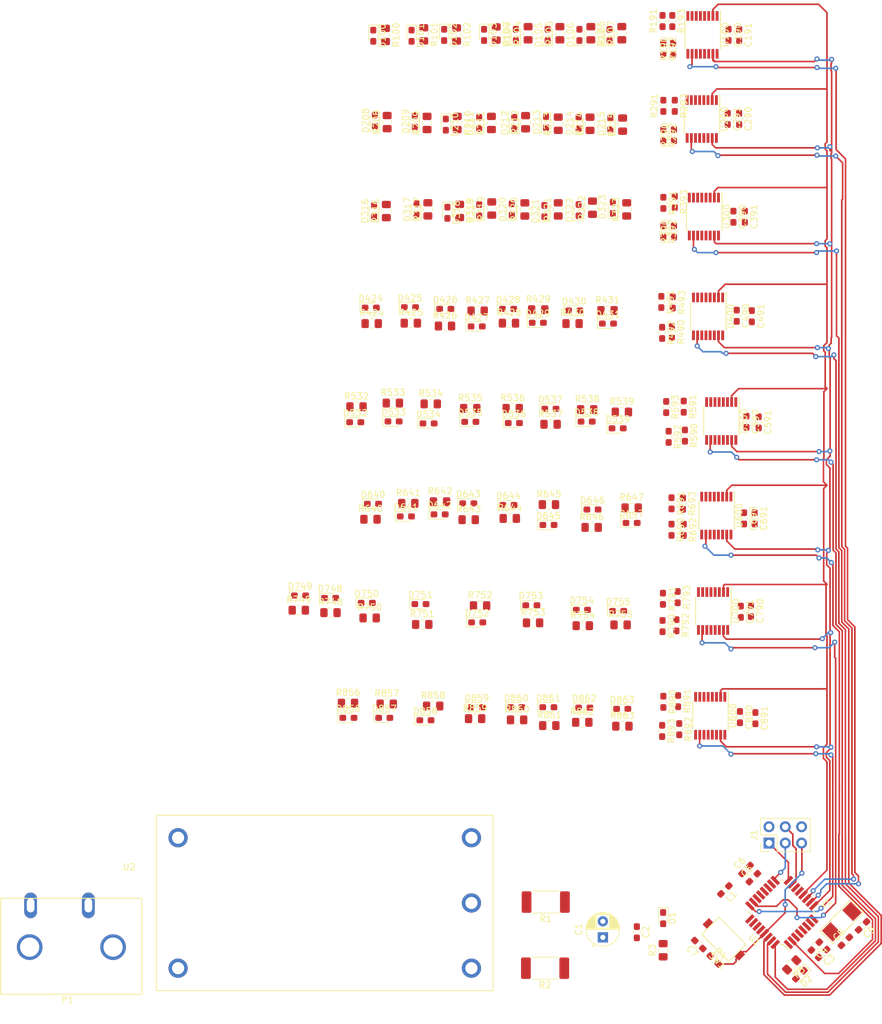
<source format=kicad_pcb>
(kicad_pcb (version 20171130) (host pcbnew "(5.1.2)-1")
  (layers (0 F.Cu signal) (31 B.Cu signal) (34 B.Paste user) (35 F.Paste user) (36 B.SilkS user) (37 F.SilkS user) (38 B.Mask user) (39 F.Mask user) (44 Edge.Cuts user))
  (net 0 "")
  (net 1 +5V)
  (net 2 GND)
  (net 3 +5VA)
  (net 4 /XTAL_IN)
  (net 5 /XTAL_OUT)
  (net 6 /led0)
  (net 7 "Net-(D100-Pad2)")
  (net 8 "Net-(D101-Pad2)")
  (net 9 /led1)
  (net 10 /led2)
  (net 11 "Net-(D102-Pad2)")
  (net 12 "Net-(D103-Pad2)")
  (net 13 /led3)
  (net 14 /led4)
  (net 15 "Net-(D104-Pad2)")
  (net 16 "Net-(D105-Pad2)")
  (net 17 /led5)
  (net 18 /led6)
  (net 19 "Net-(D106-Pad2)")
  (net 20 "Net-(D107-Pad2)")
  (net 21 /led7)
  (net 22 /led8)
  (net 23 "Net-(D208-Pad2)")
  (net 24 "Net-(D209-Pad2)")
  (net 25 /led9)
  (net 26 "Net-(D210-Pad2)")
  (net 27 /led10)
  (net 28 /led11)
  (net 29 "Net-(D211-Pad2)")
  (net 30 "Net-(D212-Pad2)")
  (net 31 /led12)
  (net 32 /led13)
  (net 33 "Net-(D213-Pad2)")
  (net 34 "Net-(D214-Pad2)")
  (net 35 /led14)
  (net 36 /led15)
  (net 37 "Net-(D215-Pad2)")
  (net 38 "Net-(D316-Pad2)")
  (net 39 /led16)
  (net 40 "Net-(D317-Pad2)")
  (net 41 /led17)
  (net 42 /led18)
  (net 43 "Net-(D318-Pad2)")
  (net 44 "Net-(D319-Pad2)")
  (net 45 /led19)
  (net 46 "Net-(D320-Pad2)")
  (net 47 /led20)
  (net 48 /led21)
  (net 49 "Net-(D321-Pad2)")
  (net 50 "Net-(D322-Pad2)")
  (net 51 /led22)
  (net 52 /led23)
  (net 53 "Net-(D323-Pad2)")
  (net 54 /led24)
  (net 55 "Net-(D424-Pad2)")
  (net 56 /led25)
  (net 57 "Net-(D425-Pad2)")
  (net 58 /led26)
  (net 59 "Net-(D426-Pad2)")
  (net 60 "Net-(D427-Pad2)")
  (net 61 /led27)
  (net 62 /led28)
  (net 63 "Net-(D428-Pad2)")
  (net 64 "Net-(D429-Pad2)")
  (net 65 /led29)
  (net 66 "Net-(D430-Pad2)")
  (net 67 /led30)
  (net 68 /led31)
  (net 69 "Net-(D431-Pad2)")
  (net 70 "Net-(D532-Pad2)")
  (net 71 /led32)
  (net 72 "Net-(D533-Pad2)")
  (net 73 /led33)
  (net 74 /led34)
  (net 75 "Net-(D534-Pad2)")
  (net 76 "Net-(D535-Pad2)")
  (net 77 /led35)
  (net 78 /led36)
  (net 79 "Net-(D536-Pad2)")
  (net 80 "Net-(D537-Pad2)")
  (net 81 /led37)
  (net 82 /led38)
  (net 83 "Net-(D538-Pad2)")
  (net 84 "Net-(D539-Pad2)")
  (net 85 /led39)
  (net 86 /led40)
  (net 87 "Net-(D640-Pad2)")
  (net 88 "Net-(D641-Pad2)")
  (net 89 /led41)
  (net 90 /led42)
  (net 91 "Net-(D642-Pad2)")
  (net 92 "Net-(D643-Pad2)")
  (net 93 /led43)
  (net 94 /led44)
  (net 95 "Net-(D644-Pad2)")
  (net 96 "Net-(D645-Pad2)")
  (net 97 /led45)
  (net 98 /led46)
  (net 99 "Net-(D646-Pad2)")
  (net 100 "Net-(D647-Pad2)")
  (net 101 /led47)
  (net 102 /led48)
  (net 103 "Net-(D748-Pad2)")
  (net 104 "Net-(D749-Pad2)")
  (net 105 /led49)
  (net 106 /led50)
  (net 107 "Net-(D750-Pad2)")
  (net 108 "Net-(D751-Pad2)")
  (net 109 /led51)
  (net 110 /led52)
  (net 111 "Net-(D752-Pad2)")
  (net 112 "Net-(D753-Pad2)")
  (net 113 /led53)
  (net 114 /led54)
  (net 115 "Net-(D754-Pad2)")
  (net 116 "Net-(D755-Pad2)")
  (net 117 /led55)
  (net 118 /led56)
  (net 119 "Net-(D856-Pad2)")
  (net 120 "Net-(D857-Pad2)")
  (net 121 /led57)
  (net 122 /led58)
  (net 123 "Net-(D858-Pad2)")
  (net 124 "Net-(D859-Pad2)")
  (net 125 /led59)
  (net 126 /led60)
  (net 127 "Net-(D860-Pad2)")
  (net 128 "Net-(D861-Pad2)")
  (net 129 /led61)
  (net 130 /led62)
  (net 131 "Net-(D862-Pad2)")
  (net 132 /led63)
  (net 133 "Net-(D863-Pad2)")
  (net 134 /MISO)
  (net 135 /SCK)
  (net 136 /MOSI)
  (net 137 /~RESET)
  (net 138 "Net-(P1-Pad2)")
  (net 139 "Net-(P1-Pad1)")
  (net 140 "Net-(D1-Pad2)")
  (net 141 /blinky)
  (net 142 "Net-(D2-Pad2)")
  (net 143 "Net-(R190-Pad2)")
  (net 144 "Net-(R191-Pad2)")
  (net 145 "Net-(R290-Pad2)")
  (net 146 "Net-(R291-Pad2)")
  (net 147 "Net-(R390-Pad2)")
  (net 148 "Net-(R391-Pad2)")
  (net 149 "Net-(R490-Pad2)")
  (net 150 "Net-(R491-Pad2)")
  (net 151 "Net-(R590-Pad2)")
  (net 152 "Net-(R591-Pad2)")
  (net 153 "Net-(R690-Pad2)")
  (net 154 "Net-(R691-Pad2)")
  (net 155 "Net-(R790-Pad2)")
  (net 156 "Net-(R791-Pad2)")
  (net 157 "Net-(R890-Pad2)")
  (net 158 "Net-(R891-Pad2)")
  (net 159 /latch6)
  (net 160 /clockPin)
  (net 161 /latch1)
  (net 162 /latch2)
  (net 163 /dataPin)
  (net 164 "Net-(U1-Pad13)")
  (net 165 "Net-(U1-Pad14)")
  (net 166 "Net-(U1-Pad19)")
  (net 167 "Net-(U1-Pad22)")
  (net 168 /latch7)
  (net 169 /latch8)
  (net 170 "Net-(U1-Pad25)")
  (net 171 "Net-(U1-Pad26)")
  (net 172 "Net-(U1-Pad27)")
  (net 173 "Net-(U1-Pad28)")
  (net 174 /latch3)
  (net 175 /latch4)
  (net 176 /latch5)
  (net 177 "Net-(U2-Pad3)")
  (net 178 "Net-(R1-Pad2)")
  (net 179 "Net-(R2-Pad2)")
  (net 180 "Net-(U100-Pad9)")
  (net 181 "Net-(U200-Pad9)")
  (net 182 "Net-(U300-Pad9)")
  (net 183 "Net-(U400-Pad9)")
  (net 184 "Net-(U500-Pad9)")
  (net 185 "Net-(U600-Pad9)")
  (net 186 "Net-(U700-Pad9)")
  (net 187 "Net-(U800-Pad9)")
  (module Capacitor_THT:CP_Radial_D5.0mm_P2.50mm (layer F.Cu) (at 123.853 174.02 90)
    (fp_text reference C1 (at 1.25 -3.75 90) (layer F.SilkS))
    (fp_text value 10u)
    (pad 1 thru_hole rect (at 0 0 90) (size 1.6 1.6) (drill 0.8) (layers *.Cu *.Mask) (net 1 +5V))
    (pad 2 thru_hole circle (at 2.5 0 90) (size 1.6 1.6) (drill 0.8) (layers *.Cu *.Mask) (net 2 GND))
  )
  (module Capacitor_SMD:C_0603_1608Metric_Pad1.05x0.95mm_HandSolder (layer F.Cu) (at 129.153 173.22 270)
    (fp_text reference C2 (at 0 -1.43 270) (layer F.SilkS))
    (fp_text value 100nF)
    (pad 2 smd roundrect (at 0.875 0 270) (size 1.05 0.95) (layers F.Cu F.Paste F.Mask) (net 1 +5V))
    (pad 1 smd roundrect (at -0.875 0 270) (size 1.05 0.95) (layers F.Cu F.Paste F.Mask) (net 2 GND))
  )
  (module Capacitor_SMD:C_0603_1608Metric_Pad1.05x0.95mm_HandSolder (layer F.Cu) (at 158.115 176.53 225)
    (fp_text reference C3 (at 0 -1.43 45) (layer F.SilkS))
    (fp_text value 1uF)
    (pad 2 smd roundrect (at 0.875 0 225) (size 1.05 0.95) (layers F.Cu F.Paste F.Mask) (net 2 GND))
    (pad 1 smd roundrect (at -0.875 0 225) (size 1.05 0.95) (layers F.Cu F.Paste F.Mask) (net 1 +5V))
  )
  (module Capacitor_SMD:C_0603_1608Metric_Pad1.05x0.95mm_HandSolder (layer F.Cu) (at 156.972 175.387 225)
    (fp_text reference C4 (at 0 -1.43 45) (layer F.SilkS))
    (fp_text value 100nF)
    (pad 1 smd roundrect (at -0.875 0 225) (size 1.05 0.95) (layers F.Cu F.Paste F.Mask) (net 1 +5V))
    (pad 2 smd roundrect (at 0.875 0 225) (size 1.05 0.95) (layers F.Cu F.Paste F.Mask) (net 2 GND))
  )
  (module Capacitor_SMD:C_0603_1608Metric_Pad1.05x0.95mm_HandSolder (layer F.Cu) (at 147.32 164.719 45)
    (fp_text reference C5 (at 0 -1.43 45) (layer F.SilkS))
    (fp_text value 100nF)
    (pad 1 smd roundrect (at -0.875 0 45) (size 1.05 0.95) (layers F.Cu F.Paste F.Mask) (net 3 +5VA))
    (pad 2 smd roundrect (at 0.875 0 45) (size 1.05 0.95) (layers F.Cu F.Paste F.Mask) (net 2 GND))
  )
  (module Capacitor_SMD:C_0603_1608Metric_Pad1.05x0.95mm_HandSolder (layer F.Cu) (at 146.177 163.449 45)
    (fp_text reference C6 (at 0 -1.43 45) (layer F.SilkS))
    (fp_text value 100pF)
    (pad 2 smd roundrect (at 0.875 0 45) (size 1.05 0.95) (layers F.Cu F.Paste F.Mask) (net 2 GND))
    (pad 1 smd roundrect (at -0.875 0 45) (size 1.05 0.95) (layers F.Cu F.Paste F.Mask) (net 3 +5VA))
  )
  (module Capacitor_SMD:C_0603_1608Metric_Pad1.05x0.95mm_HandSolder (layer F.Cu) (at 138.811 175.133 135)
    (fp_text reference C7 (at 0 -1.43 135) (layer F.SilkS))
    (fp_text value 100nF)
    (pad 2 smd roundrect (at 0.875 0 135) (size 1.05 0.95) (layers F.Cu F.Paste F.Mask) (net 2 GND))
    (pad 1 smd roundrect (at -0.875 0 135) (size 1.05 0.95) (layers F.Cu F.Paste F.Mask) (net 1 +5V))
  )
  (module Capacitor_SMD:C_0603_1608Metric_Pad1.05x0.95mm_HandSolder (layer F.Cu) (at 161.654718 174.641282 45)
    (fp_text reference C8 (at 0 -1.43 45) (layer F.SilkS))
    (fp_text value 18pF)
    (pad 1 smd roundrect (at -0.875 0 45) (size 1.05 0.95) (layers F.Cu F.Paste F.Mask) (net 4 /XTAL_IN))
    (pad 2 smd roundrect (at 0.875 0 45) (size 1.05 0.95) (layers F.Cu F.Paste F.Mask) (net 2 GND))
  )
  (module Capacitor_SMD:C_0603_1608Metric_Pad1.05x0.95mm_HandSolder (layer F.Cu) (at 164.338 172.212 225)
    (fp_text reference C9 (at 0 -1.43 225) (layer F.SilkS))
    (fp_text value 18pF)
    (pad 1 smd roundrect (at -0.875 0 225) (size 1.05 0.95) (layers F.Cu F.Paste F.Mask) (net 5 /XTAL_OUT))
    (pad 2 smd roundrect (at 0.875 0 225) (size 1.05 0.95) (layers F.Cu F.Paste F.Mask) (net 2 GND))
  )
  (module Capacitor_SMD:C_0603_1608Metric_Pad1.05x0.95mm_HandSolder (layer F.Cu) (at 143.4465 33.4505 270)
    (fp_text reference C190 (at 0 -1.43 90) (layer F.SilkS))
    (fp_text value 1uF)
    (pad 1 smd roundrect (at -0.875 0 270) (size 1.05 0.95) (layers F.Cu F.Paste F.Mask) (net 1 +5V))
    (pad 2 smd roundrect (at 0.875 0 270) (size 1.05 0.95) (layers F.Cu F.Paste F.Mask) (net 2 GND))
  )
  (module Capacitor_SMD:C_0603_1608Metric_Pad1.05x0.95mm_HandSolder (layer F.Cu) (at 145.0975 33.4645 270)
    (fp_text reference C191 (at 0 -1.43 90) (layer F.SilkS))
    (fp_text value 100nF)
    (pad 2 smd roundrect (at 0.875 0 270) (size 1.05 0.95) (layers F.Cu F.Paste F.Mask) (net 2 GND))
    (pad 1 smd roundrect (at -0.875 0 270) (size 1.05 0.95) (layers F.Cu F.Paste F.Mask) (net 1 +5V))
  )
  (module Capacitor_SMD:C_0603_1608Metric_Pad1.05x0.95mm_HandSolder (layer F.Cu) (at 145.0975 46.5455 270)
    (fp_text reference C290 (at 0 -1.43 90) (layer F.SilkS))
    (fp_text value 1uF)
    (pad 2 smd roundrect (at 0.875 0 270) (size 1.05 0.95) (layers F.Cu F.Paste F.Mask) (net 2 GND))
    (pad 1 smd roundrect (at -0.875 0 270) (size 1.05 0.95) (layers F.Cu F.Paste F.Mask) (net 1 +5V))
  )
  (module Capacitor_SMD:C_0603_1608Metric_Pad1.05x0.95mm_HandSolder (layer F.Cu) (at 143.3195 46.5455 270)
    (fp_text reference C291 (at 0 -1.43 90) (layer F.SilkS))
    (fp_text value 100nF)
    (pad 1 smd roundrect (at -0.875 0 270) (size 1.05 0.95) (layers F.Cu F.Paste F.Mask) (net 1 +5V))
    (pad 2 smd roundrect (at 0.875 0 270) (size 1.05 0.95) (layers F.Cu F.Paste F.Mask) (net 2 GND))
  )
  (module Capacitor_SMD:C_0603_1608Metric_Pad1.05x0.95mm_HandSolder (layer F.Cu) (at 144.2085 61.7855 270)
    (fp_text reference C390 (at 0 -1.43 90) (layer F.SilkS))
    (fp_text value 1uF)
    (pad 2 smd roundrect (at 0.875 0 270) (size 1.05 0.95) (layers F.Cu F.Paste F.Mask) (net 2 GND))
    (pad 1 smd roundrect (at -0.875 0 270) (size 1.05 0.95) (layers F.Cu F.Paste F.Mask) (net 1 +5V))
  )
  (module Capacitor_SMD:C_0603_1608Metric_Pad1.05x0.95mm_HandSolder (layer F.Cu) (at 145.9865 61.7855 270)
    (fp_text reference C391 (at 0 -1.43 90) (layer F.SilkS))
    (fp_text value 100nF)
    (pad 1 smd roundrect (at -0.875 0 270) (size 1.05 0.95) (layers F.Cu F.Paste F.Mask) (net 1 +5V))
    (pad 2 smd roundrect (at 0.875 0 270) (size 1.05 0.95) (layers F.Cu F.Paste F.Mask) (net 2 GND))
  )
  (module Capacitor_SMD:C_0603_1608Metric_Pad1.05x0.95mm_HandSolder (layer F.Cu) (at 144.7165 77.202 270)
    (fp_text reference C490 (at 0 -1.43 90) (layer F.SilkS))
    (fp_text value 1uF)
    (pad 2 smd roundrect (at 0.875 0 270) (size 1.05 0.95) (layers F.Cu F.Paste F.Mask) (net 2 GND))
    (pad 1 smd roundrect (at -0.875 0 270) (size 1.05 0.95) (layers F.Cu F.Paste F.Mask) (net 1 +5V))
  )
  (module Capacitor_SMD:C_0603_1608Metric_Pad1.05x0.95mm_HandSolder (layer F.Cu) (at 147.066 77.2795 270)
    (fp_text reference C491 (at 0 -1.43 90) (layer F.SilkS))
    (fp_text value 100nF)
    (pad 1 smd roundrect (at -0.875 0 270) (size 1.05 0.95) (layers F.Cu F.Paste F.Mask) (net 1 +5V))
    (pad 2 smd roundrect (at 0.875 0 270) (size 1.05 0.95) (layers F.Cu F.Paste F.Mask) (net 2 GND))
  )
  (module Capacitor_SMD:C_0603_1608Metric_Pad1.05x0.95mm_HandSolder (layer F.Cu) (at 146.2405 93.712 270)
    (fp_text reference C590 (at 0 -1.43 90) (layer F.SilkS))
    (fp_text value 1uF)
    (pad 2 smd roundrect (at 0.875 0 270) (size 1.05 0.95) (layers F.Cu F.Paste F.Mask) (net 2 GND))
    (pad 1 smd roundrect (at -0.875 0 270) (size 1.05 0.95) (layers F.Cu F.Paste F.Mask) (net 1 +5V))
  )
  (module Capacitor_SMD:C_0603_1608Metric_Pad1.05x0.95mm_HandSolder (layer F.Cu) (at 148.1455 93.8035 270)
    (fp_text reference C591 (at 0 -1.43 90) (layer F.SilkS))
    (fp_text value 100nF)
    (pad 1 smd roundrect (at -0.875 0 270) (size 1.05 0.95) (layers F.Cu F.Paste F.Mask) (net 1 +5V))
    (pad 2 smd roundrect (at 0.875 0 270) (size 1.05 0.95) (layers F.Cu F.Paste F.Mask) (net 2 GND))
  )
  (module Capacitor_SMD:C_0603_1608Metric_Pad1.05x0.95mm_HandSolder (layer F.Cu) (at 145.8595 108.7615 270)
    (fp_text reference C690 (at 0 -1.43 90) (layer F.SilkS))
    (fp_text value 1uF)
    (pad 2 smd roundrect (at 0.875 0 270) (size 1.05 0.95) (layers F.Cu F.Paste F.Mask) (net 2 GND))
    (pad 1 smd roundrect (at -0.875 0 270) (size 1.05 0.95) (layers F.Cu F.Paste F.Mask) (net 1 +5V))
  )
  (module Capacitor_SMD:C_0603_1608Metric_Pad1.05x0.95mm_HandSolder (layer F.Cu) (at 147.5105 108.7615 270)
    (fp_text reference C691 (at 0 -1.43 90) (layer F.SilkS))
    (fp_text value 100nF)
    (pad 1 smd roundrect (at -0.875 0 270) (size 1.05 0.95) (layers F.Cu F.Paste F.Mask) (net 1 +5V))
    (pad 2 smd roundrect (at 0.875 0 270) (size 1.05 0.95) (layers F.Cu F.Paste F.Mask) (net 2 GND))
  )
  (module Capacitor_SMD:C_0603_1608Metric_Pad1.05x0.95mm_HandSolder (layer F.Cu) (at 146.939 123.19 270)
    (fp_text reference C790 (at 0 -1.43 90) (layer F.SilkS))
    (fp_text value 1uF)
    (pad 2 smd roundrect (at 0.875 0 270) (size 1.05 0.95) (layers F.Cu F.Paste F.Mask) (net 2 GND))
    (pad 1 smd roundrect (at -0.875 0 270) (size 1.05 0.95) (layers F.Cu F.Paste F.Mask) (net 1 +5V))
  )
  (module Capacitor_SMD:C_0603_1608Metric_Pad1.05x0.95mm_HandSolder (layer F.Cu) (at 145.3515 123.303 270)
    (fp_text reference C791 (at 0 -1.43 90) (layer F.SilkS))
    (fp_text value 100nF)
    (pad 1 smd roundrect (at -0.875 0 270) (size 1.05 0.95) (layers F.Cu F.Paste F.Mask) (net 1 +5V))
    (pad 2 smd roundrect (at 0.875 0 270) (size 1.05 0.95) (layers F.Cu F.Paste F.Mask) (net 2 GND))
  )
  (module Capacitor_SMD:C_0603_1608Metric_Pad1.05x0.95mm_HandSolder (layer F.Cu) (at 145.2245 139.714 270)
    (fp_text reference C890 (at 0 -1.43 90) (layer F.SilkS))
    (fp_text value 1uF)
    (pad 2 smd roundrect (at 0.875 0 270) (size 1.05 0.95) (layers F.Cu F.Paste F.Mask) (net 2 GND))
    (pad 1 smd roundrect (at -0.875 0 270) (size 1.05 0.95) (layers F.Cu F.Paste F.Mask) (net 1 +5V))
  )
  (module Capacitor_SMD:C_0603_1608Metric_Pad1.05x0.95mm_HandSolder (layer F.Cu) (at 147.6375 139.8765 270)
    (fp_text reference C891 (at 0 -1.43 90) (layer F.SilkS))
    (fp_text value 100nF)
    (pad 1 smd roundrect (at -0.875 0 270) (size 1.05 0.95) (layers F.Cu F.Paste F.Mask) (net 1 +5V))
    (pad 2 smd roundrect (at 0.875 0 270) (size 1.05 0.95) (layers F.Cu F.Paste F.Mask) (net 2 GND))
  )
  (module LED_SMD:LED_0603_1608Metric_Pad1.05x0.95mm_HandSolder (layer F.Cu) (at 133.253 171.02 270)
    (fp_text reference D1 (at 0 -1.43 270) (layer F.SilkS))
    (fp_text value LED)
    (pad 1 smd roundrect (at -0.875 0 270) (size 1.05 0.95) (layers F.Cu F.Paste F.Mask) (net 2 GND))
    (pad 2 smd roundrect (at 0.875 0 270) (size 1.05 0.95) (layers F.Cu F.Paste F.Mask) (net 140 "Net-(D1-Pad2)"))
  )
  (module LED_SMD:LED_0603_1608Metric_Pad1.05x0.95mm_HandSolder (layer F.Cu) (at 154.559 179.832 225)
    (fp_text reference D2 (at 0 -1.43 45) (layer F.SilkS))
    (fp_text value LED)
    (pad 2 smd roundrect (at 0.875 0 225) (size 1.05 0.95) (layers F.Cu F.Paste F.Mask) (net 142 "Net-(D2-Pad2)"))
    (pad 1 smd roundrect (at -0.875 0 225) (size 1.05 0.95) (layers F.Cu F.Paste F.Mask) (net 2 GND))
  )
  (module LED_SMD:LED_0603_1608Metric_Pad1.05x0.95mm_HandSolder (layer F.Cu) (at 88.0745 33.5915 270)
    (fp_text reference D100 (at 0 -1.43 90) (layer F.SilkS))
    (fp_text value LED)
    (pad 1 smd roundrect (at -0.875 0 270) (size 1.05 0.95) (layers F.Cu F.Paste F.Mask) (net 6 /led0))
    (pad 2 smd roundrect (at 0.875 0 270) (size 1.05 0.95) (layers F.Cu F.Paste F.Mask) (net 7 "Net-(D100-Pad2)"))
  )
  (module LED_SMD:LED_0603_1608Metric_Pad1.05x0.95mm_HandSolder (layer F.Cu) (at 94.0435 33.5915 270)
    (fp_text reference D101 (at 0 -1.43 90) (layer F.SilkS))
    (fp_text value LED)
    (pad 2 smd roundrect (at 0.875 0 270) (size 1.05 0.95) (layers F.Cu F.Paste F.Mask) (net 8 "Net-(D101-Pad2)"))
    (pad 1 smd roundrect (at -0.875 0 270) (size 1.05 0.95) (layers F.Cu F.Paste F.Mask) (net 9 /led1))
  )
  (module LED_SMD:LED_0603_1608Metric_Pad1.05x0.95mm_HandSolder (layer F.Cu) (at 99.1235 33.4645 270)
    (fp_text reference D102 (at 0 -1.43 90) (layer F.SilkS))
    (fp_text value LED)
    (pad 1 smd roundrect (at -0.875 0 270) (size 1.05 0.95) (layers F.Cu F.Paste F.Mask) (net 10 /led2))
    (pad 2 smd roundrect (at 0.875 0 270) (size 1.05 0.95) (layers F.Cu F.Paste F.Mask) (net 11 "Net-(D102-Pad2)"))
  )
  (module LED_SMD:LED_0603_1608Metric_Pad1.05x0.95mm_HandSolder (layer F.Cu) (at 105.3465 33.4645 270)
    (fp_text reference D103 (at 0 -1.43 90) (layer F.SilkS))
    (fp_text value LED)
    (pad 2 smd roundrect (at 0.875 0 270) (size 1.05 0.95) (layers F.Cu F.Paste F.Mask) (net 12 "Net-(D103-Pad2)"))
    (pad 1 smd roundrect (at -0.875 0 270) (size 1.05 0.95) (layers F.Cu F.Paste F.Mask) (net 13 /led3))
  )
  (module LED_SMD:LED_0603_1608Metric_Pad1.05x0.95mm_HandSolder (layer F.Cu) (at 110.2995 33.4645 90)
    (fp_text reference D104 (at 0 -1.43 90) (layer F.SilkS))
    (fp_text value LED)
    (pad 1 smd roundrect (at -0.875 0 90) (size 1.05 0.95) (layers F.Cu F.Paste F.Mask) (net 14 /led4))
    (pad 2 smd roundrect (at 0.875 0 90) (size 1.05 0.95) (layers F.Cu F.Paste F.Mask) (net 15 "Net-(D104-Pad2)"))
  )
  (module LED_SMD:LED_0603_1608Metric_Pad1.05x0.95mm_HandSolder (layer F.Cu) (at 115.2525 33.4645 90)
    (fp_text reference D105 (at 0 -1.43 90) (layer F.SilkS))
    (fp_text value LED)
    (pad 2 smd roundrect (at 0.875 0 90) (size 1.05 0.95) (layers F.Cu F.Paste F.Mask) (net 16 "Net-(D105-Pad2)"))
    (pad 1 smd roundrect (at -0.875 0 90) (size 1.05 0.95) (layers F.Cu F.Paste F.Mask) (net 17 /led5))
  )
  (module LED_SMD:LED_0603_1608Metric_Pad1.05x0.95mm_HandSolder (layer F.Cu) (at 120.2055 33.4645 90)
    (fp_text reference D106 (at 0 -1.43 90) (layer F.SilkS))
    (fp_text value LED)
    (pad 1 smd roundrect (at -0.875 0 90) (size 1.05 0.95) (layers F.Cu F.Paste F.Mask) (net 18 /led6))
    (pad 2 smd roundrect (at 0.875 0 90) (size 1.05 0.95) (layers F.Cu F.Paste F.Mask) (net 19 "Net-(D106-Pad2)"))
  )
  (module LED_SMD:LED_0603_1608Metric_Pad1.05x0.95mm_HandSolder (layer F.Cu) (at 124.9045 33.4785 90)
    (fp_text reference D107 (at 0 -1.43 90) (layer F.SilkS))
    (fp_text value LED)
    (pad 2 smd roundrect (at 0.875 0 90) (size 1.05 0.95) (layers F.Cu F.Paste F.Mask) (net 20 "Net-(D107-Pad2)"))
    (pad 1 smd roundrect (at -0.875 0 90) (size 1.05 0.95) (layers F.Cu F.Paste F.Mask) (net 21 /led7))
  )
  (module LED_SMD:LED_0603_1608Metric_Pad1.05x0.95mm_HandSolder (layer F.Cu) (at 88.3285 46.7995 90)
    (fp_text reference D208 (at 0 -1.43 90) (layer F.SilkS))
    (fp_text value LED)
    (pad 1 smd roundrect (at -0.875 0 90) (size 1.05 0.95) (layers F.Cu F.Paste F.Mask) (net 22 /led8))
    (pad 2 smd roundrect (at 0.875 0 90) (size 1.05 0.95) (layers F.Cu F.Paste F.Mask) (net 23 "Net-(D208-Pad2)"))
  )
  (module LED_SMD:LED_0603_1608Metric_Pad1.05x0.95mm_HandSolder (layer F.Cu) (at 94.5515 46.9265 90)
    (fp_text reference D209 (at 0 -1.43 90) (layer F.SilkS))
    (fp_text value LED)
    (pad 2 smd roundrect (at 0.875 0 90) (size 1.05 0.95) (layers F.Cu F.Paste F.Mask) (net 24 "Net-(D209-Pad2)"))
    (pad 1 smd roundrect (at -0.875 0 90) (size 1.05 0.95) (layers F.Cu F.Paste F.Mask) (net 25 /led9))
  )
  (module LED_SMD:LED_0603_1608Metric_Pad1.05x0.95mm_HandSolder (layer F.Cu) (at 99.3775 47.4345 270)
    (fp_text reference D210 (at 0 -1.43 90) (layer F.SilkS))
    (fp_text value LED)
    (pad 1 smd roundrect (at -0.875 0 270) (size 1.05 0.95) (layers F.Cu F.Paste F.Mask) (net 27 /led10))
    (pad 2 smd roundrect (at 0.875 0 270) (size 1.05 0.95) (layers F.Cu F.Paste F.Mask) (net 26 "Net-(D210-Pad2)"))
  )
  (module LED_SMD:LED_0603_1608Metric_Pad1.05x0.95mm_HandSolder (layer F.Cu) (at 104.5845 47.1805 90)
    (fp_text reference D211 (at -0.110001 -1.43 90) (layer F.SilkS))
    (fp_text value LED)
    (pad 2 smd roundrect (at 0.875 0 90) (size 1.05 0.95) (layers F.Cu F.Paste F.Mask) (net 29 "Net-(D211-Pad2)"))
    (pad 1 smd roundrect (at -0.875 0 90) (size 1.05 0.95) (layers F.Cu F.Paste F.Mask) (net 28 /led11))
  )
  (module LED_SMD:LED_0603_1608Metric_Pad1.05x0.95mm_HandSolder (layer F.Cu) (at 110.0455 47.1805 90)
    (fp_text reference D212 (at 0 -1.43 90) (layer F.SilkS))
    (fp_text value LED)
    (pad 1 smd roundrect (at -0.875 0 90) (size 1.05 0.95) (layers F.Cu F.Paste F.Mask) (net 31 /led12))
    (pad 2 smd roundrect (at 0.875 0 90) (size 1.05 0.95) (layers F.Cu F.Paste F.Mask) (net 30 "Net-(D212-Pad2)"))
  )
  (module LED_SMD:LED_0603_1608Metric_Pad1.05x0.95mm_HandSolder (layer F.Cu) (at 114.9985 47.0535 90)
    (fp_text reference D213 (at 0 -1.43 90) (layer F.SilkS))
    (fp_text value LED)
    (pad 2 smd roundrect (at 0.875 0 90) (size 1.05 0.95) (layers F.Cu F.Paste F.Mask) (net 33 "Net-(D213-Pad2)"))
    (pad 1 smd roundrect (at -0.875 0 90) (size 1.05 0.95) (layers F.Cu F.Paste F.Mask) (net 32 /led13))
  )
  (module LED_SMD:LED_0603_1608Metric_Pad1.05x0.95mm_HandSolder (layer F.Cu) (at 120.0785 47.1945 90)
    (fp_text reference D214 (at 0 -1.43 90) (layer F.SilkS))
    (fp_text value LED)
    (pad 2 smd roundrect (at 0.875 0 90) (size 1.05 0.95) (layers F.Cu F.Paste F.Mask) (net 34 "Net-(D214-Pad2)"))
    (pad 1 smd roundrect (at -0.875 0 90) (size 1.05 0.95) (layers F.Cu F.Paste F.Mask) (net 35 /led14))
  )
  (module LED_SMD:LED_0603_1608Metric_Pad1.05x0.95mm_HandSolder (layer F.Cu) (at 125.0315 47.3075 90)
    (fp_text reference D215 (at 0 -1.43 90) (layer F.SilkS))
    (fp_text value LED)
    (pad 1 smd roundrect (at -0.875 0 90) (size 1.05 0.95) (layers F.Cu F.Paste F.Mask) (net 36 /led15))
    (pad 2 smd roundrect (at 0.875 0 90) (size 1.05 0.95) (layers F.Cu F.Paste F.Mask) (net 37 "Net-(D215-Pad2)"))
  )
  (module LED_SMD:LED_0603_1608Metric_Pad1.05x0.95mm_HandSolder (layer F.Cu) (at 88.2015 60.8965 90)
    (fp_text reference D316 (at 0 -1.43 90) (layer F.SilkS))
    (fp_text value LED)
    (pad 1 smd roundrect (at -0.875 0 90) (size 1.05 0.95) (layers F.Cu F.Paste F.Mask) (net 39 /led16))
    (pad 2 smd roundrect (at 0.875 0 90) (size 1.05 0.95) (layers F.Cu F.Paste F.Mask) (net 38 "Net-(D316-Pad2)"))
  )
  (module LED_SMD:LED_0603_1608Metric_Pad1.05x0.95mm_HandSolder (layer F.Cu) (at 94.8055 60.6425 90)
    (fp_text reference D317 (at 0 -1.43 90) (layer F.SilkS))
    (fp_text value LED)
    (pad 2 smd roundrect (at 0.875 0 90) (size 1.05 0.95) (layers F.Cu F.Paste F.Mask) (net 40 "Net-(D317-Pad2)"))
    (pad 1 smd roundrect (at -0.875 0 90) (size 1.05 0.95) (layers F.Cu F.Paste F.Mask) (net 41 /led17))
  )
  (module LED_SMD:LED_0603_1608Metric_Pad1.05x0.95mm_HandSolder (layer F.Cu) (at 99.6315 61.1645 270)
    (fp_text reference D318 (at 0 -1.43 90) (layer F.SilkS))
    (fp_text value LED)
    (pad 1 smd roundrect (at -0.875 0 270) (size 1.05 0.95) (layers F.Cu F.Paste F.Mask) (net 42 /led18))
    (pad 2 smd roundrect (at 0.875 0 270) (size 1.05 0.95) (layers F.Cu F.Paste F.Mask) (net 43 "Net-(D318-Pad2)"))
  )
  (module LED_SMD:LED_0603_1608Metric_Pad1.05x0.95mm_HandSolder (layer F.Cu) (at 104.5845 60.7695 90)
    (fp_text reference D319 (at 0 -1.43 90) (layer F.SilkS))
    (fp_text value LED)
    (pad 1 smd roundrect (at -0.875 0 90) (size 1.05 0.95) (layers F.Cu F.Paste F.Mask) (net 45 /led19))
    (pad 2 smd roundrect (at 0.875 0 90) (size 1.05 0.95) (layers F.Cu F.Paste F.Mask) (net 44 "Net-(D319-Pad2)"))
  )
  (module LED_SMD:LED_0603_1608Metric_Pad1.05x0.95mm_HandSolder (layer F.Cu) (at 109.6645 60.6425 90)
    (fp_text reference D320 (at 0 -1.43 90) (layer F.SilkS))
    (fp_text value LED)
    (pad 2 smd roundrect (at 0.875 0 90) (size 1.05 0.95) (layers F.Cu F.Paste F.Mask) (net 46 "Net-(D320-Pad2)"))
    (pad 1 smd roundrect (at -0.875 0 90) (size 1.05 0.95) (layers F.Cu F.Paste F.Mask) (net 47 /led20))
  )
  (module LED_SMD:LED_0603_1608Metric_Pad1.05x0.95mm_HandSolder (layer F.Cu) (at 114.7445 60.8965 90)
    (fp_text reference D321 (at 0 -1.43 90) (layer F.SilkS))
    (fp_text value LED)
    (pad 1 smd roundrect (at -0.875 0 90) (size 1.05 0.95) (layers F.Cu F.Paste F.Mask) (net 48 /led21))
    (pad 2 smd roundrect (at 0.875 0 90) (size 1.05 0.95) (layers F.Cu F.Paste F.Mask) (net 49 "Net-(D321-Pad2)"))
  )
  (module LED_SMD:LED_0603_1608Metric_Pad1.05x0.95mm_HandSolder (layer F.Cu) (at 120.0785 60.7555 90)
    (fp_text reference D322 (at 0 -1.43 90) (layer F.SilkS))
    (fp_text value LED)
    (pad 2 smd roundrect (at 0.875 0 90) (size 1.05 0.95) (layers F.Cu F.Paste F.Mask) (net 50 "Net-(D322-Pad2)"))
    (pad 1 smd roundrect (at -0.875 0 90) (size 1.05 0.95) (layers F.Cu F.Paste F.Mask) (net 51 /led22))
  )
  (module LED_SMD:LED_0603_1608Metric_Pad1.05x0.95mm_HandSolder (layer F.Cu) (at 125.4125 60.3885 90)
    (fp_text reference D323 (at 0.127 -1.651 90) (layer F.SilkS))
    (fp_text value LED)
    (pad 1 smd roundrect (at -0.875 0 90) (size 1.05 0.95) (layers F.Cu F.Paste F.Mask) (net 52 /led23))
    (pad 2 smd roundrect (at 0.875 0 90) (size 1.05 0.95) (layers F.Cu F.Paste F.Mask) (net 53 "Net-(D323-Pad2)"))
  )
  (module LED_SMD:LED_0603_1608Metric_Pad1.05x0.95mm_HandSolder (layer F.Cu) (at 87.6795 75.946)
    (fp_text reference D424 (at 0 -1.43) (layer F.SilkS))
    (fp_text value LED)
    (pad 2 smd roundrect (at 0.875 0) (size 1.05 0.95) (layers F.Cu F.Paste F.Mask) (net 55 "Net-(D424-Pad2)"))
    (pad 1 smd roundrect (at -0.875 0) (size 1.05 0.95) (layers F.Cu F.Paste F.Mask) (net 54 /led24))
  )
  (module LED_SMD:LED_0603_1608Metric_Pad1.05x0.95mm_HandSolder (layer F.Cu) (at 93.7895 75.8825)
    (fp_text reference D425 (at 0 -1.43) (layer F.SilkS))
    (fp_text value LED)
    (pad 2 smd roundrect (at 0.875 0) (size 1.05 0.95) (layers F.Cu F.Paste F.Mask) (net 57 "Net-(D425-Pad2)"))
    (pad 1 smd roundrect (at -0.875 0) (size 1.05 0.95) (layers F.Cu F.Paste F.Mask) (net 56 /led25))
  )
  (module LED_SMD:LED_0603_1608Metric_Pad1.05x0.95mm_HandSolder (layer F.Cu) (at 99.3 76.1365)
    (fp_text reference D426 (at 0 -1.43) (layer F.SilkS))
    (fp_text value LED)
    (pad 1 smd roundrect (at -0.875 0) (size 1.05 0.95) (layers F.Cu F.Paste F.Mask) (net 58 /led26))
    (pad 2 smd roundrect (at 0.875 0) (size 1.05 0.95) (layers F.Cu F.Paste F.Mask) (net 59 "Net-(D426-Pad2)"))
  )
  (module LED_SMD:LED_0603_1608Metric_Pad1.05x0.95mm_HandSolder (layer F.Cu) (at 104.1895 78.867)
    (fp_text reference D427 (at 0 -1.43) (layer F.SilkS))
    (fp_text value LED)
    (pad 2 smd roundrect (at 0.875 0) (size 1.05 0.95) (layers F.Cu F.Paste F.Mask) (net 60 "Net-(D427-Pad2)"))
    (pad 1 smd roundrect (at -0.875 0) (size 1.05 0.95) (layers F.Cu F.Paste F.Mask) (net 61 /led27))
  )
  (module LED_SMD:LED_0603_1608Metric_Pad1.05x0.95mm_HandSolder (layer F.Cu) (at 109.093 76.1365)
    (fp_text reference D428 (at 0 -1.43) (layer F.SilkS))
    (fp_text value LED)
    (pad 1 smd roundrect (at -0.875 0) (size 1.05 0.95) (layers F.Cu F.Paste F.Mask) (net 62 /led28))
    (pad 2 smd roundrect (at 0.875 0) (size 1.05 0.95) (layers F.Cu F.Paste F.Mask) (net 63 "Net-(D428-Pad2)"))
  )
  (module LED_SMD:LED_0603_1608Metric_Pad1.05x0.95mm_HandSolder (layer F.Cu) (at 113.7145 78.2955)
    (fp_text reference D429 (at 0 -1.43) (layer F.SilkS))
    (fp_text value LED)
    (pad 2 smd roundrect (at 0.875 0) (size 1.05 0.95) (layers F.Cu F.Paste F.Mask) (net 64 "Net-(D429-Pad2)"))
    (pad 1 smd roundrect (at -0.875 0) (size 1.05 0.95) (layers F.Cu F.Paste F.Mask) (net 65 /led29))
  )
  (module LED_SMD:LED_0603_1608Metric_Pad1.05x0.95mm_HandSolder (layer F.Cu) (at 119.394 76.3905)
    (fp_text reference D430 (at 0 -1.43) (layer F.SilkS))
    (fp_text value LED)
    (pad 1 smd roundrect (at -0.875 0) (size 1.05 0.95) (layers F.Cu F.Paste F.Mask) (net 67 /led30))
    (pad 2 smd roundrect (at 0.875 0) (size 1.05 0.95) (layers F.Cu F.Paste F.Mask) (net 66 "Net-(D430-Pad2)"))
  )
  (module LED_SMD:LED_0603_1608Metric_Pad1.05x0.95mm_HandSolder (layer F.Cu) (at 124.6505 78.4225)
    (fp_text reference D431 (at 0 -1.43) (layer F.SilkS))
    (fp_text value LED)
    (pad 2 smd roundrect (at 0.875 0) (size 1.05 0.95) (layers F.Cu F.Paste F.Mask) (net 69 "Net-(D431-Pad2)"))
    (pad 1 smd roundrect (at -0.875 0) (size 1.05 0.95) (layers F.Cu F.Paste F.Mask) (net 68 /led31))
  )
  (module LED_SMD:LED_0603_1608Metric_Pad1.05x0.95mm_HandSolder (layer F.Cu) (at 85.2665 93.7895)
    (fp_text reference D532 (at 0 -1.43) (layer F.SilkS))
    (fp_text value LED)
    (pad 2 smd roundrect (at 0.875 0) (size 1.05 0.95) (layers F.Cu F.Paste F.Mask) (net 70 "Net-(D532-Pad2)"))
    (pad 1 smd roundrect (at -0.875 0) (size 1.05 0.95) (layers F.Cu F.Paste F.Mask) (net 71 /led32))
  )
  (module LED_SMD:LED_0603_1608Metric_Pad1.05x0.95mm_HandSolder (layer F.Cu) (at 91.2355 93.6625)
    (fp_text reference D533 (at 0 -1.43) (layer F.SilkS))
    (fp_text value LED)
    (pad 2 smd roundrect (at 0.875 0) (size 1.05 0.95) (layers F.Cu F.Paste F.Mask) (net 72 "Net-(D533-Pad2)"))
    (pad 1 smd roundrect (at -0.875 0) (size 1.05 0.95) (layers F.Cu F.Paste F.Mask) (net 73 /led33))
  )
  (module LED_SMD:LED_0603_1608Metric_Pad1.05x0.95mm_HandSolder (layer F.Cu) (at 96.6965 93.98)
    (fp_text reference D534 (at 0 -1.43) (layer F.SilkS))
    (fp_text value LED)
    (pad 2 smd roundrect (at 0.875 0) (size 1.05 0.95) (layers F.Cu F.Paste F.Mask) (net 75 "Net-(D534-Pad2)"))
    (pad 1 smd roundrect (at -0.875 0) (size 1.05 0.95) (layers F.Cu F.Paste F.Mask) (net 74 /led34))
  )
  (module LED_SMD:LED_0603_1608Metric_Pad1.05x0.95mm_HandSolder (layer F.Cu) (at 103.2015 93.726)
    (fp_text reference D535 (at 0 -1.43) (layer F.SilkS))
    (fp_text value LED)
    (pad 1 smd roundrect (at -0.875 0) (size 1.05 0.95) (layers F.Cu F.Paste F.Mask) (net 77 /led35))
    (pad 2 smd roundrect (at 0.875 0) (size 1.05 0.95) (layers F.Cu F.Paste F.Mask) (net 76 "Net-(D535-Pad2)"))
  )
  (module LED_SMD:LED_0603_1608Metric_Pad1.05x0.95mm_HandSolder (layer F.Cu) (at 109.982 93.9165)
    (fp_text reference D536 (at 0 -1.43) (layer F.SilkS))
    (fp_text value LED)
    (pad 2 smd roundrect (at 0.875 0) (size 1.05 0.95) (layers F.Cu F.Paste F.Mask) (net 79 "Net-(D536-Pad2)"))
    (pad 1 smd roundrect (at -0.875 0) (size 1.05 0.95) (layers F.Cu F.Paste F.Mask) (net 78 /led36))
  )
  (module LED_SMD:LED_0603_1608Metric_Pad1.05x0.95mm_HandSolder (layer F.Cu) (at 115.683 91.694)
    (fp_text reference D537 (at 0 -1.43) (layer F.SilkS))
    (fp_text value LED)
    (pad 1 smd roundrect (at -0.875 0) (size 1.05 0.95) (layers F.Cu F.Paste F.Mask) (net 81 /led37))
    (pad 2 smd roundrect (at 0.875 0) (size 1.05 0.95) (layers F.Cu F.Paste F.Mask) (net 80 "Net-(D537-Pad2)"))
  )
  (module LED_SMD:LED_0603_1608Metric_Pad1.05x0.95mm_HandSolder (layer F.Cu) (at 121.33 93.6865)
    (fp_text reference D538 (at 0 -1.43) (layer F.SilkS))
    (fp_text value LED)
    (pad 2 smd roundrect (at 0.875 0) (size 1.05 0.95) (layers F.Cu F.Paste F.Mask) (net 83 "Net-(D538-Pad2)"))
    (pad 1 smd roundrect (at -0.875 0) (size 1.05 0.95) (layers F.Cu F.Paste F.Mask) (net 82 /led38))
  )
  (module LED_SMD:LED_0603_1608Metric_Pad1.05x0.95mm_HandSolder (layer F.Cu) (at 126.1605 94.742)
    (fp_text reference D539 (at 0 -1.43) (layer F.SilkS))
    (fp_text value LED)
    (pad 1 smd roundrect (at -0.875 0) (size 1.05 0.95) (layers F.Cu F.Paste F.Mask) (net 85 /led39))
    (pad 2 smd roundrect (at 0.875 0) (size 1.05 0.95) (layers F.Cu F.Paste F.Mask) (net 84 "Net-(D539-Pad2)"))
  )
  (module LED_SMD:LED_0603_1608Metric_Pad1.05x0.95mm_HandSolder (layer F.Cu) (at 88.025 106.4895)
    (fp_text reference D640 (at 0 -1.43) (layer F.SilkS))
    (fp_text value LED)
    (pad 2 smd roundrect (at 0.875 0) (size 1.05 0.95) (layers F.Cu F.Paste F.Mask) (net 87 "Net-(D640-Pad2)"))
    (pad 1 smd roundrect (at -0.875 0) (size 1.05 0.95) (layers F.Cu F.Paste F.Mask) (net 86 /led40))
  )
  (module LED_SMD:LED_0603_1608Metric_Pad1.05x0.95mm_HandSolder (layer F.Cu) (at 93.1545 108.458)
    (fp_text reference D641 (at 0 -1.43) (layer F.SilkS))
    (fp_text value LED)
    (pad 1 smd roundrect (at -0.875 0) (size 1.05 0.95) (layers F.Cu F.Paste F.Mask) (net 89 /led41))
    (pad 2 smd roundrect (at 0.875 0) (size 1.05 0.95) (layers F.Cu F.Paste F.Mask) (net 88 "Net-(D641-Pad2)"))
  )
  (module LED_SMD:LED_0603_1608Metric_Pad1.05x0.95mm_HandSolder (layer F.Cu) (at 98.411 108.1405)
    (fp_text reference D642 (at 0 -1.43) (layer F.SilkS))
    (fp_text value LED)
    (pad 2 smd roundrect (at 0.875 0) (size 1.05 0.95) (layers F.Cu F.Paste F.Mask) (net 91 "Net-(D642-Pad2)"))
    (pad 1 smd roundrect (at -0.875 0) (size 1.05 0.95) (layers F.Cu F.Paste F.Mask) (net 90 /led42))
  )
  (module LED_SMD:LED_0603_1608Metric_Pad1.05x0.95mm_HandSolder (layer F.Cu) (at 102.884 106.426)
    (fp_text reference D643 (at 0 -1.43) (layer F.SilkS))
    (fp_text value LED)
    (pad 1 smd roundrect (at -0.875 0) (size 1.05 0.95) (layers F.Cu F.Paste F.Mask) (net 93 /led43))
    (pad 2 smd roundrect (at 0.875 0) (size 1.05 0.95) (layers F.Cu F.Paste F.Mask) (net 92 "Net-(D643-Pad2)"))
  )
  (module LED_SMD:LED_0603_1608Metric_Pad1.05x0.95mm_HandSolder (layer F.Cu) (at 109.1425 106.68)
    (fp_text reference D644 (at 0 -1.43) (layer F.SilkS))
    (fp_text value LED)
    (pad 2 smd roundrect (at 0.875 0) (size 1.05 0.95) (layers F.Cu F.Paste F.Mask) (net 95 "Net-(D644-Pad2)"))
    (pad 1 smd roundrect (at -0.875 0) (size 1.05 0.95) (layers F.Cu F.Paste F.Mask) (net 94 /led44))
  )
  (module LED_SMD:LED_0603_1608Metric_Pad1.05x0.95mm_HandSolder (layer F.Cu) (at 115.3795 109.7915)
    (fp_text reference D645 (at 0 -1.43) (layer F.SilkS))
    (fp_text value LED)
    (pad 1 smd roundrect (at -0.875 0) (size 1.05 0.95) (layers F.Cu F.Paste F.Mask) (net 97 /led45))
    (pad 2 smd roundrect (at 0.875 0) (size 1.05 0.95) (layers F.Cu F.Paste F.Mask) (net 96 "Net-(D645-Pad2)"))
  )
  (module LED_SMD:LED_0603_1608Metric_Pad1.05x0.95mm_HandSolder (layer F.Cu) (at 122.2375 107.3785)
    (fp_text reference D646 (at 0 -1.43) (layer F.SilkS))
    (fp_text value LED)
    (pad 2 smd roundrect (at 0.875 0) (size 1.05 0.95) (layers F.Cu F.Paste F.Mask) (net 99 "Net-(D646-Pad2)"))
    (pad 1 smd roundrect (at -0.875 0) (size 1.05 0.95) (layers F.Cu F.Paste F.Mask) (net 98 /led46))
  )
  (module LED_SMD:LED_0603_1608Metric_Pad1.05x0.95mm_HandSolder (layer F.Cu) (at 128.3335 109.474)
    (fp_text reference D647 (at 0 -1.43) (layer F.SilkS))
    (fp_text value LED)
    (pad 1 smd roundrect (at -0.875 0) (size 1.05 0.95) (layers F.Cu F.Paste F.Mask) (net 101 /led47))
    (pad 2 smd roundrect (at 0.875 0) (size 1.05 0.95) (layers F.Cu F.Paste F.Mask) (net 100 "Net-(D647-Pad2)"))
  )
  (module LED_SMD:LED_0603_1608Metric_Pad1.05x0.95mm_HandSolder (layer F.Cu) (at 81.3435 121.158)
    (fp_text reference D748 (at 0 -1.43) (layer F.SilkS))
    (fp_text value LED)
    (pad 1 smd roundrect (at -0.875 0) (size 1.05 0.95) (layers F.Cu F.Paste F.Mask) (net 102 /led48))
    (pad 2 smd roundrect (at 0.875 0) (size 1.05 0.95) (layers F.Cu F.Paste F.Mask) (net 103 "Net-(D748-Pad2)"))
  )
  (module LED_SMD:LED_0603_1608Metric_Pad1.05x0.95mm_HandSolder (layer F.Cu) (at 76.6585 120.777)
    (fp_text reference D749 (at 0 -1.43) (layer F.SilkS))
    (fp_text value LED)
    (pad 1 smd roundrect (at -0.875 0) (size 1.05 0.95) (layers F.Cu F.Paste F.Mask) (net 105 /led49))
    (pad 2 smd roundrect (at 0.875 0) (size 1.05 0.95) (layers F.Cu F.Paste F.Mask) (net 104 "Net-(D749-Pad2)"))
  )
  (module LED_SMD:LED_0603_1608Metric_Pad1.05x0.95mm_HandSolder (layer F.Cu) (at 87.0585 121.92)
    (fp_text reference D750 (at 0 -1.43) (layer F.SilkS))
    (fp_text value LED)
    (pad 2 smd roundrect (at 0.875 0) (size 1.05 0.95) (layers F.Cu F.Paste F.Mask) (net 107 "Net-(D750-Pad2)"))
    (pad 1 smd roundrect (at -0.875 0) (size 1.05 0.95) (layers F.Cu F.Paste F.Mask) (net 106 /led50))
  )
  (module LED_SMD:LED_0603_1608Metric_Pad1.05x0.95mm_HandSolder (layer F.Cu) (at 95.4265 122.1105)
    (fp_text reference D751 (at 0 -1.43) (layer F.SilkS))
    (fp_text value LED)
    (pad 1 smd roundrect (at -0.875 0) (size 1.05 0.95) (layers F.Cu F.Paste F.Mask) (net 109 /led51))
    (pad 2 smd roundrect (at 0.875 0) (size 1.05 0.95) (layers F.Cu F.Paste F.Mask) (net 108 "Net-(D751-Pad2)"))
  )
  (module LED_SMD:LED_0603_1608Metric_Pad1.05x0.95mm_HandSolder (layer F.Cu) (at 104.267 124.968)
    (fp_text reference D752 (at 0 -1.43) (layer F.SilkS))
    (fp_text value LED)
    (pad 2 smd roundrect (at 0.875 0) (size 1.05 0.95) (layers F.Cu F.Paste F.Mask) (net 111 "Net-(D752-Pad2)"))
    (pad 1 smd roundrect (at -0.875 0) (size 1.05 0.95) (layers F.Cu F.Paste F.Mask) (net 110 /led52))
  )
  (module LED_SMD:LED_0603_1608Metric_Pad1.05x0.95mm_HandSolder (layer F.Cu) (at 112.7125 122.301)
    (fp_text reference D753 (at -0.070001 -1.485001) (layer F.SilkS))
    (fp_text value LED)
    (pad 1 smd roundrect (at -0.875 0) (size 1.05 0.95) (layers F.Cu F.Paste F.Mask) (net 113 /led53))
    (pad 2 smd roundrect (at 0.875 0) (size 1.05 0.95) (layers F.Cu F.Paste F.Mask) (net 112 "Net-(D753-Pad2)"))
  )
  (module LED_SMD:LED_0603_1608Metric_Pad1.05x0.95mm_HandSolder (layer F.Cu) (at 120.5865 122.9995)
    (fp_text reference D754 (at 0 -1.43) (layer F.SilkS))
    (fp_text value LED)
    (pad 2 smd roundrect (at 0.875 0) (size 1.05 0.95) (layers F.Cu F.Paste F.Mask) (net 115 "Net-(D754-Pad2)"))
    (pad 1 smd roundrect (at -0.875 0) (size 1.05 0.95) (layers F.Cu F.Paste F.Mask) (net 114 /led54))
  )
  (module LED_SMD:LED_0603_1608Metric_Pad1.05x0.95mm_HandSolder (layer F.Cu) (at 126.238 123.19)
    (fp_text reference D755 (at 0 -1.43) (layer F.SilkS))
    (fp_text value LED)
    (pad 1 smd roundrect (at -0.875 0) (size 1.05 0.95) (layers F.Cu F.Paste F.Mask) (net 117 /led55))
    (pad 2 smd roundrect (at 0.875 0) (size 1.05 0.95) (layers F.Cu F.Paste F.Mask) (net 116 "Net-(D755-Pad2)"))
  )
  (module LED_SMD:LED_0603_1608Metric_Pad1.05x0.95mm_HandSolder (layer F.Cu) (at 84.201 139.827)
    (fp_text reference D856 (at 0 -1.43) (layer F.SilkS))
    (fp_text value LED)
    (pad 2 smd roundrect (at 0.875 0) (size 1.05 0.95) (layers F.Cu F.Paste F.Mask) (net 119 "Net-(D856-Pad2)"))
    (pad 1 smd roundrect (at -0.875 0) (size 1.05 0.95) (layers F.Cu F.Paste F.Mask) (net 118 /led56))
  )
  (module LED_SMD:LED_0603_1608Metric_Pad1.05x0.95mm_HandSolder (layer F.Cu) (at 89.789 139.827)
    (fp_text reference D857 (at 0 -1.43) (layer F.SilkS))
    (fp_text value LED)
    (pad 1 smd roundrect (at -0.875 0) (size 1.05 0.95) (layers F.Cu F.Paste F.Mask) (net 121 /led57))
    (pad 2 smd roundrect (at 0.875 0) (size 1.05 0.95) (layers F.Cu F.Paste F.Mask) (net 120 "Net-(D857-Pad2)"))
  )
  (module LED_SMD:LED_0603_1608Metric_Pad1.05x0.95mm_HandSolder (layer F.Cu) (at 96.2025 140.208)
    (fp_text reference D858 (at 0 -1.43) (layer F.SilkS))
    (fp_text value LED)
    (pad 2 smd roundrect (at 0.875 0) (size 1.05 0.95) (layers F.Cu F.Paste F.Mask) (net 123 "Net-(D858-Pad2)"))
    (pad 1 smd roundrect (at -0.875 0) (size 1.05 0.95) (layers F.Cu F.Paste F.Mask) (net 122 /led58))
  )
  (module LED_SMD:LED_0603_1608Metric_Pad1.05x0.95mm_HandSolder (layer F.Cu) (at 104.2035 138.176)
    (fp_text reference D859 (at 0 -1.43) (layer F.SilkS))
    (fp_text value LED)
    (pad 1 smd roundrect (at -0.875 0) (size 1.05 0.95) (layers F.Cu F.Paste F.Mask) (net 125 /led59))
    (pad 2 smd roundrect (at 0.875 0) (size 1.05 0.95) (layers F.Cu F.Paste F.Mask) (net 124 "Net-(D859-Pad2)"))
  )
  (module LED_SMD:LED_0603_1608Metric_Pad1.05x0.95mm_HandSolder (layer F.Cu) (at 110.363 138.176)
    (fp_text reference D860 (at 0 -1.43) (layer F.SilkS))
    (fp_text value LED)
    (pad 2 smd roundrect (at 0.875 0) (size 1.05 0.95) (layers F.Cu F.Paste F.Mask) (net 127 "Net-(D860-Pad2)"))
    (pad 1 smd roundrect (at -0.875 0) (size 1.05 0.95) (layers F.Cu F.Paste F.Mask) (net 126 /led60))
  )
  (module LED_SMD:LED_0603_1608Metric_Pad1.05x0.95mm_HandSolder (layer F.Cu) (at 115.3655 138.176)
    (fp_text reference D861 (at 0 -1.43) (layer F.SilkS))
    (fp_text value LED)
    (pad 1 smd roundrect (at -0.875 0) (size 1.05 0.95) (layers F.Cu F.Paste F.Mask) (net 129 /led61))
    (pad 2 smd roundrect (at 0.875 0) (size 1.05 0.95) (layers F.Cu F.Paste F.Mask) (net 128 "Net-(D861-Pad2)"))
  )
  (module LED_SMD:LED_0603_1608Metric_Pad1.05x0.95mm_HandSolder (layer F.Cu) (at 120.9535 138.2395)
    (fp_text reference D862 (at 0 -1.43) (layer F.SilkS))
    (fp_text value LED)
    (pad 2 smd roundrect (at 0.875 0) (size 1.05 0.95) (layers F.Cu F.Paste F.Mask) (net 131 "Net-(D862-Pad2)"))
    (pad 1 smd roundrect (at -0.875 0) (size 1.05 0.95) (layers F.Cu F.Paste F.Mask) (net 130 /led62))
  )
  (module LED_SMD:LED_0603_1608Metric_Pad1.05x0.95mm_HandSolder (layer F.Cu) (at 126.873 138.43)
    (fp_text reference D863 (at 0 -1.43) (layer F.SilkS))
    (fp_text value LED)
    (pad 1 smd roundrect (at -0.875 0) (size 1.05 0.95) (layers F.Cu F.Paste F.Mask) (net 132 /led63))
    (pad 2 smd roundrect (at 0.875 0) (size 1.05 0.95) (layers F.Cu F.Paste F.Mask) (net 133 "Net-(D863-Pad2)"))
  )
  (module Connector_PinHeader_2.54mm:PinHeader_2x03_P2.54mm_Vertical (layer F.Cu) (at 149.749 159.333 90)
    (fp_text reference J1 (at 1.27 -2.33 90) (layer F.SilkS))
    (fp_text value "ISP Header")
    (pad 1 thru_hole rect (at 0 0 90) (size 1.7 1.7) (drill 1) (layers *.Cu *.Mask) (net 134 /MISO))
    (pad 2 thru_hole oval (at 2.54 0 90) (size 1.7 1.7) (drill 1) (layers *.Cu *.Mask) (net 1 +5V))
    (pad 3 thru_hole oval (at 0 2.54 90) (size 1.7 1.7) (drill 1) (layers *.Cu *.Mask) (net 135 /SCK))
    (pad 4 thru_hole oval (at 2.54 2.54 90) (size 1.7 1.7) (drill 1) (layers *.Cu *.Mask) (net 136 /MOSI))
    (pad 5 thru_hole oval (at 0 5.08 90) (size 1.7 1.7) (drill 1) (layers *.Cu *.Mask) (net 137 /~RESET))
    (pad 6 thru_hole oval (at 2.54 5.08 90) (size 1.7 1.7) (drill 1) (layers *.Cu *.Mask) (net 2 GND))
  )
  (module Inductor_SMD:L_0603_1608Metric_Pad1.05x0.95mm_HandSolder (layer F.Cu) (at 142.875 166.624 225)
    (fp_text reference L1 (at 0 -1.43 45) (layer F.SilkS))
    (fp_text value Ferrite_Bead)
    (pad 1 smd roundrect (at -0.875 0 225) (size 1.05 0.95) (layers F.Cu F.Paste F.Mask) (net 3 +5VA))
    (pad 2 smd roundrect (at 0.875 0 225) (size 1.05 0.95) (layers F.Cu F.Paste F.Mask) (net 1 +5V))
  )
  (module "ledWallSign-master:Qualtek 770W-X2" (layer F.Cu) (at 41.021 169.037 180)
    (fp_text reference P1 (at 0.635 -14.732) (layer F.SilkS))
    (fp_text value Conn_WallPlug)
    (pad "" np_thru_hole circle (at 6.5 -6.5 180) (size 4 4) (drill 3) (layers *.Cu *.Mask))
    (pad "" np_thru_hole circle (at -6.5 -6.5 180) (size 4 4) (drill 3) (layers *.Cu *.Mask))
    (pad 2 thru_hole oval (at 6.35 0 180) (size 2 4) (drill oval 1.2 2.2) (layers *.Cu *.Mask) (net 138 "Net-(P1-Pad2)"))
    (pad 1 thru_hole oval (at -2.65 0 180) (size 2 4) (drill oval 1.2 2.2) (layers *.Cu *.Mask) (net 139 "Net-(P1-Pad1)"))
  )
  (module Resistor_SMD:R_2512_6332Metric_Pad1.52x3.35mm_HandSolder (layer F.Cu) (at 114.953 168.52 180)
    (fp_text reference R1 (at 0 -2.62 180) (layer F.SilkS))
    (fp_text value 0)
    (pad 2 smd roundrect (at 2.9875 0 180) (size 1.525 3.35) (layers F.Cu F.Paste F.Mask) (roundrect_rratio 0.163934) (net 178 "Net-(R1-Pad2)"))
    (pad 1 smd roundrect (at -2.9875 0 180) (size 1.525 3.35) (layers F.Cu F.Paste F.Mask) (roundrect_rratio 0.163934) (net 2 GND))
  )
  (module Resistor_SMD:R_2512_6332Metric_Pad1.52x3.35mm_HandSolder (layer F.Cu) (at 114.853 178.82 180)
    (fp_text reference R2 (at 0 -2.62 180) (layer F.SilkS))
    (fp_text value 0)
    (pad 1 smd roundrect (at -2.9875 0 180) (size 1.525 3.35) (layers F.Cu F.Paste F.Mask) (roundrect_rratio 0.163934) (net 1 +5V))
    (pad 2 smd roundrect (at 2.9875 0 180) (size 1.525 3.35) (layers F.Cu F.Paste F.Mask) (roundrect_rratio 0.163934) (net 179 "Net-(R2-Pad2)"))
  )
  (module Resistor_SMD:R_0805_2012Metric_Pad1.15x1.40mm_HandSolder (layer F.Cu) (at 133.253 176.02 90)
    (fp_text reference R3 (at 0 -1.65 90) (layer F.SilkS))
    (fp_text value 1k)
    (pad 1 smd roundrect (at -1.025 0 90) (size 1.15 1.4) (layers F.Cu F.Paste F.Mask) (roundrect_rratio 0.217391) (net 1 +5V))
    (pad 2 smd roundrect (at 1.025 0 90) (size 1.15 1.4) (layers F.Cu F.Paste F.Mask) (roundrect_rratio 0.217391) (net 140 "Net-(D1-Pad2)"))
  )
  (module Resistor_SMD:R_0603_1608Metric_Pad1.05x0.95mm_HandSolder (layer F.Cu) (at 141.224 177.546 315)
    (fp_text reference R4 (at 0 -1.43 135) (layer F.SilkS))
    (fp_text value 10k)
    (pad 1 smd roundrect (at -0.875 0 315) (size 1.05 0.95) (layers F.Cu F.Paste F.Mask) (net 1 +5V))
    (pad 2 smd roundrect (at 0.875 0 315) (size 1.05 0.95) (layers F.Cu F.Paste F.Mask) (net 137 /~RESET))
  )
  (module Resistor_SMD:R_0805_2012Metric_Pad1.15x1.40mm_HandSolder (layer F.Cu) (at 153.289 178.308 225)
    (fp_text reference R5 (at 0 -1.65 225) (layer F.SilkS))
    (fp_text value 1k)
    (pad 2 smd roundrect (at 1.025 0 225) (size 1.15 1.4) (layers F.Cu F.Paste F.Mask) (roundrect_rratio 0.217391) (net 142 "Net-(D2-Pad2)"))
    (pad 1 smd roundrect (at -1.025 0 225) (size 1.15 1.4) (layers F.Cu F.Paste F.Mask) (roundrect_rratio 0.217391) (net 141 /blinky))
  )
  (module Resistor_SMD:R_0805_2012Metric_Pad1.15x1.40mm_HandSolder (layer F.Cu) (at 89.9745 33.4725 270)
    (fp_text reference R100 (at 0 -1.65 90) (layer F.SilkS))
    (fp_text value 1k)
    (pad 1 smd roundrect (at -1.025 0 270) (size 1.15 1.4) (layers F.Cu F.Paste F.Mask) (roundrect_rratio 0.217391) (net 1 +5V))
    (pad 2 smd roundrect (at 1.025 0 270) (size 1.15 1.4) (layers F.Cu F.Paste F.Mask) (roundrect_rratio 0.217391) (net 7 "Net-(D100-Pad2)"))
  )
  (module Resistor_SMD:R_0805_2012Metric_Pad1.15x1.40mm_HandSolder (layer F.Cu) (at 95.9475 33.3795 270)
    (fp_text reference R101 (at 0 -1.65 90) (layer F.SilkS))
    (fp_text value 1k)
    (pad 1 smd roundrect (at -1.025 0 270) (size 1.15 1.4) (layers F.Cu F.Paste F.Mask) (roundrect_rratio 0.217391) (net 1 +5V))
    (pad 2 smd roundrect (at 1.025 0 270) (size 1.15 1.4) (layers F.Cu F.Paste F.Mask) (roundrect_rratio 0.217391) (net 8 "Net-(D101-Pad2)"))
  )
  (module Resistor_SMD:R_0805_2012Metric_Pad1.15x1.40mm_HandSolder (layer F.Cu) (at 101.0555 33.3925 270)
    (fp_text reference R102 (at 0 -1.65 90) (layer F.SilkS))
    (fp_text value 1k)
    (pad 1 smd roundrect (at -1.025 0 270) (size 1.15 1.4) (layers F.Cu F.Paste F.Mask) (roundrect_rratio 0.217391) (net 1 +5V))
    (pad 2 smd roundrect (at 1.025 0 270) (size 1.15 1.4) (layers F.Cu F.Paste F.Mask) (roundrect_rratio 0.217391) (net 11 "Net-(D102-Pad2)"))
  )
  (module Resistor_SMD:R_0805_2012Metric_Pad1.15x1.40mm_HandSolder (layer F.Cu) (at 107.2375 33.2545 270)
    (fp_text reference R103 (at 0 -1.65 90) (layer F.SilkS))
    (fp_text value 1k)
    (pad 2 smd roundrect (at 1.025 0 270) (size 1.15 1.4) (layers F.Cu F.Paste F.Mask) (roundrect_rratio 0.217391) (net 12 "Net-(D103-Pad2)"))
    (pad 1 smd roundrect (at -1.025 0 270) (size 1.15 1.4) (layers F.Cu F.Paste F.Mask) (roundrect_rratio 0.217391) (net 1 +5V))
  )
  (module Resistor_SMD:R_0805_2012Metric_Pad1.15x1.40mm_HandSolder (layer F.Cu) (at 112.2045 33.2105 90)
    (fp_text reference R104 (at 0 -1.65 90) (layer F.SilkS))
    (fp_text value 1k)
    (pad 1 smd roundrect (at -1.025 0 90) (size 1.15 1.4) (layers F.Cu F.Paste F.Mask) (roundrect_rratio 0.217391) (net 1 +5V))
    (pad 2 smd roundrect (at 1.025 0 90) (size 1.15 1.4) (layers F.Cu F.Paste F.Mask) (roundrect_rratio 0.217391) (net 15 "Net-(D104-Pad2)"))
  )
  (module Resistor_SMD:R_0805_2012Metric_Pad1.15x1.40mm_HandSolder (layer F.Cu) (at 117.1575 33.2105 90)
    (fp_text reference R105 (at 0 -1.65 90) (layer F.SilkS))
    (fp_text value 1k)
    (pad 2 smd roundrect (at 1.025 0 90) (size 1.15 1.4) (layers F.Cu F.Paste F.Mask) (roundrect_rratio 0.217391) (net 16 "Net-(D105-Pad2)"))
    (pad 1 smd roundrect (at -1.025 0 90) (size 1.15 1.4) (layers F.Cu F.Paste F.Mask) (roundrect_rratio 0.217391) (net 1 +5V))
  )
  (module Resistor_SMD:R_0805_2012Metric_Pad1.15x1.40mm_HandSolder (layer F.Cu) (at 121.9835 33.2105 270)
    (fp_text reference R106 (at 0 -1.65 90) (layer F.SilkS))
    (fp_text value 1k)
    (pad 1 smd roundrect (at -1.025 0 270) (size 1.15 1.4) (layers F.Cu F.Paste F.Mask) (roundrect_rratio 0.217391) (net 1 +5V))
    (pad 2 smd roundrect (at 1.025 0 270) (size 1.15 1.4) (layers F.Cu F.Paste F.Mask) (roundrect_rratio 0.217391) (net 19 "Net-(D106-Pad2)"))
  )
  (module Resistor_SMD:R_0805_2012Metric_Pad1.15x1.40mm_HandSolder (layer F.Cu) (at 126.8095 33.2015 90)
    (fp_text reference R107 (at 0 -1.65 90) (layer F.SilkS))
    (fp_text value 1k)
    (pad 2 smd roundrect (at 1.025 0 90) (size 1.15 1.4) (layers F.Cu F.Paste F.Mask) (roundrect_rratio 0.217391) (net 20 "Net-(D107-Pad2)"))
    (pad 1 smd roundrect (at -1.025 0 90) (size 1.15 1.4) (layers F.Cu F.Paste F.Mask) (roundrect_rratio 0.217391) (net 1 +5V))
  )
  (module Resistor_SMD:R_0603_1608Metric_Pad1.05x0.95mm_HandSolder (layer F.Cu) (at 134.8105 35.6235 90)
    (fp_text reference R190 (at 0 -1.43 90) (layer F.SilkS))
    (fp_text value 10k)
    (pad 1 smd roundrect (at -0.875 0 90) (size 1.05 0.95) (layers F.Cu F.Paste F.Mask) (net 1 +5V))
    (pad 2 smd roundrect (at 0.875 0 90) (size 1.05 0.95) (layers F.Cu F.Paste F.Mask) (net 143 "Net-(R190-Pad2)"))
  )
  (module Resistor_SMD:R_0603_1608Metric_Pad1.05x0.95mm_HandSolder (layer F.Cu) (at 133.1595 31.3055 90)
    (fp_text reference R191 (at 0 -1.43 90) (layer F.SilkS))
    (fp_text value DNP)
    (pad 1 smd roundrect (at -0.875 0 90) (size 1.05 0.95) (layers F.Cu F.Paste F.Mask) (net 1 +5V))
    (pad 2 smd roundrect (at 0.875 0 90) (size 1.05 0.95) (layers F.Cu F.Paste F.Mask) (net 144 "Net-(R191-Pad2)"))
  )
  (module Resistor_SMD:R_0603_1608Metric_Pad1.05x0.95mm_HandSolder (layer F.Cu) (at 133.2865 35.6235 270)
    (fp_text reference R192 (at 0 -1.43 90) (layer F.SilkS))
    (fp_text value DNP)
    (pad 2 smd roundrect (at 0.875 0 270) (size 1.05 0.95) (layers F.Cu F.Paste F.Mask) (net 2 GND))
    (pad 1 smd roundrect (at -0.875 0 270) (size 1.05 0.95) (layers F.Cu F.Paste F.Mask) (net 143 "Net-(R190-Pad2)"))
  )
  (module Resistor_SMD:R_0603_1608Metric_Pad1.05x0.95mm_HandSolder (layer F.Cu) (at 134.6835 31.3055 270)
    (fp_text reference R193 (at 0 -1.43 90) (layer F.SilkS))
    (fp_text value 10k)
    (pad 2 smd roundrect (at 0.875 0 270) (size 1.05 0.95) (layers F.Cu F.Paste F.Mask) (net 2 GND))
    (pad 1 smd roundrect (at -0.875 0 270) (size 1.05 0.95) (layers F.Cu F.Paste F.Mask) (net 144 "Net-(R191-Pad2)"))
  )
  (module Resistor_SMD:R_0805_2012Metric_Pad1.15x1.40mm_HandSolder (layer F.Cu) (at 90.2335 47.0445 90)
    (fp_text reference R208 (at 0 -1.65 90) (layer F.SilkS))
    (fp_text value 1k)
    (pad 1 smd roundrect (at -1.025 0 90) (size 1.15 1.4) (layers F.Cu F.Paste F.Mask) (roundrect_rratio 0.217391) (net 1 +5V))
    (pad 2 smd roundrect (at 1.025 0 90) (size 1.15 1.4) (layers F.Cu F.Paste F.Mask) (roundrect_rratio 0.217391) (net 23 "Net-(D208-Pad2)"))
  )
  (module Resistor_SMD:R_0805_2012Metric_Pad1.15x1.40mm_HandSolder (layer F.Cu) (at 96.4565 47.1805 90)
    (fp_text reference R209 (at 0 -1.65 90) (layer F.SilkS))
    (fp_text value 1k)
    (pad 2 smd roundrect (at 1.025 0 90) (size 1.15 1.4) (layers F.Cu F.Paste F.Mask) (roundrect_rratio 0.217391) (net 24 "Net-(D209-Pad2)"))
    (pad 1 smd roundrect (at -1.025 0 90) (size 1.15 1.4) (layers F.Cu F.Paste F.Mask) (roundrect_rratio 0.217391) (net 1 +5V))
  )
  (module Resistor_SMD:R_0805_2012Metric_Pad1.15x1.40mm_HandSolder (layer F.Cu) (at 101.1555 47.1805 270)
    (fp_text reference R210 (at 0 -1.65 90) (layer F.SilkS))
    (fp_text value 1k)
    (pad 1 smd roundrect (at -1.025 0 270) (size 1.15 1.4) (layers F.Cu F.Paste F.Mask) (roundrect_rratio 0.217391) (net 1 +5V))
    (pad 2 smd roundrect (at 1.025 0 270) (size 1.15 1.4) (layers F.Cu F.Paste F.Mask) (roundrect_rratio 0.217391) (net 26 "Net-(D210-Pad2)"))
  )
  (module Resistor_SMD:R_0805_2012Metric_Pad1.15x1.40mm_HandSolder (layer F.Cu) (at 106.4895 47.1805 90)
    (fp_text reference R211 (at 0 -1.65 90) (layer F.SilkS))
    (fp_text value 1k)
    (pad 1 smd roundrect (at -1.025 0 90) (size 1.15 1.4) (layers F.Cu F.Paste F.Mask) (roundrect_rratio 0.217391) (net 1 +5V))
    (pad 2 smd roundrect (at 1.025 0 90) (size 1.15 1.4) (layers F.Cu F.Paste F.Mask) (roundrect_rratio 0.217391) (net 29 "Net-(D211-Pad2)"))
  )
  (module Resistor_SMD:R_0805_2012Metric_Pad1.15x1.40mm_HandSolder (layer F.Cu) (at 111.8115 47.0655 90)
    (fp_text reference R212 (at 0 -1.65 90) (layer F.SilkS))
    (fp_text value 1k)
    (pad 1 smd roundrect (at -1.025 0 90) (size 1.15 1.4) (layers F.Cu F.Paste F.Mask) (roundrect_rratio 0.217391) (net 1 +5V))
    (pad 2 smd roundrect (at 1.025 0 90) (size 1.15 1.4) (layers F.Cu F.Paste F.Mask) (roundrect_rratio 0.217391) (net 30 "Net-(D212-Pad2)"))
  )
  (module Resistor_SMD:R_0805_2012Metric_Pad1.15x1.40mm_HandSolder (layer F.Cu) (at 116.9035 47.2985 90)
    (fp_text reference R213 (at 0 -1.65 90) (layer F.SilkS))
    (fp_text value 1k)
    (pad 2 smd roundrect (at 1.025 0 90) (size 1.15 1.4) (layers F.Cu F.Paste F.Mask) (roundrect_rratio 0.217391) (net 33 "Net-(D213-Pad2)"))
    (pad 1 smd roundrect (at -1.025 0 90) (size 1.15 1.4) (layers F.Cu F.Paste F.Mask) (roundrect_rratio 0.217391) (net 1 +5V))
  )
  (module Resistor_SMD:R_0805_2012Metric_Pad1.15x1.40mm_HandSolder (layer F.Cu) (at 121.8565 47.3075 90)
    (fp_text reference R214 (at 0 -1.65 90) (layer F.SilkS))
    (fp_text value 1k)
    (pad 1 smd roundrect (at -1.025 0 90) (size 1.15 1.4) (layers F.Cu F.Paste F.Mask) (roundrect_rratio 0.217391) (net 1 +5V))
    (pad 2 smd roundrect (at 1.025 0 90) (size 1.15 1.4) (layers F.Cu F.Paste F.Mask) (roundrect_rratio 0.217391) (net 34 "Net-(D214-Pad2)"))
  )
  (module Resistor_SMD:R_0805_2012Metric_Pad1.15x1.40mm_HandSolder (layer F.Cu) (at 126.9365 47.4345 90)
    (fp_text reference R215 (at 0 -1.65 90) (layer F.SilkS))
    (fp_text value 1k)
    (pad 2 smd roundrect (at 1.025 0 90) (size 1.15 1.4) (layers F.Cu F.Paste F.Mask) (roundrect_rratio 0.217391) (net 37 "Net-(D215-Pad2)"))
    (pad 1 smd roundrect (at -1.025 0 90) (size 1.15 1.4) (layers F.Cu F.Paste F.Mask) (roundrect_rratio 0.217391) (net 1 +5V))
  )
  (module Resistor_SMD:R_0603_1608Metric_Pad1.05x0.95mm_HandSolder (layer F.Cu) (at 134.9375 49.0855 90)
    (fp_text reference R290 (at 0 -1.43 90) (layer F.SilkS))
    (fp_text value 10k)
    (pad 2 smd roundrect (at 0.875 0 90) (size 1.05 0.95) (layers F.Cu F.Paste F.Mask) (net 145 "Net-(R290-Pad2)"))
    (pad 1 smd roundrect (at -0.875 0 90) (size 1.05 0.95) (layers F.Cu F.Paste F.Mask) (net 1 +5V))
  )
  (module Resistor_SMD:R_0603_1608Metric_Pad1.05x0.95mm_HandSolder (layer F.Cu) (at 133.2865 44.5135 90)
    (fp_text reference R291 (at 0 -1.43 90) (layer F.SilkS))
    (fp_text value DNP)
    (pad 2 smd roundrect (at 0.875 0 90) (size 1.05 0.95) (layers F.Cu F.Paste F.Mask) (net 146 "Net-(R291-Pad2)"))
    (pad 1 smd roundrect (at -0.875 0 90) (size 1.05 0.95) (layers F.Cu F.Paste F.Mask) (net 1 +5V))
  )
  (module Resistor_SMD:R_0603_1608Metric_Pad1.05x0.95mm_HandSolder (layer F.Cu) (at 133.2865 49.0855 270)
    (fp_text reference R292 (at 0 -1.43 90) (layer F.SilkS))
    (fp_text value DNP)
    (pad 1 smd roundrect (at -0.875 0 270) (size 1.05 0.95) (layers F.Cu F.Paste F.Mask) (net 145 "Net-(R290-Pad2)"))
    (pad 2 smd roundrect (at 0.875 0 270) (size 1.05 0.95) (layers F.Cu F.Paste F.Mask) (net 2 GND))
  )
  (module Resistor_SMD:R_0603_1608Metric_Pad1.05x0.95mm_HandSolder (layer F.Cu) (at 135.0645 44.5135 270)
    (fp_text reference R293 (at 0 -1.43 90) (layer F.SilkS))
    (fp_text value 10k)
    (pad 1 smd roundrect (at -0.875 0 270) (size 1.05 0.95) (layers F.Cu F.Paste F.Mask) (net 146 "Net-(R291-Pad2)"))
    (pad 2 smd roundrect (at 0.875 0 270) (size 1.05 0.95) (layers F.Cu F.Paste F.Mask) (net 2 GND))
  )
  (module Resistor_SMD:R_0805_2012Metric_Pad1.15x1.40mm_HandSolder (layer F.Cu) (at 90.1105 60.9055 90)
    (fp_text reference R316 (at 0 -1.65 90) (layer F.SilkS))
    (fp_text value 1k)
    (pad 1 smd roundrect (at -1.025 0 90) (size 1.15 1.4) (layers F.Cu F.Paste F.Mask) (roundrect_rratio 0.217391) (net 1 +5V))
    (pad 2 smd roundrect (at 1.025 0 90) (size 1.15 1.4) (layers F.Cu F.Paste F.Mask) (roundrect_rratio 0.217391) (net 38 "Net-(D316-Pad2)"))
  )
  (module Resistor_SMD:R_0805_2012Metric_Pad1.15x1.40mm_HandSolder (layer F.Cu) (at 96.5835 60.6335 90)
    (fp_text reference R317 (at 0 -1.65 90) (layer F.SilkS))
    (fp_text value 1k)
    (pad 2 smd roundrect (at 1.025 0 90) (size 1.15 1.4) (layers F.Cu F.Paste F.Mask) (roundrect_rratio 0.217391) (net 40 "Net-(D317-Pad2)"))
    (pad 1 smd roundrect (at -1.025 0 90) (size 1.15 1.4) (layers F.Cu F.Paste F.Mask) (roundrect_rratio 0.217391) (net 1 +5V))
  )
  (module Resistor_SMD:R_0805_2012Metric_Pad1.15x1.40mm_HandSolder (layer F.Cu) (at 101.5365 60.8875 270)
    (fp_text reference R318 (at 0 -1.65 90) (layer F.SilkS))
    (fp_text value 1k)
    (pad 1 smd roundrect (at -1.025 0 270) (size 1.15 1.4) (layers F.Cu F.Paste F.Mask) (roundrect_rratio 0.217391) (net 1 +5V))
    (pad 2 smd roundrect (at 1.025 0 270) (size 1.15 1.4) (layers F.Cu F.Paste F.Mask) (roundrect_rratio 0.217391) (net 43 "Net-(D318-Pad2)"))
  )
  (module Resistor_SMD:R_0805_2012Metric_Pad1.15x1.40mm_HandSolder (layer F.Cu) (at 106.5385 60.5075 90)
    (fp_text reference R319 (at 0 -1.65 90) (layer F.SilkS))
    (fp_text value 1k)
    (pad 2 smd roundrect (at 1.025 0 90) (size 1.15 1.4) (layers F.Cu F.Paste F.Mask) (roundrect_rratio 0.217391) (net 44 "Net-(D319-Pad2)"))
    (pad 1 smd roundrect (at -1.025 0 90) (size 1.15 1.4) (layers F.Cu F.Paste F.Mask) (roundrect_rratio 0.217391) (net 1 +5V))
  )
  (module Resistor_SMD:R_0805_2012Metric_Pad1.15x1.40mm_HandSolder (layer F.Cu) (at 111.6965 60.6515 90)
    (fp_text reference R320 (at 0 -1.65 90) (layer F.SilkS))
    (fp_text value 1k)
    (pad 2 smd roundrect (at 1.025 0 90) (size 1.15 1.4) (layers F.Cu F.Paste F.Mask) (roundrect_rratio 0.217391) (net 46 "Net-(D320-Pad2)"))
    (pad 1 smd roundrect (at -1.025 0 90) (size 1.15 1.4) (layers F.Cu F.Paste F.Mask) (roundrect_rratio 0.217391) (net 1 +5V))
  )
  (module Resistor_SMD:R_0805_2012Metric_Pad1.15x1.40mm_HandSolder (layer F.Cu) (at 116.9035 60.6425 90)
    (fp_text reference R321 (at 0 -1.65 90) (layer F.SilkS))
    (fp_text value 1k)
    (pad 1 smd roundrect (at -1.025 0 90) (size 1.15 1.4) (layers F.Cu F.Paste F.Mask) (roundrect_rratio 0.217391) (net 1 +5V))
    (pad 2 smd roundrect (at 1.025 0 90) (size 1.15 1.4) (layers F.Cu F.Paste F.Mask) (roundrect_rratio 0.217391) (net 49 "Net-(D321-Pad2)"))
  )
  (module Resistor_SMD:R_0805_2012Metric_Pad1.15x1.40mm_HandSolder (layer F.Cu) (at 122.2375 60.3795 90)
    (fp_text reference R322 (at 0 -1.65 90) (layer F.SilkS))
    (fp_text value 1k)
    (pad 1 smd roundrect (at -1.025 0 90) (size 1.15 1.4) (layers F.Cu F.Paste F.Mask) (roundrect_rratio 0.217391) (net 1 +5V))
    (pad 2 smd roundrect (at 1.025 0 90) (size 1.15 1.4) (layers F.Cu F.Paste F.Mask) (roundrect_rratio 0.217391) (net 50 "Net-(D322-Pad2)"))
  )
  (module Resistor_SMD:R_0805_2012Metric_Pad1.15x1.40mm_HandSolder (layer F.Cu) (at 127.5715 60.6425 90)
    (fp_text reference R323 (at 0 -1.65 90) (layer F.SilkS))
    (fp_text value 1k)
    (pad 1 smd roundrect (at -1.025 0 90) (size 1.15 1.4) (layers F.Cu F.Paste F.Mask) (roundrect_rratio 0.217391) (net 1 +5V))
    (pad 2 smd roundrect (at 1.025 0 90) (size 1.15 1.4) (layers F.Cu F.Paste F.Mask) (roundrect_rratio 0.217391) (net 53 "Net-(D323-Pad2)"))
  )
  (module Resistor_SMD:R_0603_1608Metric_Pad1.05x0.95mm_HandSolder (layer F.Cu) (at 134.9375 64.0855 90)
    (fp_text reference R390 (at 0 -1.43 90) (layer F.SilkS))
    (fp_text value 10k)
    (pad 2 smd roundrect (at 0.875 0 90) (size 1.05 0.95) (layers F.Cu F.Paste F.Mask) (net 147 "Net-(R390-Pad2)"))
    (pad 1 smd roundrect (at -0.875 0 90) (size 1.05 0.95) (layers F.Cu F.Paste F.Mask) (net 1 +5V))
  )
  (module Resistor_SMD:R_0603_1608Metric_Pad1.05x0.95mm_HandSolder (layer F.Cu) (at 133.2865 59.6265 270)
    (fp_text reference R391 (at 0 -1.43 90) (layer F.SilkS))
    (fp_text value DNP)
    (pad 2 smd roundrect (at 0.875 0 270) (size 1.05 0.95) (layers F.Cu F.Paste F.Mask) (net 148 "Net-(R391-Pad2)"))
    (pad 1 smd roundrect (at -0.875 0 270) (size 1.05 0.95) (layers F.Cu F.Paste F.Mask) (net 1 +5V))
  )
  (module Resistor_SMD:R_0603_1608Metric_Pad1.05x0.95mm_HandSolder (layer F.Cu) (at 133.2865 64.0855 270)
    (fp_text reference R392 (at 0 -1.43 90) (layer F.SilkS))
    (fp_text value DNP)
    (pad 1 smd roundrect (at -0.875 0 270) (size 1.05 0.95) (layers F.Cu F.Paste F.Mask) (net 147 "Net-(R390-Pad2)"))
    (pad 2 smd roundrect (at 0.875 0 270) (size 1.05 0.95) (layers F.Cu F.Paste F.Mask) (net 2 GND))
  )
  (module Resistor_SMD:R_0603_1608Metric_Pad1.05x0.95mm_HandSolder (layer F.Cu) (at 135.0645 59.4855 270)
    (fp_text reference R393 (at 0 -1.43 90) (layer F.SilkS))
    (fp_text value 10k)
    (pad 1 smd roundrect (at -0.875 0 270) (size 1.05 0.95) (layers F.Cu F.Paste F.Mask) (net 148 "Net-(R391-Pad2)"))
    (pad 2 smd roundrect (at 0.875 0 270) (size 1.05 0.95) (layers F.Cu F.Paste F.Mask) (net 2 GND))
  )
  (module Resistor_SMD:R_0805_2012Metric_Pad1.15x1.40mm_HandSolder (layer F.Cu) (at 87.8295 78.4225)
    (fp_text reference R424 (at 0 -1.65) (layer F.SilkS))
    (fp_text value 1k)
    (pad 2 smd roundrect (at 1.025 0) (size 1.15 1.4) (layers F.Cu F.Paste F.Mask) (roundrect_rratio 0.217391) (net 55 "Net-(D424-Pad2)"))
    (pad 1 smd roundrect (at -1.025 0) (size 1.15 1.4) (layers F.Cu F.Paste F.Mask) (roundrect_rratio 0.217391) (net 1 +5V))
  )
  (module Resistor_SMD:R_0805_2012Metric_Pad1.15x1.40mm_HandSolder (layer F.Cu) (at 93.9255 78.359)
    (fp_text reference R425 (at 0 -1.65) (layer F.SilkS))
    (fp_text value 1k)
    (pad 1 smd roundrect (at -1.025 0) (size 1.15 1.4) (layers F.Cu F.Paste F.Mask) (roundrect_rratio 0.217391) (net 1 +5V))
    (pad 2 smd roundrect (at 1.025 0) (size 1.15 1.4) (layers F.Cu F.Paste F.Mask) (roundrect_rratio 0.217391) (net 57 "Net-(D425-Pad2)"))
  )
  (module Resistor_SMD:R_0805_2012Metric_Pad1.15x1.40mm_HandSolder (layer F.Cu) (at 99.2505 78.8035)
    (fp_text reference R426 (at 0 -1.65) (layer F.SilkS))
    (fp_text value 1k)
    (pad 2 smd roundrect (at 1.025 0) (size 1.15 1.4) (layers F.Cu F.Paste F.Mask) (roundrect_rratio 0.217391) (net 59 "Net-(D426-Pad2)"))
    (pad 1 smd roundrect (at -1.025 0) (size 1.15 1.4) (layers F.Cu F.Paste F.Mask) (roundrect_rratio 0.217391) (net 1 +5V))
  )
  (module Resistor_SMD:R_0805_2012Metric_Pad1.15x1.40mm_HandSolder (layer F.Cu) (at 104.3395 76.454)
    (fp_text reference R427 (at 0 -1.65) (layer F.SilkS))
    (fp_text value 1k)
    (pad 1 smd roundrect (at -1.025 0) (size 1.15 1.4) (layers F.Cu F.Paste F.Mask) (roundrect_rratio 0.217391) (net 1 +5V))
    (pad 2 smd roundrect (at 1.025 0) (size 1.15 1.4) (layers F.Cu F.Paste F.Mask) (roundrect_rratio 0.217391) (net 60 "Net-(D427-Pad2)"))
  )
  (module Resistor_SMD:R_0805_2012Metric_Pad1.15x1.40mm_HandSolder (layer F.Cu) (at 109.22 78.359)
    (fp_text reference R428 (at 0 -1.65) (layer F.SilkS))
    (fp_text value 1k)
    (pad 2 smd roundrect (at 1.025 0) (size 1.15 1.4) (layers F.Cu F.Paste F.Mask) (roundrect_rratio 0.217391) (net 63 "Net-(D428-Pad2)"))
    (pad 1 smd roundrect (at -1.025 0) (size 1.15 1.4) (layers F.Cu F.Paste F.Mask) (roundrect_rratio 0.217391) (net 1 +5V))
  )
  (module Resistor_SMD:R_0805_2012Metric_Pad1.15x1.40mm_HandSolder (layer F.Cu) (at 113.783 76.2635)
    (fp_text reference R429 (at 0 -1.65) (layer F.SilkS))
    (fp_text value 1k)
    (pad 1 smd roundrect (at -1.025 0) (size 1.15 1.4) (layers F.Cu F.Paste F.Mask) (roundrect_rratio 0.217391) (net 1 +5V))
    (pad 2 smd roundrect (at 1.025 0) (size 1.15 1.4) (layers F.Cu F.Paste F.Mask) (roundrect_rratio 0.217391) (net 64 "Net-(D429-Pad2)"))
  )
  (module Resistor_SMD:R_0805_2012Metric_Pad1.15x1.40mm_HandSolder (layer F.Cu) (at 119.135 78.4225)
    (fp_text reference R430 (at 0 -1.65) (layer F.SilkS))
    (fp_text value 1k)
    (pad 2 smd roundrect (at 1.025 0) (size 1.15 1.4) (layers F.Cu F.Paste F.Mask) (roundrect_rratio 0.217391) (net 66 "Net-(D430-Pad2)"))
    (pad 1 smd roundrect (at -1.025 0) (size 1.15 1.4) (layers F.Cu F.Paste F.Mask) (roundrect_rratio 0.217391) (net 1 +5V))
  )
  (module Resistor_SMD:R_0805_2012Metric_Pad1.15x1.40mm_HandSolder (layer F.Cu) (at 124.587 76.3905)
    (fp_text reference R431 (at 0 -1.65) (layer F.SilkS))
    (fp_text value 1k)
    (pad 1 smd roundrect (at -1.025 0) (size 1.15 1.4) (layers F.Cu F.Paste F.Mask) (roundrect_rratio 0.217391) (net 1 +5V))
    (pad 2 smd roundrect (at 1.025 0) (size 1.15 1.4) (layers F.Cu F.Paste F.Mask) (roundrect_rratio 0.217391) (net 69 "Net-(D431-Pad2)"))
  )
  (module Resistor_SMD:R_0603_1608Metric_Pad1.05x0.95mm_HandSolder (layer F.Cu) (at 134.62 79.742 270)
    (fp_text reference R490 (at 0 -1.43 90) (layer F.SilkS))
    (fp_text value 10k)
    (pad 2 smd roundrect (at 0.875 0 270) (size 1.05 0.95) (layers F.Cu F.Paste F.Mask) (net 149 "Net-(R490-Pad2)"))
    (pad 1 smd roundrect (at -0.875 0 270) (size 1.05 0.95) (layers F.Cu F.Paste F.Mask) (net 1 +5V))
  )
  (module Resistor_SMD:R_0603_1608Metric_Pad1.05x0.95mm_HandSolder (layer F.Cu) (at 132.969 75.057 270)
    (fp_text reference R491 (at 0 -1.43 90) (layer F.SilkS))
    (fp_text value DNP)
    (pad 2 smd roundrect (at 0.875 0 270) (size 1.05 0.95) (layers F.Cu F.Paste F.Mask) (net 150 "Net-(R491-Pad2)"))
    (pad 1 smd roundrect (at -0.875 0 270) (size 1.05 0.95) (layers F.Cu F.Paste F.Mask) (net 1 +5V))
  )
  (module Resistor_SMD:R_0603_1608Metric_Pad1.05x0.95mm_HandSolder (layer F.Cu) (at 133.096 79.869 270)
    (fp_text reference R492 (at 0 -1.43 90) (layer F.SilkS))
    (fp_text value DNP)
    (pad 1 smd roundrect (at -0.875 0 270) (size 1.05 0.95) (layers F.Cu F.Paste F.Mask) (net 149 "Net-(R490-Pad2)"))
    (pad 2 smd roundrect (at 0.875 0 270) (size 1.05 0.95) (layers F.Cu F.Paste F.Mask) (net 2 GND))
  )
  (module Resistor_SMD:R_0603_1608Metric_Pad1.05x0.95mm_HandSolder (layer F.Cu) (at 134.747 75.1345 270)
    (fp_text reference R493 (at 0 -1.43 90) (layer F.SilkS))
    (fp_text value 10k)
    (pad 1 smd roundrect (at -0.875 0 270) (size 1.05 0.95) (layers F.Cu F.Paste F.Mask) (net 150 "Net-(R491-Pad2)"))
    (pad 2 smd roundrect (at 0.875 0 270) (size 1.05 0.95) (layers F.Cu F.Paste F.Mask) (net 2 GND))
  )
  (module Resistor_SMD:R_0805_2012Metric_Pad1.15x1.40mm_HandSolder (layer F.Cu) (at 85.462 91.3765)
    (fp_text reference R532 (at 0 -1.65) (layer F.SilkS))
    (fp_text value 1k)
    (pad 2 smd roundrect (at 1.025 0) (size 1.15 1.4) (layers F.Cu F.Paste F.Mask) (roundrect_rratio 0.217391) (net 70 "Net-(D532-Pad2)"))
    (pad 1 smd roundrect (at -1.025 0) (size 1.15 1.4) (layers F.Cu F.Paste F.Mask) (roundrect_rratio 0.217391) (net 1 +5V))
  )
  (module Resistor_SMD:R_0805_2012Metric_Pad1.15x1.40mm_HandSolder (layer F.Cu) (at 91.1225 90.805)
    (fp_text reference R533 (at 0 -1.65) (layer F.SilkS))
    (fp_text value 1k)
    (pad 1 smd roundrect (at -1.025 0) (size 1.15 1.4) (layers F.Cu F.Paste F.Mask) (roundrect_rratio 0.217391) (net 1 +5V))
    (pad 2 smd roundrect (at 1.025 0) (size 1.15 1.4) (layers F.Cu F.Paste F.Mask) (roundrect_rratio 0.217391) (net 72 "Net-(D533-Pad2)"))
  )
  (module Resistor_SMD:R_0805_2012Metric_Pad1.15x1.40mm_HandSolder (layer F.Cu) (at 97.028 90.932)
    (fp_text reference R534 (at 0 -1.65) (layer F.SilkS))
    (fp_text value 1k)
    (pad 1 smd roundrect (at -1.025 0) (size 1.15 1.4) (layers F.Cu F.Paste F.Mask) (roundrect_rratio 0.217391) (net 1 +5V))
    (pad 2 smd roundrect (at 1.025 0) (size 1.15 1.4) (layers F.Cu F.Paste F.Mask) (roundrect_rratio 0.217391) (net 75 "Net-(D534-Pad2)"))
  )
  (module Resistor_SMD:R_0805_2012Metric_Pad1.15x1.40mm_HandSolder (layer F.Cu) (at 103.1875 91.6305)
    (fp_text reference R535 (at 0 -1.65) (layer F.SilkS))
    (fp_text value 1k)
    (pad 1 smd roundrect (at -1.025 0) (size 1.15 1.4) (layers F.Cu F.Paste F.Mask) (roundrect_rratio 0.217391) (net 1 +5V))
    (pad 2 smd roundrect (at 1.025 0) (size 1.15 1.4) (layers F.Cu F.Paste F.Mask) (roundrect_rratio 0.217391) (net 76 "Net-(D535-Pad2)"))
  )
  (module Resistor_SMD:R_0805_2012Metric_Pad1.15x1.40mm_HandSolder (layer F.Cu) (at 109.8005 91.6305)
    (fp_text reference R536 (at 0 -1.65) (layer F.SilkS))
    (fp_text value 1k)
    (pad 2 smd roundrect (at 1.025 0) (size 1.15 1.4) (layers F.Cu F.Paste F.Mask) (roundrect_rratio 0.217391) (net 79 "Net-(D536-Pad2)"))
    (pad 1 smd roundrect (at -1.025 0) (size 1.15 1.4) (layers F.Cu F.Paste F.Mask) (roundrect_rratio 0.217391) (net 1 +5V))
  )
  (module Resistor_SMD:R_0805_2012Metric_Pad1.15x1.40mm_HandSolder (layer F.Cu) (at 115.706 94.107)
    (fp_text reference R537 (at 0 -1.65) (layer F.SilkS))
    (fp_text value 1k)
    (pad 1 smd roundrect (at -1.025 0) (size 1.15 1.4) (layers F.Cu F.Paste F.Mask) (roundrect_rratio 0.217391) (net 1 +5V))
    (pad 2 smd roundrect (at 1.025 0) (size 1.15 1.4) (layers F.Cu F.Paste F.Mask) (roundrect_rratio 0.217391) (net 80 "Net-(D537-Pad2)"))
  )
  (module Resistor_SMD:R_0805_2012Metric_Pad1.15x1.40mm_HandSolder (layer F.Cu) (at 121.412 91.821)
    (fp_text reference R538 (at 0 -1.65) (layer F.SilkS))
    (fp_text value 1k)
    (pad 2 smd roundrect (at 1.025 0) (size 1.15 1.4) (layers F.Cu F.Paste F.Mask) (roundrect_rratio 0.217391) (net 83 "Net-(D538-Pad2)"))
    (pad 1 smd roundrect (at -1.025 0) (size 1.15 1.4) (layers F.Cu F.Paste F.Mask) (roundrect_rratio 0.217391) (net 1 +5V))
  )
  (module Resistor_SMD:R_0805_2012Metric_Pad1.15x1.40mm_HandSolder (layer F.Cu) (at 126.8185 92.202)
    (fp_text reference R539 (at 0 -1.65) (layer F.SilkS))
    (fp_text value 1k)
    (pad 1 smd roundrect (at -1.025 0) (size 1.15 1.4) (layers F.Cu F.Paste F.Mask) (roundrect_rratio 0.217391) (net 1 +5V))
    (pad 2 smd roundrect (at 1.025 0) (size 1.15 1.4) (layers F.Cu F.Paste F.Mask) (roundrect_rratio 0.217391) (net 84 "Net-(D539-Pad2)"))
  )
  (module Resistor_SMD:R_0603_1608Metric_Pad1.05x0.95mm_HandSolder (layer F.Cu) (at 136.652 95.871 270)
    (fp_text reference R590 (at 0 -1.43 90) (layer F.SilkS))
    (fp_text value 10k)
    (pad 1 smd roundrect (at -0.875 0 270) (size 1.05 0.95) (layers F.Cu F.Paste F.Mask) (net 1 +5V))
    (pad 2 smd roundrect (at 0.875 0 270) (size 1.05 0.95) (layers F.Cu F.Paste F.Mask) (net 151 "Net-(R590-Pad2)"))
  )
  (module Resistor_SMD:R_0603_1608Metric_Pad1.05x0.95mm_HandSolder (layer F.Cu) (at 136.4615 91.3625 270)
    (fp_text reference R591 (at 0 -1.43 90) (layer F.SilkS))
    (fp_text value DNP)
    (pad 2 smd roundrect (at 0.875 0 270) (size 1.05 0.95) (layers F.Cu F.Paste F.Mask) (net 152 "Net-(R591-Pad2)"))
    (pad 1 smd roundrect (at -0.875 0 270) (size 1.05 0.95) (layers F.Cu F.Paste F.Mask) (net 1 +5V))
  )
  (module Resistor_SMD:R_0603_1608Metric_Pad1.05x0.95mm_HandSolder (layer F.Cu) (at 134.112 96.0615 270)
    (fp_text reference R592 (at 0 -1.43 90) (layer F.SilkS))
    (fp_text value DNP)
    (pad 1 smd roundrect (at -0.875 0 270) (size 1.05 0.95) (layers F.Cu F.Paste F.Mask) (net 151 "Net-(R590-Pad2)"))
    (pad 2 smd roundrect (at 0.875 0 270) (size 1.05 0.95) (layers F.Cu F.Paste F.Mask) (net 2 GND))
  )
  (module Resistor_SMD:R_0603_1608Metric_Pad1.05x0.95mm_HandSolder (layer F.Cu) (at 133.731 91.426 270)
    (fp_text reference R593 (at 0 -1.43 90) (layer F.SilkS))
    (fp_text value 10k)
    (pad 1 smd roundrect (at -0.875 0 270) (size 1.05 0.95) (layers F.Cu F.Paste F.Mask) (net 152 "Net-(R591-Pad2)"))
    (pad 2 smd roundrect (at 0.875 0 270) (size 1.05 0.95) (layers F.Cu F.Paste F.Mask) (net 2 GND))
  )
  (module Resistor_SMD:R_0805_2012Metric_Pad1.15x1.40mm_HandSolder (layer F.Cu) (at 87.639 108.9025)
    (fp_text reference R640 (at 0 -1.65) (layer F.SilkS))
    (fp_text value 1k)
    (pad 2 smd roundrect (at 1.025 0) (size 1.15 1.4) (layers F.Cu F.Paste F.Mask) (roundrect_rratio 0.217391) (net 87 "Net-(D640-Pad2)"))
    (pad 1 smd roundrect (at -1.025 0) (size 1.15 1.4) (layers F.Cu F.Paste F.Mask) (roundrect_rratio 0.217391) (net 1 +5V))
  )
  (module Resistor_SMD:R_0805_2012Metric_Pad1.15x1.40mm_HandSolder (layer F.Cu) (at 93.5265 106.426)
    (fp_text reference R641 (at 0 -1.65) (layer F.SilkS))
    (fp_text value 1k)
    (pad 1 smd roundrect (at -1.025 0) (size 1.15 1.4) (layers F.Cu F.Paste F.Mask) (roundrect_rratio 0.217391) (net 1 +5V))
    (pad 2 smd roundrect (at 1.025 0) (size 1.15 1.4) (layers F.Cu F.Paste F.Mask) (roundrect_rratio 0.217391) (net 88 "Net-(D641-Pad2)"))
  )
  (module Resistor_SMD:R_0805_2012Metric_Pad1.15x1.40mm_HandSolder (layer F.Cu) (at 98.4795 106.172)
    (fp_text reference R642 (at 0 -1.65) (layer F.SilkS))
    (fp_text value 1k)
    (pad 2 smd roundrect (at 1.025 0) (size 1.15 1.4) (layers F.Cu F.Paste F.Mask) (roundrect_rratio 0.217391) (net 91 "Net-(D642-Pad2)"))
    (pad 1 smd roundrect (at -1.025 0) (size 1.15 1.4) (layers F.Cu F.Paste F.Mask) (roundrect_rratio 0.217391) (net 1 +5V))
  )
  (module Resistor_SMD:R_0805_2012Metric_Pad1.15x1.40mm_HandSolder (layer F.Cu) (at 102.9425 108.966)
    (fp_text reference R643 (at 0 -1.65) (layer F.SilkS))
    (fp_text value 1k)
    (pad 1 smd roundrect (at -1.025 0) (size 1.15 1.4) (layers F.Cu F.Paste F.Mask) (roundrect_rratio 0.217391) (net 1 +5V))
    (pad 2 smd roundrect (at 1.025 0) (size 1.15 1.4) (layers F.Cu F.Paste F.Mask) (roundrect_rratio 0.217391) (net 92 "Net-(D643-Pad2)"))
  )
  (module Resistor_SMD:R_0805_2012Metric_Pad1.15x1.40mm_HandSolder (layer F.Cu) (at 109.347 108.7755)
    (fp_text reference R644 (at 0 -1.65) (layer F.SilkS))
    (fp_text value 1k)
    (pad 2 smd roundrect (at 1.025 0) (size 1.15 1.4) (layers F.Cu F.Paste F.Mask) (roundrect_rratio 0.217391) (net 95 "Net-(D644-Pad2)"))
    (pad 1 smd roundrect (at -1.025 0) (size 1.15 1.4) (layers F.Cu F.Paste F.Mask) (roundrect_rratio 0.217391) (net 1 +5V))
  )
  (module Resistor_SMD:R_0805_2012Metric_Pad1.15x1.40mm_HandSolder (layer F.Cu) (at 115.452 106.6165)
    (fp_text reference R645 (at 0 -1.65) (layer F.SilkS))
    (fp_text value 1k)
    (pad 1 smd roundrect (at -1.025 0) (size 1.15 1.4) (layers F.Cu F.Paste F.Mask) (roundrect_rratio 0.217391) (net 1 +5V))
    (pad 2 smd roundrect (at 1.025 0) (size 1.15 1.4) (layers F.Cu F.Paste F.Mask) (roundrect_rratio 0.217391) (net 96 "Net-(D645-Pad2)"))
  )
  (module Resistor_SMD:R_0805_2012Metric_Pad1.15x1.40mm_HandSolder (layer F.Cu) (at 122.1105 110.1725)
    (fp_text reference R646 (at 0 -1.65) (layer F.SilkS))
    (fp_text value 1k)
    (pad 2 smd roundrect (at 1.025 0) (size 1.15 1.4) (layers F.Cu F.Paste F.Mask) (roundrect_rratio 0.217391) (net 99 "Net-(D646-Pad2)"))
    (pad 1 smd roundrect (at -1.025 0) (size 1.15 1.4) (layers F.Cu F.Paste F.Mask) (roundrect_rratio 0.217391) (net 1 +5V))
  )
  (module Resistor_SMD:R_0805_2012Metric_Pad1.15x1.40mm_HandSolder (layer F.Cu) (at 128.3425 107.1245)
    (fp_text reference R647 (at 0 -1.65) (layer F.SilkS))
    (fp_text value 1k)
    (pad 1 smd roundrect (at -1.025 0) (size 1.15 1.4) (layers F.Cu F.Paste F.Mask) (roundrect_rratio 0.217391) (net 1 +5V))
    (pad 2 smd roundrect (at 1.025 0) (size 1.15 1.4) (layers F.Cu F.Paste F.Mask) (roundrect_rratio 0.217391) (net 100 "Net-(D647-Pad2)"))
  )
  (module Resistor_SMD:R_0603_1608Metric_Pad1.05x0.95mm_HandSolder (layer F.Cu) (at 134.5565 110.5395 270)
    (fp_text reference R690 (at 0 -1.43 90) (layer F.SilkS))
    (fp_text value 10k)
    (pad 2 smd roundrect (at 0.875 0 270) (size 1.05 0.95) (layers F.Cu F.Paste F.Mask) (net 153 "Net-(R690-Pad2)"))
    (pad 1 smd roundrect (at -0.875 0 270) (size 1.05 0.95) (layers F.Cu F.Paste F.Mask) (net 1 +5V))
  )
  (module Resistor_SMD:R_0603_1608Metric_Pad1.05x0.95mm_HandSolder (layer F.Cu) (at 134.5565 106.412 270)
    (fp_text reference R691 (at 0 -1.43 90) (layer F.SilkS))
    (fp_text value DNP)
    (pad 1 smd roundrect (at -0.875 0 270) (size 1.05 0.95) (layers F.Cu F.Paste F.Mask) (net 1 +5V))
    (pad 2 smd roundrect (at 0.875 0 270) (size 1.05 0.95) (layers F.Cu F.Paste F.Mask) (net 154 "Net-(R691-Pad2)"))
  )
  (module Resistor_SMD:R_0603_1608Metric_Pad1.05x0.95mm_HandSolder (layer F.Cu) (at 136.4615 110.5395 270)
    (fp_text reference R692 (at 0 -1.43 90) (layer F.SilkS))
    (fp_text value DNP)
    (pad 2 smd roundrect (at 0.875 0 270) (size 1.05 0.95) (layers F.Cu F.Paste F.Mask) (net 2 GND))
    (pad 1 smd roundrect (at -0.875 0 270) (size 1.05 0.95) (layers F.Cu F.Paste F.Mask) (net 153 "Net-(R690-Pad2)"))
  )
  (module Resistor_SMD:R_0603_1608Metric_Pad1.05x0.95mm_HandSolder (layer F.Cu) (at 136.3345 106.4755 270)
    (fp_text reference R693 (at 0 -1.43 90) (layer F.SilkS))
    (fp_text value 10k)
    (pad 1 smd roundrect (at -0.875 0 270) (size 1.05 0.95) (layers F.Cu F.Paste F.Mask) (net 154 "Net-(R691-Pad2)"))
    (pad 2 smd roundrect (at 0.875 0 270) (size 1.05 0.95) (layers F.Cu F.Paste F.Mask) (net 2 GND))
  )
  (module Resistor_SMD:R_0805_2012Metric_Pad1.15x1.40mm_HandSolder (layer F.Cu) (at 81.407 123.444)
    (fp_text reference R748 (at 0 -1.65) (layer F.SilkS))
    (fp_text value 1k)
    (pad 2 smd roundrect (at 1.025 0) (size 1.15 1.4) (layers F.Cu F.Paste F.Mask) (roundrect_rratio 0.217391) (net 103 "Net-(D748-Pad2)"))
    (pad 1 smd roundrect (at -1.025 0) (size 1.15 1.4) (layers F.Cu F.Paste F.Mask) (roundrect_rratio 0.217391) (net 1 +5V))
  )
  (module Resistor_SMD:R_0805_2012Metric_Pad1.15x1.40mm_HandSolder (layer F.Cu) (at 76.463 123.063)
    (fp_text reference R749 (at 0 -1.65) (layer F.SilkS))
    (fp_text value 1k)
    (pad 2 smd roundrect (at 1.025 0) (size 1.15 1.4) (layers F.Cu F.Paste F.Mask) (roundrect_rratio 0.217391) (net 104 "Net-(D749-Pad2)"))
    (pad 1 smd roundrect (at -1.025 0) (size 1.15 1.4) (layers F.Cu F.Paste F.Mask) (roundrect_rratio 0.217391) (net 1 +5V))
  )
  (module Resistor_SMD:R_0805_2012Metric_Pad1.15x1.40mm_HandSolder (layer F.Cu) (at 87.512 124.2695)
    (fp_text reference R750 (at 0 -1.65) (layer F.SilkS))
    (fp_text value 1k)
    (pad 2 smd roundrect (at 1.025 0) (size 1.15 1.4) (layers F.Cu F.Paste F.Mask) (roundrect_rratio 0.217391) (net 107 "Net-(D750-Pad2)"))
    (pad 1 smd roundrect (at -1.025 0) (size 1.15 1.4) (layers F.Cu F.Paste F.Mask) (roundrect_rratio 0.217391) (net 1 +5V))
  )
  (module Resistor_SMD:R_0805_2012Metric_Pad1.15x1.40mm_HandSolder (layer F.Cu) (at 95.7035 125.2855)
    (fp_text reference R751 (at 0 -1.65) (layer F.SilkS))
    (fp_text value 1k)
    (pad 2 smd roundrect (at 1.025 0) (size 1.15 1.4) (layers F.Cu F.Paste F.Mask) (roundrect_rratio 0.217391) (net 108 "Net-(D751-Pad2)"))
    (pad 1 smd roundrect (at -1.025 0) (size 1.15 1.4) (layers F.Cu F.Paste F.Mask) (roundrect_rratio 0.217391) (net 1 +5V))
  )
  (module Resistor_SMD:R_0805_2012Metric_Pad1.15x1.40mm_HandSolder (layer F.Cu) (at 104.7205 122.3645)
    (fp_text reference R752 (at 0 -1.65) (layer F.SilkS))
    (fp_text value 1k)
    (pad 1 smd roundrect (at -1.025 0) (size 1.15 1.4) (layers F.Cu F.Paste F.Mask) (roundrect_rratio 0.217391) (net 1 +5V))
    (pad 2 smd roundrect (at 1.025 0) (size 1.15 1.4) (layers F.Cu F.Paste F.Mask) (roundrect_rratio 0.217391) (net 111 "Net-(D752-Pad2)"))
  )
  (module Resistor_SMD:R_0805_2012Metric_Pad1.15x1.40mm_HandSolder (layer F.Cu) (at 112.9755 125.0315)
    (fp_text reference R753 (at 0 -1.65) (layer F.SilkS))
    (fp_text value 1k)
    (pad 2 smd roundrect (at 1.025 0) (size 1.15 1.4) (layers F.Cu F.Paste F.Mask) (roundrect_rratio 0.217391) (net 112 "Net-(D753-Pad2)"))
    (pad 1 smd roundrect (at -1.025 0) (size 1.15 1.4) (layers F.Cu F.Paste F.Mask) (roundrect_rratio 0.217391) (net 1 +5V))
  )
  (module Resistor_SMD:R_0805_2012Metric_Pad1.15x1.40mm_HandSolder (layer F.Cu) (at 120.7225 125.476)
    (fp_text reference R754 (at 0 -1.65) (layer F.SilkS))
    (fp_text value 1k)
    (pad 2 smd roundrect (at 1.025 0) (size 1.15 1.4) (layers F.Cu F.Paste F.Mask) (roundrect_rratio 0.217391) (net 115 "Net-(D754-Pad2)"))
    (pad 1 smd roundrect (at -1.025 0) (size 1.15 1.4) (layers F.Cu F.Paste F.Mask) (roundrect_rratio 0.217391) (net 1 +5V))
  )
  (module Resistor_SMD:R_0805_2012Metric_Pad1.15x1.40mm_HandSolder (layer F.Cu) (at 126.619 125.349)
    (fp_text reference R755 (at 0 -1.65) (layer F.SilkS))
    (fp_text value 1k)
    (pad 2 smd roundrect (at 1.025 0) (size 1.15 1.4) (layers F.Cu F.Paste F.Mask) (roundrect_rratio 0.217391) (net 116 "Net-(D755-Pad2)"))
    (pad 1 smd roundrect (at -1.025 0) (size 1.15 1.4) (layers F.Cu F.Paste F.Mask) (roundrect_rratio 0.217391) (net 1 +5V))
  )
  (module Resistor_SMD:R_0603_1608Metric_Pad1.05x0.95mm_HandSolder (layer F.Cu) (at 133.1595 125.5395 270)
    (fp_text reference R790 (at 0 -1.43 90) (layer F.SilkS))
    (fp_text value 10k)
    (pad 1 smd roundrect (at -0.875 0 270) (size 1.05 0.95) (layers F.Cu F.Paste F.Mask) (net 1 +5V))
    (pad 2 smd roundrect (at 0.875 0 270) (size 1.05 0.95) (layers F.Cu F.Paste F.Mask) (net 155 "Net-(R790-Pad2)"))
  )
  (module Resistor_SMD:R_0603_1608Metric_Pad1.05x0.95mm_HandSolder (layer F.Cu) (at 133.223 121.285 270)
    (fp_text reference R791 (at 0 -1.43 90) (layer F.SilkS))
    (fp_text value DNP)
    (pad 2 smd roundrect (at 0.875 0 270) (size 1.05 0.95) (layers F.Cu F.Paste F.Mask) (net 156 "Net-(R791-Pad2)"))
    (pad 1 smd roundrect (at -0.875 0 270) (size 1.05 0.95) (layers F.Cu F.Paste F.Mask) (net 1 +5V))
  )
  (module Resistor_SMD:R_0603_1608Metric_Pad1.05x0.95mm_HandSolder (layer F.Cu) (at 135.3185 125.4125 270)
    (fp_text reference R792 (at 0 -1.43 90) (layer F.SilkS))
    (fp_text value DNP)
    (pad 1 smd roundrect (at -0.875 0 270) (size 1.05 0.95) (layers F.Cu F.Paste F.Mask) (net 155 "Net-(R790-Pad2)"))
    (pad 2 smd roundrect (at 0.875 0 270) (size 1.05 0.95) (layers F.Cu F.Paste F.Mask) (net 2 GND))
  )
  (module Resistor_SMD:R_0603_1608Metric_Pad1.05x0.95mm_HandSolder (layer F.Cu) (at 135.509 121.031 270)
    (fp_text reference R793 (at 0 -1.43 90) (layer F.SilkS))
    (fp_text value 10k)
    (pad 2 smd roundrect (at 0.875 0 270) (size 1.05 0.95) (layers F.Cu F.Paste F.Mask) (net 2 GND))
    (pad 1 smd roundrect (at -0.875 0 270) (size 1.05 0.95) (layers F.Cu F.Paste F.Mask) (net 156 "Net-(R791-Pad2)"))
  )
  (module Resistor_SMD:R_0805_2012Metric_Pad1.15x1.40mm_HandSolder (layer F.Cu) (at 84.1375 137.541)
    (fp_text reference R856 (at 0 -1.651) (layer F.SilkS))
    (fp_text value 1k)
    (pad 1 smd roundrect (at -1.025 0) (size 1.15 1.4) (layers F.Cu F.Paste F.Mask) (roundrect_rratio 0.217391) (net 1 +5V))
    (pad 2 smd roundrect (at 1.025 0) (size 1.15 1.4) (layers F.Cu F.Paste F.Mask) (roundrect_rratio 0.217391) (net 119 "Net-(D856-Pad2)"))
  )
  (module Resistor_SMD:R_0805_2012Metric_Pad1.15x1.40mm_HandSolder (layer F.Cu) (at 90.17 137.668)
    (fp_text reference R857 (at 0 -1.65) (layer F.SilkS))
    (fp_text value 1k)
    (pad 1 smd roundrect (at -1.025 0) (size 1.15 1.4) (layers F.Cu F.Paste F.Mask) (roundrect_rratio 0.217391) (net 1 +5V))
    (pad 2 smd roundrect (at 1.025 0) (size 1.15 1.4) (layers F.Cu F.Paste F.Mask) (roundrect_rratio 0.217391) (net 120 "Net-(D857-Pad2)"))
  )
  (module Resistor_SMD:R_0805_2012Metric_Pad1.15x1.40mm_HandSolder (layer F.Cu) (at 97.409 137.9855)
    (fp_text reference R858 (at 0 -1.65) (layer F.SilkS))
    (fp_text value 1k)
    (pad 1 smd roundrect (at -1.025 0) (size 1.15 1.4) (layers F.Cu F.Paste F.Mask) (roundrect_rratio 0.217391) (net 1 +5V))
    (pad 2 smd roundrect (at 1.025 0) (size 1.15 1.4) (layers F.Cu F.Paste F.Mask) (roundrect_rratio 0.217391) (net 123 "Net-(D858-Pad2)"))
  )
  (module Resistor_SMD:R_0805_2012Metric_Pad1.15x1.40mm_HandSolder (layer F.Cu) (at 103.9495 139.954)
    (fp_text reference R859 (at 0 -1.65) (layer F.SilkS))
    (fp_text value 1k)
    (pad 2 smd roundrect (at 1.025 0) (size 1.15 1.4) (layers F.Cu F.Paste F.Mask) (roundrect_rratio 0.217391) (net 124 "Net-(D859-Pad2)"))
    (pad 1 smd roundrect (at -1.025 0) (size 1.15 1.4) (layers F.Cu F.Paste F.Mask) (roundrect_rratio 0.217391) (net 1 +5V))
  )
  (module Resistor_SMD:R_0805_2012Metric_Pad1.15x1.40mm_HandSolder (layer F.Cu) (at 110.49 140.1445)
    (fp_text reference R860 (at 0 -1.65) (layer F.SilkS))
    (fp_text value 1k)
    (pad 1 smd roundrect (at -1.025 0) (size 1.15 1.4) (layers F.Cu F.Paste F.Mask) (roundrect_rratio 0.217391) (net 1 +5V))
    (pad 2 smd roundrect (at 1.025 0) (size 1.15 1.4) (layers F.Cu F.Paste F.Mask) (roundrect_rratio 0.217391) (net 127 "Net-(D860-Pad2)"))
  )
  (module Resistor_SMD:R_0805_2012Metric_Pad1.15x1.40mm_HandSolder (layer F.Cu) (at 115.5065 141.0335)
    (fp_text reference R861 (at 0 -1.65) (layer F.SilkS))
    (fp_text value 1k)
    (pad 2 smd roundrect (at 1.025 0) (size 1.15 1.4) (layers F.Cu F.Paste F.Mask) (roundrect_rratio 0.217391) (net 128 "Net-(D861-Pad2)"))
    (pad 1 smd roundrect (at -1.025 0) (size 1.15 1.4) (layers F.Cu F.Paste F.Mask) (roundrect_rratio 0.217391) (net 1 +5V))
  )
  (module Resistor_SMD:R_0805_2012Metric_Pad1.15x1.40mm_HandSolder (layer F.Cu) (at 120.65 140.5255)
    (fp_text reference R862 (at 0 -1.65) (layer F.SilkS))
    (fp_text value 1k)
    (pad 2 smd roundrect (at 1.025 0) (size 1.15 1.4) (layers F.Cu F.Paste F.Mask) (roundrect_rratio 0.217391) (net 131 "Net-(D862-Pad2)"))
    (pad 1 smd roundrect (at -1.025 0) (size 1.15 1.4) (layers F.Cu F.Paste F.Mask) (roundrect_rratio 0.217391) (net 1 +5V))
  )
  (module Resistor_SMD:R_0805_2012Metric_Pad1.15x1.40mm_HandSolder (layer F.Cu) (at 126.8995 141.129)
    (fp_text reference R863 (at 0 -1.65) (layer F.SilkS))
    (fp_text value 1k)
    (pad 1 smd roundrect (at -1.025 0) (size 1.15 1.4) (layers F.Cu F.Paste F.Mask) (roundrect_rratio 0.217391) (net 1 +5V))
    (pad 2 smd roundrect (at 1.025 0) (size 1.15 1.4) (layers F.Cu F.Paste F.Mask) (roundrect_rratio 0.217391) (net 133 "Net-(D863-Pad2)"))
  )
  (module Resistor_SMD:R_0603_1608Metric_Pad1.05x0.95mm_HandSolder (layer F.Cu) (at 133.2865 137.3365 270)
    (fp_text reference R890 (at 0 -1.43 90) (layer F.SilkS))
    (fp_text value 10k)
    (pad 2 smd roundrect (at 0.875 0 270) (size 1.05 0.95) (layers F.Cu F.Paste F.Mask) (net 157 "Net-(R890-Pad2)"))
    (pad 1 smd roundrect (at -0.875 0 270) (size 1.05 0.95) (layers F.Cu F.Paste F.Mask) (net 1 +5V))
  )
  (module Resistor_SMD:R_0603_1608Metric_Pad1.05x0.95mm_HandSolder (layer F.Cu) (at 135.5725 137.2235 270)
    (fp_text reference R891 (at 0 -1.43 90) (layer F.SilkS))
    (fp_text value DNP)
    (pad 1 smd roundrect (at -0.875 0 270) (size 1.05 0.95) (layers F.Cu F.Paste F.Mask) (net 1 +5V))
    (pad 2 smd roundrect (at 0.875 0 270) (size 1.05 0.95) (layers F.Cu F.Paste F.Mask) (net 158 "Net-(R891-Pad2)"))
  )
  (module Resistor_SMD:R_0603_1608Metric_Pad1.05x0.95mm_HandSolder (layer F.Cu) (at 135.763 141.591 270)
    (fp_text reference R892 (at 0 -1.43 90) (layer F.SilkS))
    (fp_text value DNP)
    (pad 2 smd roundrect (at 0.875 0 270) (size 1.05 0.95) (layers F.Cu F.Paste F.Mask) (net 2 GND))
    (pad 1 smd roundrect (at -0.875 0 270) (size 1.05 0.95) (layers F.Cu F.Paste F.Mask) (net 157 "Net-(R890-Pad2)"))
  )
  (module Resistor_SMD:R_0603_1608Metric_Pad1.05x0.95mm_HandSolder (layer F.Cu) (at 133.096 141.873 270)
    (fp_text reference R893 (at 0 -1.43 90) (layer F.SilkS))
    (fp_text value 10k)
    (pad 2 smd roundrect (at 0.875 0 270) (size 1.05 0.95) (layers F.Cu F.Paste F.Mask) (net 2 GND))
    (pad 1 smd roundrect (at -0.875 0 270) (size 1.05 0.95) (layers F.Cu F.Paste F.Mask) (net 158 "Net-(R891-Pad2)"))
  )
  (module Package_QFP:TQFP-32_7x7mm_P0.8mm (layer F.Cu) (at 151.749 170.133 135)
    (fp_text reference U1 (at 0 -6.05 135) (layer F.SilkS))
    (fp_text value ATmega328-AU)
    (pad 1 smd rect (at -4.25 -2.8 135) (size 1.6 0.55) (layers F.Cu F.Paste F.Mask) (net 141 /blinky))
    (pad 2 smd rect (at -4.25 -2 135) (size 1.6 0.55) (layers F.Cu F.Paste F.Mask) (net 159 /latch6))
    (pad 3 smd rect (at -4.25 -1.2 135) (size 1.6 0.55) (layers F.Cu F.Paste F.Mask) (net 2 GND))
    (pad 4 smd rect (at -4.25 -0.4 135) (size 1.6 0.55) (layers F.Cu F.Paste F.Mask) (net 1 +5V))
    (pad 5 smd rect (at -4.25 0.4 135) (size 1.6 0.55) (layers F.Cu F.Paste F.Mask) (net 2 GND))
    (pad 6 smd rect (at -4.25 1.2 135) (size 1.6 0.55) (layers F.Cu F.Paste F.Mask) (net 1 +5V))
    (pad 7 smd rect (at -4.25 2 135) (size 1.6 0.55) (layers F.Cu F.Paste F.Mask) (net 4 /XTAL_IN))
    (pad 8 smd rect (at -4.25 2.8 135) (size 1.6 0.55) (layers F.Cu F.Paste F.Mask) (net 5 /XTAL_OUT))
    (pad 9 smd rect (at -2.8 4.25 225) (size 1.6 0.55) (layers F.Cu F.Paste F.Mask) (net 160 /clockPin))
    (pad 10 smd rect (at -2 4.25 225) (size 1.6 0.55) (layers F.Cu F.Paste F.Mask) (net 161 /latch1))
    (pad 11 smd rect (at -1.2 4.25 225) (size 1.6 0.55) (layers F.Cu F.Paste F.Mask) (net 162 /latch2))
    (pad 12 smd rect (at -0.4 4.25 225) (size 1.6 0.55) (layers F.Cu F.Paste F.Mask) (net 163 /dataPin))
    (pad 13 smd rect (at 0.4 4.25 225) (size 1.6 0.55) (layers F.Cu F.Paste F.Mask) (net 164 "Net-(U1-Pad13)"))
    (pad 14 smd rect (at 1.2 4.25 225) (size 1.6 0.55) (layers F.Cu F.Paste F.Mask) (net 165 "Net-(U1-Pad14)"))
    (pad 15 smd rect (at 2 4.25 225) (size 1.6 0.55) (layers F.Cu F.Paste F.Mask) (net 136 /MOSI))
    (pad 16 smd rect (at 2.8 4.25 225) (size 1.6 0.55) (layers F.Cu F.Paste F.Mask) (net 134 /MISO))
    (pad 17 smd rect (at 4.25 2.8 135) (size 1.6 0.55) (layers F.Cu F.Paste F.Mask) (net 135 /SCK))
    (pad 18 smd rect (at 4.25 2 135) (size 1.6 0.55) (layers F.Cu F.Paste F.Mask) (net 3 +5VA))
    (pad 19 smd rect (at 4.25 1.2 135) (size 1.6 0.55) (layers F.Cu F.Paste F.Mask) (net 166 "Net-(U1-Pad19)"))
    (pad 20 smd rect (at 4.25 0.4 135) (size 1.6 0.55) (layers F.Cu F.Paste F.Mask) (net 3 +5VA))
    (pad 21 smd rect (at 4.25 -0.4 135) (size 1.6 0.55) (layers F.Cu F.Paste F.Mask) (net 2 GND))
    (pad 22 smd rect (at 4.25 -1.2 135) (size 1.6 0.55) (layers F.Cu F.Paste F.Mask) (net 167 "Net-(U1-Pad22)"))
    (pad 23 smd rect (at 4.25 -2 135) (size 1.6 0.55) (layers F.Cu F.Paste F.Mask) (net 168 /latch7))
    (pad 24 smd rect (at 4.25 -2.8 135) (size 1.6 0.55) (layers F.Cu F.Paste F.Mask) (net 169 /latch8))
    (pad 25 smd rect (at 2.8 -4.25 225) (size 1.6 0.55) (layers F.Cu F.Paste F.Mask) (net 170 "Net-(U1-Pad25)"))
    (pad 26 smd rect (at 2 -4.25 225) (size 1.6 0.55) (layers F.Cu F.Paste F.Mask) (net 171 "Net-(U1-Pad26)"))
    (pad 27 smd rect (at 1.2 -4.25 225) (size 1.6 0.55) (layers F.Cu F.Paste F.Mask) (net 172 "Net-(U1-Pad27)"))
    (pad 28 smd rect (at 0.4 -4.25 225) (size 1.6 0.55) (layers F.Cu F.Paste F.Mask) (net 173 "Net-(U1-Pad28)"))
    (pad 29 smd rect (at -0.4 -4.25 225) (size 1.6 0.55) (layers F.Cu F.Paste F.Mask) (net 137 /~RESET))
    (pad 30 smd rect (at -1.2 -4.25 225) (size 1.6 0.55) (layers F.Cu F.Paste F.Mask) (net 174 /latch3))
    (pad 31 smd rect (at -2 -4.25 225) (size 1.6 0.55) (layers F.Cu F.Paste F.Mask) (net 175 /latch4))
    (pad 32 smd rect (at -2.8 -4.25 225) (size 1.6 0.55) (layers F.Cu F.Paste F.Mask) (net 176 /latch5))
  )
  (module ledWallSign-master:RAC10-05SK (layer F.Cu) (at 57.653 178.82)
    (fp_text reference U2 (at -7.62 -15.748) (layer F.SilkS))
    (fp_text value RAC10-05SK)
    (pad 1 thru_hole circle (at 0 0) (size 3 3) (drill 1.9) (layers *.Cu *.Mask) (net 138 "Net-(P1-Pad2)"))
    (pad 2 thru_hole circle (at 0 -20.32) (size 3 3) (drill 1.9) (layers *.Cu *.Mask) (net 139 "Net-(P1-Pad1)"))
    (pad 3 thru_hole circle (at 45.72 -20.32) (size 3 3) (drill 1.9) (layers *.Cu *.Mask) (net 177 "Net-(U2-Pad3)"))
    (pad 4 thru_hole circle (at 45.72 -10.16) (size 3 3) (drill 1.9) (layers *.Cu *.Mask) (net 178 "Net-(R1-Pad2)"))
    (pad 5 thru_hole circle (at 45.72 0) (size 3 3) (drill 1.9) (layers *.Cu *.Mask) (net 179 "Net-(R2-Pad2)"))
  )
  (module Package_SO:TSSOP-16_4.4x5mm_P0.65mm (layer F.Cu) (at 139.3825 33.4645 270)
    (fp_text reference U100 (at 0 -3.55 90) (layer F.SilkS))
    (fp_text value TLC6C598-Q1)
    (pad 1 smd rect (at -2.95 -2.275 270) (size 1.5 0.45) (layers F.Cu F.Paste F.Mask) (net 1 +5V))
    (pad 2 smd rect (at -2.95 -1.625 270) (size 1.5 0.45) (layers F.Cu F.Paste F.Mask) (net 163 /dataPin))
    (pad 3 smd rect (at -2.95 -0.975 270) (size 1.5 0.45) (layers F.Cu F.Paste F.Mask) (net 6 /led0))
    (pad 4 smd rect (at -2.95 -0.325 270) (size 1.5 0.45) (layers F.Cu F.Paste F.Mask) (net 9 /led1))
    (pad 5 smd rect (at -2.95 0.325 270) (size 1.5 0.45) (layers F.Cu F.Paste F.Mask) (net 10 /led2))
    (pad 6 smd rect (at -2.95 0.975 270) (size 1.5 0.45) (layers F.Cu F.Paste F.Mask) (net 13 /led3))
    (pad 7 smd rect (at -2.95 1.625 270) (size 1.5 0.45) (layers F.Cu F.Paste F.Mask) (net 143 "Net-(R190-Pad2)"))
    (pad 8 smd rect (at -2.95 2.275 270) (size 1.5 0.45) (layers F.Cu F.Paste F.Mask) (net 144 "Net-(R191-Pad2)"))
    (pad 9 smd rect (at 2.95 2.275 270) (size 1.5 0.45) (layers F.Cu F.Paste F.Mask) (net 180 "Net-(U100-Pad9)"))
    (pad 10 smd rect (at 2.95 1.625 270) (size 1.5 0.45) (layers F.Cu F.Paste F.Mask) (net 161 /latch1))
    (pad 11 smd rect (at 2.95 0.975 270) (size 1.5 0.45) (layers F.Cu F.Paste F.Mask) (net 14 /led4))
    (pad 12 smd rect (at 2.95 0.325 270) (size 1.5 0.45) (layers F.Cu F.Paste F.Mask) (net 17 /led5))
    (pad 13 smd rect (at 2.95 -0.325 270) (size 1.5 0.45) (layers F.Cu F.Paste F.Mask) (net 18 /led6))
    (pad 14 smd rect (at 2.95 -0.975 270) (size 1.5 0.45) (layers F.Cu F.Paste F.Mask) (net 21 /led7))
    (pad 15 smd rect (at 2.95 -1.625 270) (size 1.5 0.45) (layers F.Cu F.Paste F.Mask) (net 160 /clockPin))
    (pad 16 smd rect (at 2.95 -2.275 270) (size 1.5 0.45) (layers F.Cu F.Paste F.Mask) (net 2 GND))
  )
  (module Package_SO:TSSOP-16_4.4x5mm_P0.65mm (layer F.Cu) (at 139.2695 46.5715 270)
    (fp_text reference U200 (at 0 -3.55 90) (layer F.SilkS))
    (fp_text value TLC6C598-Q1)
    (pad 1 smd rect (at -2.95 -2.275 270) (size 1.5 0.45) (layers F.Cu F.Paste F.Mask) (net 1 +5V))
    (pad 2 smd rect (at -2.95 -1.625 270) (size 1.5 0.45) (layers F.Cu F.Paste F.Mask) (net 163 /dataPin))
    (pad 3 smd rect (at -2.95 -0.975 270) (size 1.5 0.45) (layers F.Cu F.Paste F.Mask) (net 22 /led8))
    (pad 4 smd rect (at -2.95 -0.325 270) (size 1.5 0.45) (layers F.Cu F.Paste F.Mask) (net 25 /led9))
    (pad 5 smd rect (at -2.95 0.325 270) (size 1.5 0.45) (layers F.Cu F.Paste F.Mask) (net 27 /led10))
    (pad 6 smd rect (at -2.95 0.975 270) (size 1.5 0.45) (layers F.Cu F.Paste F.Mask) (net 28 /led11))
    (pad 7 smd rect (at -2.95 1.625 270) (size 1.5 0.45) (layers F.Cu F.Paste F.Mask) (net 145 "Net-(R290-Pad2)"))
    (pad 8 smd rect (at -2.95 2.275 270) (size 1.5 0.45) (layers F.Cu F.Paste F.Mask) (net 146 "Net-(R291-Pad2)"))
    (pad 9 smd rect (at 2.95 2.275 270) (size 1.5 0.45) (layers F.Cu F.Paste F.Mask) (net 181 "Net-(U200-Pad9)"))
    (pad 10 smd rect (at 2.95 1.625 270) (size 1.5 0.45) (layers F.Cu F.Paste F.Mask) (net 162 /latch2))
    (pad 11 smd rect (at 2.95 0.975 270) (size 1.5 0.45) (layers F.Cu F.Paste F.Mask) (net 31 /led12))
    (pad 12 smd rect (at 2.95 0.325 270) (size 1.5 0.45) (layers F.Cu F.Paste F.Mask) (net 32 /led13))
    (pad 13 smd rect (at 2.95 -0.325 270) (size 1.5 0.45) (layers F.Cu F.Paste F.Mask) (net 35 /led14))
    (pad 14 smd rect (at 2.95 -0.975 270) (size 1.5 0.45) (layers F.Cu F.Paste F.Mask) (net 36 /led15))
    (pad 15 smd rect (at 2.95 -1.625 270) (size 1.5 0.45) (layers F.Cu F.Paste F.Mask) (net 160 /clockPin))
    (pad 16 smd rect (at 2.95 -2.275 270) (size 1.5 0.45) (layers F.Cu F.Paste F.Mask) (net 2 GND))
  )
  (module Package_SO:TSSOP-16_4.4x5mm_P0.65mm (layer F.Cu) (at 139.6055 61.7585 270)
    (fp_text reference U300 (at 0 -3.55 90) (layer F.SilkS))
    (fp_text value TLC6C598-Q1)
    (pad 16 smd rect (at 2.95 -2.275 270) (size 1.5 0.45) (layers F.Cu F.Paste F.Mask) (net 2 GND))
    (pad 15 smd rect (at 2.95 -1.625 270) (size 1.5 0.45) (layers F.Cu F.Paste F.Mask) (net 160 /clockPin))
    (pad 14 smd rect (at 2.95 -0.975 270) (size 1.5 0.45) (layers F.Cu F.Paste F.Mask) (net 52 /led23))
    (pad 13 smd rect (at 2.95 -0.325 270) (size 1.5 0.45) (layers F.Cu F.Paste F.Mask) (net 51 /led22))
    (pad 12 smd rect (at 2.95 0.325 270) (size 1.5 0.45) (layers F.Cu F.Paste F.Mask) (net 48 /led21))
    (pad 11 smd rect (at 2.95 0.975 270) (size 1.5 0.45) (layers F.Cu F.Paste F.Mask) (net 47 /led20))
    (pad 10 smd rect (at 2.95 1.625 270) (size 1.5 0.45) (layers F.Cu F.Paste F.Mask) (net 174 /latch3))
    (pad 9 smd rect (at 2.95 2.275 270) (size 1.5 0.45) (layers F.Cu F.Paste F.Mask) (net 182 "Net-(U300-Pad9)"))
    (pad 8 smd rect (at -2.95 2.275 270) (size 1.5 0.45) (layers F.Cu F.Paste F.Mask) (net 148 "Net-(R391-Pad2)"))
    (pad 7 smd rect (at -2.95 1.625 270) (size 1.5 0.45) (layers F.Cu F.Paste F.Mask) (net 147 "Net-(R390-Pad2)"))
    (pad 6 smd rect (at -2.95 0.975 270) (size 1.5 0.45) (layers F.Cu F.Paste F.Mask) (net 45 /led19))
    (pad 5 smd rect (at -2.95 0.325 270) (size 1.5 0.45) (layers F.Cu F.Paste F.Mask) (net 42 /led18))
    (pad 4 smd rect (at -2.95 -0.325 270) (size 1.5 0.45) (layers F.Cu F.Paste F.Mask) (net 41 /led17))
    (pad 3 smd rect (at -2.95 -0.975 270) (size 1.5 0.45) (layers F.Cu F.Paste F.Mask) (net 39 /led16))
    (pad 2 smd rect (at -2.95 -1.625 270) (size 1.5 0.45) (layers F.Cu F.Paste F.Mask) (net 163 /dataPin))
    (pad 1 smd rect (at -2.95 -2.275 270) (size 1.5 0.45) (layers F.Cu F.Paste F.Mask) (net 1 +5V))
  )
  (module Package_SO:TSSOP-16_4.4x5mm_P0.65mm (layer F.Cu) (at 140.252 77.3025 270)
    (fp_text reference U400 (at 0 -3.55 90) (layer F.SilkS))
    (fp_text value TLC6C598-Q1)
    (pad 1 smd rect (at -2.95 -2.275 270) (size 1.5 0.45) (layers F.Cu F.Paste F.Mask) (net 1 +5V))
    (pad 2 smd rect (at -2.95 -1.625 270) (size 1.5 0.45) (layers F.Cu F.Paste F.Mask) (net 163 /dataPin))
    (pad 3 smd rect (at -2.95 -0.975 270) (size 1.5 0.45) (layers F.Cu F.Paste F.Mask) (net 54 /led24))
    (pad 4 smd rect (at -2.95 -0.325 270) (size 1.5 0.45) (layers F.Cu F.Paste F.Mask) (net 56 /led25))
    (pad 5 smd rect (at -2.95 0.325 270) (size 1.5 0.45) (layers F.Cu F.Paste F.Mask) (net 58 /led26))
    (pad 6 smd rect (at -2.95 0.975 270) (size 1.5 0.45) (layers F.Cu F.Paste F.Mask) (net 61 /led27))
    (pad 7 smd rect (at -2.95 1.625 270) (size 1.5 0.45) (layers F.Cu F.Paste F.Mask) (net 149 "Net-(R490-Pad2)"))
    (pad 8 smd rect (at -2.95 2.275 270) (size 1.5 0.45) (layers F.Cu F.Paste F.Mask) (net 150 "Net-(R491-Pad2)"))
    (pad 9 smd rect (at 2.95 2.275 270) (size 1.5 0.45) (layers F.Cu F.Paste F.Mask) (net 183 "Net-(U400-Pad9)"))
    (pad 10 smd rect (at 2.95 1.625 270) (size 1.5 0.45) (layers F.Cu F.Paste F.Mask) (net 175 /latch4))
    (pad 11 smd rect (at 2.95 0.975 270) (size 1.5 0.45) (layers F.Cu F.Paste F.Mask) (net 62 /led28))
    (pad 12 smd rect (at 2.95 0.325 270) (size 1.5 0.45) (layers F.Cu F.Paste F.Mask) (net 65 /led29))
    (pad 13 smd rect (at 2.95 -0.325 270) (size 1.5 0.45) (layers F.Cu F.Paste F.Mask) (net 67 /led30))
    (pad 14 smd rect (at 2.95 -0.975 270) (size 1.5 0.45) (layers F.Cu F.Paste F.Mask) (net 68 /led31))
    (pad 15 smd rect (at 2.95 -1.625 270) (size 1.5 0.45) (layers F.Cu F.Paste F.Mask) (net 160 /clockPin))
    (pad 16 smd rect (at 2.95 -2.275 270) (size 1.5 0.45) (layers F.Cu F.Paste F.Mask) (net 2 GND))
  )
  (module Package_SO:TSSOP-16_4.4x5mm_P0.65mm (layer F.Cu) (at 142.3035 93.599 270)
    (fp_text reference U500 (at 0 -3.55 90) (layer F.SilkS))
    (fp_text value TLC6C598-Q1)
    (pad 16 smd rect (at 2.95 -2.275 270) (size 1.5 0.45) (layers F.Cu F.Paste F.Mask) (net 2 GND))
    (pad 15 smd rect (at 2.95 -1.625 270) (size 1.5 0.45) (layers F.Cu F.Paste F.Mask) (net 160 /clockPin))
    (pad 14 smd rect (at 2.95 -0.975 270) (size 1.5 0.45) (layers F.Cu F.Paste F.Mask) (net 85 /led39))
    (pad 13 smd rect (at 2.95 -0.325 270) (size 1.5 0.45) (layers F.Cu F.Paste F.Mask) (net 82 /led38))
    (pad 12 smd rect (at 2.95 0.325 270) (size 1.5 0.45) (layers F.Cu F.Paste F.Mask) (net 81 /led37))
    (pad 11 smd rect (at 2.95 0.975 270) (size 1.5 0.45) (layers F.Cu F.Paste F.Mask) (net 78 /led36))
    (pad 10 smd rect (at 2.95 1.625 270) (size 1.5 0.45) (layers F.Cu F.Paste F.Mask) (net 176 /latch5))
    (pad 9 smd rect (at 2.95 2.275 270) (size 1.5 0.45) (layers F.Cu F.Paste F.Mask) (net 184 "Net-(U500-Pad9)"))
    (pad 8 smd rect (at -2.95 2.275 270) (size 1.5 0.45) (layers F.Cu F.Paste F.Mask) (net 152 "Net-(R591-Pad2)"))
    (pad 7 smd rect (at -2.95 1.625 270) (size 1.5 0.45) (layers F.Cu F.Paste F.Mask) (net 151 "Net-(R590-Pad2)"))
    (pad 6 smd rect (at -2.95 0.975 270) (size 1.5 0.45) (layers F.Cu F.Paste F.Mask) (net 77 /led35))
    (pad 5 smd rect (at -2.95 0.325 270) (size 1.5 0.45) (layers F.Cu F.Paste F.Mask) (net 74 /led34))
    (pad 4 smd rect (at -2.95 -0.325 270) (size 1.5 0.45) (layers F.Cu F.Paste F.Mask) (net 73 /led33))
    (pad 3 smd rect (at -2.95 -0.975 270) (size 1.5 0.45) (layers F.Cu F.Paste F.Mask) (net 71 /led32))
    (pad 2 smd rect (at -2.95 -1.625 270) (size 1.5 0.45) (layers F.Cu F.Paste F.Mask) (net 163 /dataPin))
    (pad 1 smd rect (at -2.95 -2.275 270) (size 1.5 0.45) (layers F.Cu F.Paste F.Mask) (net 1 +5V))
  )
  (module Package_SO:TSSOP-16_4.4x5mm_P0.65mm (layer F.Cu) (at 141.5415 108.331 270)
    (fp_text reference U600 (at 0 -3.55 90) (layer F.SilkS))
    (fp_text value TLC6C598-Q1)
    (pad 16 smd rect (at 2.95 -2.275 270) (size 1.5 0.45) (layers F.Cu F.Paste F.Mask) (net 2 GND))
    (pad 15 smd rect (at 2.95 -1.625 270) (size 1.5 0.45) (layers F.Cu F.Paste F.Mask) (net 160 /clockPin))
    (pad 14 smd rect (at 2.95 -0.975 270) (size 1.5 0.45) (layers F.Cu F.Paste F.Mask) (net 101 /led47))
    (pad 13 smd rect (at 2.95 -0.325 270) (size 1.5 0.45) (layers F.Cu F.Paste F.Mask) (net 98 /led46))
    (pad 12 smd rect (at 2.95 0.325 270) (size 1.5 0.45) (layers F.Cu F.Paste F.Mask) (net 97 /led45))
    (pad 11 smd rect (at 2.95 0.975 270) (size 1.5 0.45) (layers F.Cu F.Paste F.Mask) (net 94 /led44))
    (pad 10 smd rect (at 2.95 1.625 270) (size 1.5 0.45) (layers F.Cu F.Paste F.Mask) (net 159 /latch6))
    (pad 9 smd rect (at 2.95 2.275 270) (size 1.5 0.45) (layers F.Cu F.Paste F.Mask) (net 185 "Net-(U600-Pad9)"))
    (pad 8 smd rect (at -2.95 2.275 270) (size 1.5 0.45) (layers F.Cu F.Paste F.Mask) (net 154 "Net-(R691-Pad2)"))
    (pad 7 smd rect (at -2.95 1.625 270) (size 1.5 0.45) (layers F.Cu F.Paste F.Mask) (net 153 "Net-(R690-Pad2)"))
    (pad 6 smd rect (at -2.95 0.975 270) (size 1.5 0.45) (layers F.Cu F.Paste F.Mask) (net 93 /led43))
    (pad 5 smd rect (at -2.95 0.325 270) (size 1.5 0.45) (layers F.Cu F.Paste F.Mask) (net 90 /led42))
    (pad 4 smd rect (at -2.95 -0.325 270) (size 1.5 0.45) (layers F.Cu F.Paste F.Mask) (net 89 /led41))
    (pad 3 smd rect (at -2.95 -0.975 270) (size 1.5 0.45) (layers F.Cu F.Paste F.Mask) (net 86 /led40))
    (pad 2 smd rect (at -2.95 -1.625 270) (size 1.5 0.45) (layers F.Cu F.Paste F.Mask) (net 163 /dataPin))
    (pad 1 smd rect (at -2.95 -2.275 270) (size 1.5 0.45) (layers F.Cu F.Paste F.Mask) (net 1 +5V))
  )
  (module Package_SO:TSSOP-16_4.4x5mm_P0.65mm (layer F.Cu) (at 141.0335 123.19 270)
    (fp_text reference U700 (at 0 -3.55 90) (layer F.SilkS))
    (fp_text value TLC6C598-Q1)
    (pad 1 smd rect (at -2.95 -2.275 270) (size 1.5 0.45) (layers F.Cu F.Paste F.Mask) (net 1 +5V))
    (pad 2 smd rect (at -2.95 -1.625 270) (size 1.5 0.45) (layers F.Cu F.Paste F.Mask) (net 163 /dataPin))
    (pad 3 smd rect (at -2.95 -0.975 270) (size 1.5 0.45) (layers F.Cu F.Paste F.Mask) (net 102 /led48))
    (pad 4 smd rect (at -2.95 -0.325 270) (size 1.5 0.45) (layers F.Cu F.Paste F.Mask) (net 105 /led49))
    (pad 5 smd rect (at -2.95 0.325 270) (size 1.5 0.45) (layers F.Cu F.Paste F.Mask) (net 106 /led50))
    (pad 6 smd rect (at -2.95 0.975 270) (size 1.5 0.45) (layers F.Cu F.Paste F.Mask) (net 109 /led51))
    (pad 7 smd rect (at -2.95 1.625 270) (size 1.5 0.45) (layers F.Cu F.Paste F.Mask) (net 155 "Net-(R790-Pad2)"))
    (pad 8 smd rect (at -2.95 2.275 270) (size 1.5 0.45) (layers F.Cu F.Paste F.Mask) (net 156 "Net-(R791-Pad2)"))
    (pad 9 smd rect (at 2.95 2.275 270) (size 1.5 0.45) (layers F.Cu F.Paste F.Mask) (net 186 "Net-(U700-Pad9)"))
    (pad 10 smd rect (at 2.95 1.625 270) (size 1.5 0.45) (layers F.Cu F.Paste F.Mask) (net 168 /latch7))
    (pad 11 smd rect (at 2.95 0.975 270) (size 1.5 0.45) (layers F.Cu F.Paste F.Mask) (net 110 /led52))
    (pad 12 smd rect (at 2.95 0.325 270) (size 1.5 0.45) (layers F.Cu F.Paste F.Mask) (net 113 /led53))
    (pad 13 smd rect (at 2.95 -0.325 270) (size 1.5 0.45) (layers F.Cu F.Paste F.Mask) (net 114 /led54))
    (pad 14 smd rect (at 2.95 -0.975 270) (size 1.5 0.45) (layers F.Cu F.Paste F.Mask) (net 117 /led55))
    (pad 15 smd rect (at 2.95 -1.625 270) (size 1.5 0.45) (layers F.Cu F.Paste F.Mask) (net 160 /clockPin))
    (pad 16 smd rect (at 2.95 -2.275 270) (size 1.5 0.45) (layers F.Cu F.Paste F.Mask) (net 2 GND))
  )
  (module Package_SO:TSSOP-16_4.4x5mm_P0.65mm (layer F.Cu) (at 140.589 139.5095 270)
    (fp_text reference U800 (at 0 -3.55 90) (layer F.SilkS))
    (fp_text value TLC6C598-Q1)
    (pad 1 smd rect (at -2.95 -2.275 270) (size 1.5 0.45) (layers F.Cu F.Paste F.Mask) (net 1 +5V))
    (pad 2 smd rect (at -2.95 -1.625 270) (size 1.5 0.45) (layers F.Cu F.Paste F.Mask) (net 163 /dataPin))
    (pad 3 smd rect (at -2.95 -0.975 270) (size 1.5 0.45) (layers F.Cu F.Paste F.Mask) (net 118 /led56))
    (pad 4 smd rect (at -2.95 -0.325 270) (size 1.5 0.45) (layers F.Cu F.Paste F.Mask) (net 121 /led57))
    (pad 5 smd rect (at -2.95 0.325 270) (size 1.5 0.45) (layers F.Cu F.Paste F.Mask) (net 122 /led58))
    (pad 6 smd rect (at -2.95 0.975 270) (size 1.5 0.45) (layers F.Cu F.Paste F.Mask) (net 125 /led59))
    (pad 7 smd rect (at -2.95 1.625 270) (size 1.5 0.45) (layers F.Cu F.Paste F.Mask) (net 157 "Net-(R890-Pad2)"))
    (pad 8 smd rect (at -2.95 2.275 270) (size 1.5 0.45) (layers F.Cu F.Paste F.Mask) (net 158 "Net-(R891-Pad2)"))
    (pad 9 smd rect (at 2.95 2.275 270) (size 1.5 0.45) (layers F.Cu F.Paste F.Mask) (net 187 "Net-(U800-Pad9)"))
    (pad 10 smd rect (at 2.95 1.625 270) (size 1.5 0.45) (layers F.Cu F.Paste F.Mask) (net 169 /latch8))
    (pad 11 smd rect (at 2.95 0.975 270) (size 1.5 0.45) (layers F.Cu F.Paste F.Mask) (net 126 /led60))
    (pad 12 smd rect (at 2.95 0.325 270) (size 1.5 0.45) (layers F.Cu F.Paste F.Mask) (net 129 /led61))
    (pad 13 smd rect (at 2.95 -0.325 270) (size 1.5 0.45) (layers F.Cu F.Paste F.Mask) (net 130 /led62))
    (pad 14 smd rect (at 2.95 -0.975 270) (size 1.5 0.45) (layers F.Cu F.Paste F.Mask) (net 132 /led63))
    (pad 15 smd rect (at 2.95 -1.625 270) (size 1.5 0.45) (layers F.Cu F.Paste F.Mask) (net 160 /clockPin))
    (pad 16 smd rect (at 2.95 -2.275 270) (size 1.5 0.45) (layers F.Cu F.Paste F.Mask) (net 2 GND))
  )
  (module ledWallSign-master:KSR251GLFS (layer F.Cu) (at 145.542 177.165 135)
    (fp_text reference SW1 (at 2.413 -3.048 135) (layer F.SilkS))
    (fp_text value KSR251GLFS)
    (pad 1 smd rect (at 0.5 0 135) (size 1 1.4) (layers F.Cu F.Paste F.Mask) (net 137 /~RESET))
    (pad 2 smd rect (at 7.5 0 135) (size 1 1.4) (layers F.Cu F.Paste F.Mask) (net 2 GND))
  )
  (module ledWallSign-master:ECS-23G (layer F.Cu) (at 158.75 173.736 45)
    (fp_text reference Y1 (at 3.429 -3.556 45) (layer F.SilkS))
    (fp_text value 8MHz)
    (pad 1 smd rect (at 0.95 0.127 45) (size 1.9 2.4) (layers F.Cu F.Paste F.Mask) (net 4 /XTAL_IN))
    (pad 2 smd rect (at 5.45 0.127 45) (size 1.9 2.4) (layers F.Cu F.Paste F.Mask) (net 5 /XTAL_OUT))
  )
  (segment (start 152.774305 162.358305) (end 149.749 159.333) (width 0.25) (layer F.Cu) (net 134))
  (segment (start 152.774305 165.147897) (end 152.774305 162.358305) (width 0.25) (layer F.Cu) (net 134))
  (via (at 151.5745 163.8935) (size 0.8) (drill 0.4) (layers F.Cu B.Cu) (net 135))
  (segment (start 150.723695 164.744305) (end 151.5745 163.8935) (width 0.25) (layer F.Cu) (net 135))
  (segment (start 150.723695 165.147897) (end 150.723695 164.744305) (width 0.25) (layer F.Cu) (net 135))
  (via (at 152.289 159.333) (size 0.8) (drill 0.4) (layers F.Cu B.Cu) (net 135))
  (segment (start 151.5745 163.8935) (end 152.289 163.179) (width 0.25) (layer B.Cu) (net 135))
  (segment (start 152.289 163.179) (end 152.289 159.333) (width 0.25) (layer B.Cu) (net 135))
  (segment (start 153.138999 157.642999) (end 152.289 156.793) (width 0.25) (layer F.Cu) (net 136))
  (segment (start 153.464001 157.968001) (end 153.138999 157.642999) (width 0.25) (layer F.Cu) (net 136))
  (segment (start 153.464001 159.707003) (end 153.464001 157.968001) (width 0.25) (layer F.Cu) (net 136))
  (segment (start 153.976385 160.219387) (end 153.464001 159.707003) (width 0.25) (layer F.Cu) (net 136))
  (segment (start 153.976385 165.077188) (end 153.976385 160.219387) (width 0.25) (layer F.Cu) (net 136))
  (segment (start 153.33999 165.713583) (end 153.976385 165.077188) (width 0.25) (layer F.Cu) (net 136))
  (segment (start 148.390244 174.057442) (end 149.026639 173.421047) (width 0.25) (layer F.Cu) (net 137))
  (segment (start 146.201923 176.245763) (end 148.390244 174.057442) (width 0.25) (layer F.Cu) (net 137))
  (segment (start 145.754131 176.245763) (end 146.201923 176.245763) (width 0.25) (layer F.Cu) (net 137))
  (segment (start 145.188447 176.811447) (end 145.754131 176.245763) (width 0.25) (layer F.Cu) (net 137))
  (segment (start 144.622763 177.377131) (end 144.622763 177.766737) (width 0.25) (layer F.Cu) (net 137))
  (segment (start 145.188447 176.811447) (end 144.622763 177.377131) (width 0.25) (layer F.Cu) (net 137))
  (segment (start 144.224782 178.164718) (end 141.842718 178.164718) (width 0.25) (layer F.Cu) (net 137))
  (segment (start 144.622763 177.766737) (end 144.224782 178.164718) (width 0.25) (layer F.Cu) (net 137))
  (via (at 152.273 168.91) (size 0.8) (drill 0.4) (layers F.Cu B.Cu) (net 137))
  (segment (start 152.273 170.174686) (end 152.273 168.91) (width 0.25) (layer F.Cu) (net 137))
  (segment (start 149.026639 173.421047) (end 152.273 170.174686) (width 0.25) (layer F.Cu) (net 137))
  (via (at 154.8765 164.0205) (size 0.8) (drill 0.4) (layers F.Cu B.Cu) (net 137))
  (segment (start 152.273 168.91) (end 152.273 166.624) (width 0.25) (layer B.Cu) (net 137))
  (segment (start 152.273 166.624) (end 154.8765 164.0205) (width 0.25) (layer B.Cu) (net 137))
  (segment (start 154.8765 159.3805) (end 154.829 159.333) (width 0.25) (layer F.Cu) (net 137))
  (segment (start 154.8765 164.0205) (end 154.8765 159.3805) (width 0.25) (layer F.Cu) (net 137))
  (segment (start 160.64398 166.044301) (end 160.64398 157.996199) (width 0.25) (layer F.Cu) (net 159))
  (segment (start 153.33999 174.552417) (end 158.429073 179.6415) (width 0.25) (layer F.Cu) (net 159))
  (segment (start 158.429073 179.6415) (end 160.58868 179.6415) (width 0.25) (layer F.Cu) (net 159))
  (segment (start 165.890457 174.339723) (end 165.890457 171.290778) (width 0.25) (layer F.Cu) (net 159))
  (segment (start 160.64398 157.996199) (end 160.7185 157.921679) (width 0.25) (layer F.Cu) (net 159))
  (segment (start 165.890457 171.290778) (end 160.64398 166.044301) (width 0.25) (layer F.Cu) (net 159))
  (segment (start 160.58868 179.6415) (end 165.890457 174.339723) (width 0.25) (layer F.Cu) (net 159))
  (segment (start 160.7185 157.921679) (end 160.7185 151.003) (width 0.25) (layer F.Cu) (net 159))
  (segment (start 160.7185 151.003) (end 160.7185 150.6855) (width 0.25) (layer F.Cu) (net 159))
  (via (at 157.5435 114.935) (size 0.8) (drill 0.4) (layers F.Cu B.Cu) (net 159))
  (via (at 143.8275 114.4905) (size 0.8) (drill 0.4) (layers F.Cu B.Cu) (net 159))
  (segment (start 157.5435 114.935) (end 157.099 114.4905) (width 0.25) (layer F.Cu) (net 159))
  (segment (start 157.099 114.4905) (end 143.8275 114.4905) (width 0.25) (layer F.Cu) (net 159))
  (via (at 139.7635 113.0935) (size 0.8) (drill 0.4) (layers F.Cu B.Cu) (net 159))
  (segment (start 143.8275 114.4905) (end 141.1605 114.4905) (width 0.25) (layer B.Cu) (net 159))
  (segment (start 141.1605 114.4905) (end 139.7635 113.0935) (width 0.25) (layer B.Cu) (net 159))
  (segment (start 139.9165 112.9405) (end 139.9165 111.281) (width 0.25) (layer F.Cu) (net 159))
  (segment (start 139.7635 113.0935) (end 139.9165 112.9405) (width 0.25) (layer F.Cu) (net 159))
  (via (at 159.463446 115.644172) (size 0.8) (drill 0.4) (layers F.Cu B.Cu) (net 159))
  (segment (start 160.7185 126.435553) (end 159.717446 125.434499) (width 0.25) (layer F.Cu) (net 159))
  (segment (start 160.7185 151.003) (end 160.7185 126.435553) (width 0.25) (layer F.Cu) (net 159))
  (segment (start 157.5435 114.935) (end 158.754274 114.935) (width 0.25) (layer B.Cu) (net 159))
  (segment (start 159.063447 115.244173) (end 159.463446 115.644172) (width 0.25) (layer B.Cu) (net 159))
  (segment (start 159.717446 125.434499) (end 159.717446 115.898172) (width 0.25) (layer F.Cu) (net 159))
  (segment (start 159.717446 115.898172) (end 159.463446 115.644172) (width 0.25) (layer F.Cu) (net 159))
  (segment (start 158.754274 114.935) (end 159.063447 115.244173) (width 0.25) (layer B.Cu) (net 159))
  (via (at 159.512 37.2745) (size 0.8) (drill 0.4) (layers F.Cu B.Cu) (net 160))
  (segment (start 159.385 37.4015) (end 158.115 37.4015) (width 0.25) (layer B.Cu) (net 160))
  (segment (start 159.512 37.2745) (end 159.385 37.4015) (width 0.25) (layer B.Cu) (net 160))
  (via (at 157.226 37.211) (size 0.8) (drill 0.4) (layers F.Cu B.Cu) (net 160))
  (segment (start 158.115 37.4015) (end 157.4165 37.4015) (width 0.25) (layer B.Cu) (net 160))
  (segment (start 157.4165 37.4015) (end 157.226 37.211) (width 0.25) (layer B.Cu) (net 160))
  (segment (start 157.226 37.211) (end 156.826001 37.610999) (width 0.25) (layer F.Cu) (net 160))
  (segment (start 141.0075 36.4145) (end 141.0075 37.439) (width 0.25) (layer F.Cu) (net 160))
  (segment (start 141.0075 37.439) (end 141.0335 37.465) (width 0.25) (layer F.Cu) (net 160))
  (segment (start 141.198 37.439) (end 141.369999 37.610999) (width 0.25) (layer F.Cu) (net 160))
  (segment (start 141.0075 37.439) (end 141.198 37.439) (width 0.25) (layer F.Cu) (net 160))
  (segment (start 156.826001 37.610999) (end 141.369999 37.610999) (width 0.25) (layer F.Cu) (net 160))
  (segment (start 141.369999 37.610999) (end 141.203999 37.610999) (width 0.25) (layer F.Cu) (net 160))
  (segment (start 143.1665 112.281) (end 144.4235 113.538) (width 0.25) (layer F.Cu) (net 160))
  (segment (start 143.1665 111.281) (end 143.1665 112.281) (width 0.25) (layer F.Cu) (net 160))
  (via (at 157.353 113.665) (size 0.8) (drill 0.4) (layers F.Cu B.Cu) (net 160))
  (segment (start 144.4235 113.538) (end 157.226 113.538) (width 0.25) (layer F.Cu) (net 160))
  (segment (start 157.226 113.538) (end 157.353 113.665) (width 0.25) (layer F.Cu) (net 160))
  (segment (start 142.6585 127.14) (end 143.09 127.5715) (width 0.25) (layer F.Cu) (net 160))
  (segment (start 142.6585 126.14) (end 142.6585 127.14) (width 0.25) (layer F.Cu) (net 160))
  (via (at 158.0515 127.508) (size 0.8) (drill 0.4) (layers F.Cu B.Cu) (net 160))
  (segment (start 143.09 127.5715) (end 157.988 127.5715) (width 0.25) (layer F.Cu) (net 160))
  (segment (start 157.988 127.5715) (end 158.0515 127.508) (width 0.25) (layer F.Cu) (net 160))
  (via (at 157.1625 144.3355) (size 0.8) (drill 0.4) (layers F.Cu B.Cu) (net 160))
  (segment (start 143.09 144.3355) (end 157.1625 144.3355) (width 0.25) (layer F.Cu) (net 160))
  (segment (start 142.214 142.4595) (end 142.214 143.4595) (width 0.25) (layer F.Cu) (net 160))
  (segment (start 142.214 143.4595) (end 143.09 144.3355) (width 0.25) (layer F.Cu) (net 160))
  (via (at 157.5435 98.3615) (size 0.8) (drill 0.4) (layers F.Cu B.Cu) (net 160))
  (segment (start 144.741 98.3615) (end 157.5435 98.3615) (width 0.25) (layer F.Cu) (net 160))
  (segment (start 143.9285 96.549) (end 143.9285 97.549) (width 0.25) (layer F.Cu) (net 160))
  (segment (start 143.9285 97.549) (end 144.741 98.3615) (width 0.25) (layer F.Cu) (net 160))
  (via (at 159.235956 98.256544) (size 0.8) (drill 0.4) (layers F.Cu B.Cu) (net 160))
  (segment (start 159.131 98.3615) (end 159.235956 98.256544) (width 0.25) (layer B.Cu) (net 160))
  (segment (start 157.5435 98.3615) (end 159.131 98.3615) (width 0.25) (layer B.Cu) (net 160))
  (via (at 157.2895 82.169) (size 0.8) (drill 0.4) (layers F.Cu B.Cu) (net 160))
  (segment (start 142.7935 82.169) (end 157.2895 82.169) (width 0.25) (layer F.Cu) (net 160))
  (segment (start 141.877 80.2525) (end 141.877 81.2525) (width 0.25) (layer F.Cu) (net 160))
  (segment (start 141.877 81.2525) (end 142.7935 82.169) (width 0.25) (layer F.Cu) (net 160))
  (via (at 157.1625 65.9765) (size 0.8) (drill 0.4) (layers F.Cu B.Cu) (net 160))
  (segment (start 141.4985 65.9765) (end 157.1625 65.9765) (width 0.25) (layer F.Cu) (net 160))
  (segment (start 141.2305 64.7085) (end 141.2305 65.7085) (width 0.25) (layer F.Cu) (net 160))
  (segment (start 141.2305 65.7085) (end 141.4985 65.9765) (width 0.25) (layer F.Cu) (net 160))
  (segment (start 159.213912 65.9765) (end 159.235956 65.998544) (width 0.25) (layer B.Cu) (net 160))
  (via (at 159.235956 65.998544) (size 0.8) (drill 0.4) (layers F.Cu B.Cu) (net 160))
  (segment (start 157.1625 65.9765) (end 159.213912 65.9765) (width 0.25) (layer B.Cu) (net 160))
  (via (at 157.2895 51.054) (size 0.8) (drill 0.4) (layers F.Cu B.Cu) (net 160))
  (segment (start 141.427 51.054) (end 157.2895 51.054) (width 0.25) (layer F.Cu) (net 160))
  (segment (start 140.8945 49.5215) (end 140.8945 50.5215) (width 0.25) (layer F.Cu) (net 160))
  (segment (start 140.8945 50.5215) (end 141.427 51.054) (width 0.25) (layer F.Cu) (net 160))
  (segment (start 159.0675 51.054) (end 159.235956 50.885544) (width 0.25) (layer B.Cu) (net 160))
  (segment (start 157.2895 51.054) (end 159.0675 51.054) (width 0.25) (layer B.Cu) (net 160))
  (via (at 159.235956 50.885544) (size 0.8) (drill 0.4) (layers F.Cu B.Cu) (net 160))
  (segment (start 157.1625 144.3355) (end 159.347468 144.3355) (width 0.25) (layer B.Cu) (net 160))
  (via (at 159.410968 144.399) (size 0.8) (drill 0.4) (layers F.Cu B.Cu) (net 160))
  (segment (start 159.347468 144.3355) (end 159.410968 144.399) (width 0.25) (layer B.Cu) (net 160))
  (via (at 159.362088 126.564141) (size 0.8) (drill 0.4) (layers F.Cu B.Cu) (net 160))
  (segment (start 158.0515 127.508) (end 158.995359 126.564141) (width 0.25) (layer B.Cu) (net 160))
  (segment (start 158.995359 126.564141) (end 159.362088 126.564141) (width 0.25) (layer B.Cu) (net 160))
  (segment (start 157.353 113.665) (end 158.920565 113.665) (width 0.25) (layer B.Cu) (net 160))
  (via (at 158.998505 113.74294) (size 0.8) (drill 0.4) (layers F.Cu B.Cu) (net 160))
  (segment (start 158.920565 113.665) (end 158.998505 113.74294) (width 0.25) (layer B.Cu) (net 160))
  (via (at 159.007467 82.311825) (size 0.8) (drill 0.4) (layers F.Cu B.Cu) (net 160))
  (segment (start 158.864642 82.169) (end 159.007467 82.311825) (width 0.25) (layer B.Cu) (net 160))
  (segment (start 157.2895 82.169) (end 158.864642 82.169) (width 0.25) (layer B.Cu) (net 160))
  (segment (start 159.235956 51.451229) (end 159.235956 50.885544) (width 0.25) (layer F.Cu) (net 160))
  (segment (start 159.283227 51.4985) (end 159.235956 51.451229) (width 0.25) (layer F.Cu) (net 160))
  (segment (start 159.512 51.4985) (end 159.283227 51.4985) (width 0.25) (layer F.Cu) (net 160))
  (segment (start 159.362956 65.998544) (end 159.512 65.8495) (width 0.25) (layer F.Cu) (net 160))
  (segment (start 159.235956 65.998544) (end 159.362956 65.998544) (width 0.25) (layer F.Cu) (net 160))
  (segment (start 156.734103 169.107695) (end 157.370498 168.4713) (width 0.25) (layer F.Cu) (net 160))
  (segment (start 157.370498 168.4713) (end 157.467704 168.4713) (width 0.25) (layer F.Cu) (net 160))
  (segment (start 157.467704 168.4713) (end 159.235956 166.703048) (width 0.25) (layer F.Cu) (net 160))
  (segment (start 159.235956 166.703048) (end 159.235956 146.498537) (width 0.25) (layer F.Cu) (net 160))
  (segment (start 158.685967 145.948548) (end 158.685967 145.256915) (width 0.25) (layer F.Cu) (net 160))
  (segment (start 158.685967 145.256915) (end 159.268489 144.674393) (width 0.25) (layer F.Cu) (net 160))
  (segment (start 159.268489 144.674393) (end 159.268489 128.386079) (width 0.25) (layer F.Cu) (net 160))
  (segment (start 159.268489 128.386079) (end 159.266499 128.384089) (width 0.25) (layer F.Cu) (net 160))
  (segment (start 159.266499 128.384089) (end 159.266499 116.520229) (width 0.25) (layer F.Cu) (net 160))
  (segment (start 159.266499 116.520229) (end 158.738444 115.992174) (width 0.25) (layer F.Cu) (net 160))
  (segment (start 158.738444 115.992174) (end 158.738444 114.219223) (width 0.25) (layer F.Cu) (net 160))
  (segment (start 159.43748 80.653199) (end 159.512 80.578679) (width 0.25) (layer F.Cu) (net 160))
  (segment (start 159.512 80.578679) (end 159.512 52.762004) (width 0.25) (layer F.Cu) (net 160))
  (segment (start 159.421998 52.672002) (end 159.421998 51.975998) (width 0.25) (layer F.Cu) (net 160))
  (segment (start 159.512 52.762004) (end 159.421998 52.672002) (width 0.25) (layer F.Cu) (net 160))
  (segment (start 159.512 51.885996) (end 159.512 51.4985) (width 0.25) (layer F.Cu) (net 160))
  (segment (start 158.738444 114.219223) (end 159.241467 113.7162) (width 0.25) (layer F.Cu) (net 160))
  (segment (start 159.421998 51.975998) (end 159.512 51.885996) (width 0.25) (layer F.Cu) (net 160))
  (segment (start 159.43748 81.48011) (end 159.43748 80.653199) (width 0.25) (layer F.Cu) (net 160))
  (segment (start 159.141488 81.776102) (end 159.43748 81.48011) (width 0.25) (layer F.Cu) (net 160))
  (segment (start 159.235956 146.498537) (end 158.685967 145.948548) (width 0.25) (layer F.Cu) (net 160))
  (segment (start 159.141488 83.649666) (end 159.141488 81.776102) (width 0.25) (layer F.Cu) (net 160))
  (segment (start 159.276118 83.784296) (end 159.141488 83.649666) (width 0.25) (layer F.Cu) (net 160))
  (segment (start 159.276118 99.079857) (end 159.276118 83.784296) (width 0.25) (layer F.Cu) (net 160))
  (segment (start 158.691477 99.664498) (end 159.276118 99.079857) (width 0.25) (layer F.Cu) (net 160))
  (segment (start 159.241467 100.910492) (end 158.691477 100.360502) (width 0.25) (layer F.Cu) (net 160))
  (segment (start 158.691477 100.360502) (end 158.691477 99.664498) (width 0.25) (layer F.Cu) (net 160))
  (segment (start 159.241467 113.7162) (end 159.241467 100.910492) (width 0.25) (layer F.Cu) (net 160))
  (segment (start 159.421998 37.930187) (end 159.512 37.840185) (width 0.25) (layer F.Cu) (net 160))
  (segment (start 159.512 37.840185) (end 159.512 37.2745) (width 0.25) (layer F.Cu) (net 160))
  (segment (start 159.512 39.109504) (end 159.421998 39.019502) (width 0.25) (layer F.Cu) (net 160))
  (segment (start 159.512 51.4985) (end 159.512 39.109504) (width 0.25) (layer F.Cu) (net 160))
  (segment (start 159.421998 39.019502) (end 159.421998 37.930187) (width 0.25) (layer F.Cu) (net 160))
  (segment (start 156.32399 168.54201) (end 157.4165 167.4495) (width 0.25) (layer F.Cu) (net 161))
  (via (at 157.4165 167.4495) (size 0.8) (drill 0.4) (layers F.Cu B.Cu) (net 161))
  (segment (start 156.168417 168.54201) (end 156.32399 168.54201) (width 0.25) (layer F.Cu) (net 161))
  (segment (start 157.816499 167.049501) (end 157.816499 166.605001) (width 0.25) (layer B.Cu) (net 161))
  (segment (start 157.4165 167.4495) (end 157.816499 167.049501) (width 0.25) (layer B.Cu) (net 161))
  (segment (start 158.75 165.6715) (end 163.703 165.6715) (width 0.25) (layer B.Cu) (net 161))
  (segment (start 157.816499 166.605001) (end 158.75 165.6715) (width 0.25) (layer B.Cu) (net 161))
  (via (at 163.703 165.6715) (size 0.8) (drill 0.4) (layers F.Cu B.Cu) (net 161))
  (segment (start 163.703 164.465) (end 163.131501 163.893501) (width 0.25) (layer F.Cu) (net 161))
  (segment (start 163.703 165.6715) (end 163.703 164.465) (width 0.25) (layer F.Cu) (net 161))
  (segment (start 163.131501 155.892501) (end 163.131499 155.892499) (width 0.25) (layer F.Cu) (net 161))
  (segment (start 163.131501 163.893501) (end 163.131501 155.892501) (width 0.25) (layer F.Cu) (net 161))
  (segment (start 163.131501 155.892501) (end 163.131501 125.666501) (width 0.25) (layer F.Cu) (net 161))
  (segment (start 161.988499 124.523499) (end 161.988498 113.409588) (width 0.25) (layer F.Cu) (net 161))
  (segment (start 163.131501 125.666501) (end 161.988499 124.523499) (width 0.25) (layer F.Cu) (net 161))
  (segment (start 161.988498 113.409588) (end 161.676518 113.097608) (width 0.25) (layer F.Cu) (net 161))
  (segment (start 161.676518 113.097608) (end 161.676508 52.780506) (width 0.25) (layer F.Cu) (net 161))
  (segment (start 161.676508 52.780506) (end 160.2105 51.314498) (width 0.25) (layer F.Cu) (net 161))
  (via (at 160.147 38.6715) (size 0.8) (drill 0.4) (layers F.Cu B.Cu) (net 161))
  (segment (start 160.2105 38.735) (end 160.147 38.6715) (width 0.25) (layer F.Cu) (net 161))
  (segment (start 160.2105 51.314498) (end 160.2105 38.735) (width 0.25) (layer F.Cu) (net 161))
  (via (at 157.226 38.5445) (size 0.8) (drill 0.4) (layers F.Cu B.Cu) (net 161))
  (segment (start 160.147 38.6715) (end 157.353 38.6715) (width 0.25) (layer B.Cu) (net 161))
  (segment (start 157.353 38.6715) (end 157.226 38.5445) (width 0.25) (layer B.Cu) (net 161))
  (via (at 141.478 38.4175) (size 0.8) (drill 0.4) (layers F.Cu B.Cu) (net 161))
  (segment (start 157.226 38.5445) (end 141.605 38.5445) (width 0.25) (layer F.Cu) (net 161))
  (segment (start 141.605 38.5445) (end 141.478 38.4175) (width 0.25) (layer F.Cu) (net 161))
  (via (at 137.414 38.4175) (size 0.8) (drill 0.4) (layers F.Cu B.Cu) (net 161))
  (segment (start 141.478 38.4175) (end 137.414 38.4175) (width 0.25) (layer B.Cu) (net 161))
  (segment (start 137.7575 38.074) (end 137.7575 36.4145) (width 0.25) (layer F.Cu) (net 161))
  (segment (start 137.414 38.4175) (end 137.7575 38.074) (width 0.25) (layer F.Cu) (net 161))
  (via (at 156.630988 166.760415) (size 0.8) (drill 0.4) (layers F.Cu B.Cu) (net 162))
  (segment (start 156.630988 166.948068) (end 156.630988 166.760415) (width 0.25) (layer F.Cu) (net 162))
  (segment (start 155.602732 167.976324) (end 156.630988 166.948068) (width 0.25) (layer F.Cu) (net 162))
  (via (at 162.941 164.94649) (size 0.8) (drill 0.4) (layers F.Cu B.Cu) (net 162))
  (segment (start 158.444913 164.94649) (end 162.375315 164.94649) (width 0.25) (layer B.Cu) (net 162))
  (segment (start 162.375315 164.94649) (end 162.941 164.94649) (width 0.25) (layer B.Cu) (net 162))
  (segment (start 156.630988 166.760415) (end 158.444913 164.94649) (width 0.25) (layer B.Cu) (net 162))
  (via (at 160.147 52.324) (size 0.8) (drill 0.4) (layers F.Cu B.Cu) (net 162))
  (via (at 157.226 52.197) (size 0.8) (drill 0.4) (layers F.Cu B.Cu) (net 162))
  (segment (start 160.147 52.324) (end 157.353 52.324) (width 0.25) (layer B.Cu) (net 162))
  (segment (start 157.353 52.324) (end 157.226 52.197) (width 0.25) (layer B.Cu) (net 162))
  (via (at 141.7955 52.2605) (size 0.8) (drill 0.4) (layers F.Cu B.Cu) (net 162))
  (segment (start 157.226 52.197) (end 141.859 52.197) (width 0.25) (layer F.Cu) (net 162))
  (segment (start 141.859 52.197) (end 141.7955 52.2605) (width 0.25) (layer F.Cu) (net 162))
  (via (at 137.795 51.6255) (size 0.8) (drill 0.4) (layers F.Cu B.Cu) (net 162))
  (segment (start 141.7955 52.2605) (end 141.1605 51.6255) (width 0.25) (layer B.Cu) (net 162))
  (segment (start 141.1605 51.6255) (end 137.795 51.6255) (width 0.25) (layer B.Cu) (net 162))
  (segment (start 137.6445 51.475) (end 137.6445 49.5215) (width 0.25) (layer F.Cu) (net 162))
  (segment (start 137.795 51.6255) (end 137.6445 51.475) (width 0.25) (layer F.Cu) (net 162))
  (segment (start 161.093989 59.1861) (end 161.2265 59.053589) (width 0.25) (layer F.Cu) (net 162))
  (segment (start 161.2265 53.4035) (end 160.546999 52.723999) (width 0.25) (layer F.Cu) (net 162))
  (segment (start 161.2265 59.053589) (end 161.2265 53.4035) (width 0.25) (layer F.Cu) (net 162))
  (segment (start 160.546999 52.723999) (end 160.147 52.324) (width 0.25) (layer F.Cu) (net 162))
  (segment (start 161.538489 113.595989) (end 161.093989 113.15149) (width 0.25) (layer F.Cu) (net 162))
  (segment (start 161.538489 124.7099) (end 161.538489 113.595989) (width 0.25) (layer F.Cu) (net 162))
  (segment (start 162.681491 125.852901) (end 161.538489 124.7099) (width 0.25) (layer F.Cu) (net 162))
  (segment (start 161.093989 113.15149) (end 161.093989 59.1861) (width 0.25) (layer F.Cu) (net 162))
  (segment (start 162.941 164.380805) (end 162.681491 164.121296) (width 0.25) (layer F.Cu) (net 162))
  (segment (start 162.681491 164.121296) (end 162.681491 125.852901) (width 0.25) (layer F.Cu) (net 162))
  (segment (start 162.941 164.94649) (end 162.941 164.380805) (width 0.25) (layer F.Cu) (net 162))
  (segment (start 158.510955 66.346545) (end 158.510955 65.523543) (width 0.25) (layer F.Cu) (net 163))
  (segment (start 158.510955 65.523543) (end 158.785945 65.248553) (width 0.25) (layer F.Cu) (net 163))
  (segment (start 158.510955 51.233545) (end 158.510955 50.429955) (width 0.25) (layer F.Cu) (net 163))
  (segment (start 141.82 28.702) (end 141.0075 29.5145) (width 0.25) (layer F.Cu) (net 163))
  (segment (start 141.0075 29.5145) (end 141.0075 30.5145) (width 0.25) (layer F.Cu) (net 163))
  (segment (start 157.48 28.702) (end 141.82 28.702) (width 0.25) (layer F.Cu) (net 163))
  (segment (start 158.785945 66.621535) (end 158.510955 66.346545) (width 0.25) (layer F.Cu) (net 163))
  (segment (start 158.785945 30.007945) (end 157.48 28.702) (width 0.25) (layer F.Cu) (net 163))
  (segment (start 158.510955 50.429955) (end 158.785945 50.154965) (width 0.25) (layer F.Cu) (net 163))
  (segment (start 158.785945 51.508535) (end 158.510955 51.233545) (width 0.25) (layer F.Cu) (net 163))
  (segment (start 141.633555 41.882445) (end 158.785945 41.882445) (width 0.25) (layer F.Cu) (net 163))
  (segment (start 140.8945 42.6215) (end 141.633555 41.882445) (width 0.25) (layer F.Cu) (net 163))
  (segment (start 140.8945 43.6215) (end 140.8945 42.6215) (width 0.25) (layer F.Cu) (net 163))
  (segment (start 158.785945 50.154965) (end 158.785945 41.882445) (width 0.25) (layer F.Cu) (net 163))
  (segment (start 158.785945 41.882445) (end 158.785945 30.007945) (width 0.25) (layer F.Cu) (net 163))
  (segment (start 141.797945 57.241055) (end 158.785945 57.241055) (width 0.25) (layer F.Cu) (net 163))
  (segment (start 141.2305 57.8085) (end 141.797945 57.241055) (width 0.25) (layer F.Cu) (net 163))
  (segment (start 141.2305 58.8085) (end 141.2305 57.8085) (width 0.25) (layer F.Cu) (net 163))
  (segment (start 158.785945 65.248553) (end 158.785945 57.241055) (width 0.25) (layer F.Cu) (net 163))
  (segment (start 158.785945 57.241055) (end 158.785945 51.508535) (width 0.25) (layer F.Cu) (net 163))
  (segment (start 142.930555 72.298945) (end 158.785945 72.298945) (width 0.25) (layer F.Cu) (net 163))
  (segment (start 141.877 73.3525) (end 142.930555 72.298945) (width 0.25) (layer F.Cu) (net 163))
  (segment (start 141.877 74.3525) (end 141.877 73.3525) (width 0.25) (layer F.Cu) (net 163))
  (segment (start 158.785945 72.298945) (end 158.785945 66.621535) (width 0.25) (layer F.Cu) (net 163))
  (segment (start 145.022555 88.554945) (end 158.785945 88.554945) (width 0.25) (layer F.Cu) (net 163))
  (segment (start 143.9285 89.649) (end 145.022555 88.554945) (width 0.25) (layer F.Cu) (net 163))
  (segment (start 143.9285 90.649) (end 143.9285 89.649) (width 0.25) (layer F.Cu) (net 163))
  (segment (start 143.943055 103.604445) (end 158.785945 103.604445) (width 0.25) (layer F.Cu) (net 163))
  (segment (start 143.1665 104.381) (end 143.943055 103.604445) (width 0.25) (layer F.Cu) (net 163))
  (segment (start 143.1665 105.381) (end 143.1665 104.381) (width 0.25) (layer F.Cu) (net 163))
  (segment (start 142.6585 119.24) (end 142.836 119.0625) (width 0.25) (layer F.Cu) (net 163))
  (segment (start 142.6585 120.24) (end 142.6585 119.24) (width 0.25) (layer F.Cu) (net 163))
  (segment (start 158.75 119.0625) (end 158.785945 119.026555) (width 0.25) (layer F.Cu) (net 163))
  (segment (start 142.836 119.0625) (end 158.75 119.0625) (width 0.25) (layer F.Cu) (net 163))
  (segment (start 142.214 135.5595) (end 142.455 135.3185) (width 0.25) (layer F.Cu) (net 163))
  (segment (start 142.214 136.5595) (end 142.214 135.5595) (width 0.25) (layer F.Cu) (net 163))
  (segment (start 158.69489 135.3185) (end 158.785945 135.227445) (width 0.25) (layer F.Cu) (net 163))
  (segment (start 142.455 135.3185) (end 158.69489 135.3185) (width 0.25) (layer F.Cu) (net 163))
  (segment (start 158.235956 146.134948) (end 158.235956 144.50101) (width 0.25) (layer F.Cu) (net 163))
  (segment (start 158.785945 143.951021) (end 158.785945 135.227445) (width 0.25) (layer F.Cu) (net 163))
  (segment (start 158.785945 146.684937) (end 158.235956 146.134948) (width 0.25) (layer F.Cu) (net 163))
  (segment (start 155.673442 166.774244) (end 155.673442 166.644959) (width 0.25) (layer F.Cu) (net 163))
  (segment (start 155.673442 166.644959) (end 158.785945 163.532456) (width 0.25) (layer F.Cu) (net 163))
  (segment (start 158.785945 163.532456) (end 158.785945 146.684937) (width 0.25) (layer F.Cu) (net 163))
  (segment (start 158.235956 144.50101) (end 158.785945 143.951021) (width 0.25) (layer F.Cu) (net 163))
  (segment (start 155.037047 167.410639) (end 155.673442 166.774244) (width 0.25) (layer F.Cu) (net 163))
  (segment (start 158.785945 127.061) (end 158.637087 126.912142) (width 0.25) (layer F.Cu) (net 163))
  (segment (start 158.785945 135.227445) (end 158.785945 127.061) (width 0.25) (layer F.Cu) (net 163))
  (segment (start 158.637087 119.175413) (end 158.785945 119.026555) (width 0.25) (layer F.Cu) (net 163))
  (segment (start 158.637087 126.912142) (end 158.637087 119.175413) (width 0.25) (layer F.Cu) (net 163))
  (segment (start 158.785945 103.604445) (end 158.241466 103.059966) (width 0.25) (layer F.Cu) (net 163))
  (segment (start 158.241466 99.478098) (end 158.304967 99.414597) (width 0.25) (layer F.Cu) (net 163))
  (segment (start 158.785945 119.026555) (end 158.273504 118.514114) (width 0.25) (layer F.Cu) (net 163))
  (segment (start 158.304967 89.035923) (end 158.785945 88.554945) (width 0.25) (layer F.Cu) (net 163))
  (segment (start 158.273504 104.116886) (end 158.785945 103.604445) (width 0.25) (layer F.Cu) (net 163))
  (segment (start 158.304967 99.414597) (end 158.304967 89.035923) (width 0.25) (layer F.Cu) (net 163))
  (segment (start 158.241466 103.059966) (end 158.241466 99.478098) (width 0.25) (layer F.Cu) (net 163))
  (segment (start 158.273504 118.514114) (end 158.273504 104.116886) (width 0.25) (layer F.Cu) (net 163))
  (segment (start 158.282466 81.881032) (end 158.785945 81.377553) (width 0.25) (layer F.Cu) (net 163))
  (segment (start 158.785945 81.377553) (end 158.785945 72.298945) (width 0.25) (layer F.Cu) (net 163))
  (segment (start 158.785945 88.554945) (end 158.510955 88.279955) (width 0.25) (layer F.Cu) (net 163))
  (segment (start 158.282466 82.659826) (end 158.282466 81.881032) (width 0.25) (layer F.Cu) (net 163))
  (segment (start 158.510955 82.888315) (end 158.282466 82.659826) (width 0.25) (layer F.Cu) (net 163))
  (segment (start 158.510955 88.279955) (end 158.510955 82.888315) (width 0.25) (layer F.Cu) (net 163))
  (via (at 154.1145 170.942) (size 0.8) (drill 0.4) (layers F.Cu B.Cu) (net 168))
  (via (at 158.242 170.561) (size 0.8) (drill 0.4) (layers F.Cu B.Cu) (net 168))
  (segment (start 154.1145 170.942) (end 157.861 170.942) (width 0.25) (layer B.Cu) (net 168))
  (segment (start 157.861 170.942) (end 158.242 170.561) (width 0.25) (layer B.Cu) (net 168))
  (segment (start 147.329583 168.54201) (end 147.965978 169.178405) (width 0.25) (layer F.Cu) (net 168))
  (segment (start 152.748002 168.184998) (end 154.1145 169.551496) (width 0.25) (layer F.Cu) (net 168))
  (segment (start 154.1145 170.376315) (end 154.1145 170.942) (width 0.25) (layer F.Cu) (net 168))
  (segment (start 154.1145 169.551496) (end 154.1145 170.376315) (width 0.25) (layer F.Cu) (net 168))
  (segment (start 151.924998 168.184998) (end 152.748002 168.184998) (width 0.25) (layer F.Cu) (net 168))
  (segment (start 150.931591 169.178405) (end 151.924998 168.184998) (width 0.25) (layer F.Cu) (net 168))
  (segment (start 147.965978 169.178405) (end 150.931591 169.178405) (width 0.25) (layer F.Cu) (net 168))
  (via (at 156.9085 128.905) (size 0.8) (drill 0.4) (layers F.Cu B.Cu) (net 168))
  (via (at 143.8275 129.0955) (size 0.8) (drill 0.4) (layers F.Cu B.Cu) (net 168))
  (segment (start 156.9085 128.905) (end 144.018 128.905) (width 0.25) (layer F.Cu) (net 168))
  (segment (start 144.018 128.905) (end 143.8275 129.0955) (width 0.25) (layer F.Cu) (net 168))
  (via (at 139.319 128.143) (size 0.8) (drill 0.4) (layers F.Cu B.Cu) (net 168))
  (segment (start 143.8275 129.0955) (end 142.875 128.143) (width 0.25) (layer B.Cu) (net 168))
  (segment (start 142.875 128.143) (end 139.319 128.143) (width 0.25) (layer B.Cu) (net 168))
  (segment (start 139.319 126.2295) (end 139.4085 126.14) (width 0.25) (layer F.Cu) (net 168))
  (segment (start 139.319 128.143) (end 139.319 126.2295) (width 0.25) (layer F.Cu) (net 168))
  (segment (start 159.9915 128.601773) (end 159.9915 128.036088) (width 0.25) (layer F.Cu) (net 168))
  (segment (start 159.9915 130.408965) (end 159.9915 128.601773) (width 0.25) (layer F.Cu) (net 168))
  (segment (start 158.242 170.561) (end 160.139124 168.663876) (width 0.25) (layer F.Cu) (net 168))
  (segment (start 156.9085 128.905) (end 159.122588 128.905) (width 0.25) (layer B.Cu) (net 168))
  (via (at 159.9915 128.036088) (size 0.8) (drill 0.4) (layers F.Cu B.Cu) (net 168))
  (segment (start 160.139124 168.663876) (end 160.139124 130.556589) (width 0.25) (layer F.Cu) (net 168))
  (segment (start 159.122588 128.905) (end 159.591501 128.436087) (width 0.25) (layer B.Cu) (net 168))
  (segment (start 160.139124 130.556589) (end 159.9915 130.408965) (width 0.25) (layer F.Cu) (net 168))
  (segment (start 159.591501 128.436087) (end 159.9915 128.036088) (width 0.25) (layer B.Cu) (net 168))
  (via (at 148.209 169.9895) (size 0.8) (drill 0.4) (layers F.Cu B.Cu) (net 169))
  (segment (start 146.763897 169.107695) (end 147.645702 169.9895) (width 0.25) (layer F.Cu) (net 169))
  (segment (start 147.645702 169.9895) (end 148.209 169.9895) (width 0.25) (layer F.Cu) (net 169))
  (via (at 157.861 169.4815) (size 0.8) (drill 0.4) (layers F.Cu B.Cu) (net 169))
  (segment (start 148.209 169.9895) (end 157.353 169.9895) (width 0.25) (layer B.Cu) (net 169))
  (segment (start 157.353 169.9895) (end 157.861 169.4815) (width 0.25) (layer B.Cu) (net 169))
  (via (at 157.0355 145.415) (size 0.8) (drill 0.4) (layers F.Cu B.Cu) (net 169))
  (via (at 143.8275 145.4785) (size 0.8) (drill 0.4) (layers F.Cu B.Cu) (net 169))
  (segment (start 157.0355 145.415) (end 143.891 145.415) (width 0.25) (layer F.Cu) (net 169))
  (segment (start 143.891 145.415) (end 143.8275 145.4785) (width 0.25) (layer F.Cu) (net 169))
  (via (at 138.938 144.2085) (size 0.8) (drill 0.4) (layers F.Cu B.Cu) (net 169))
  (segment (start 143.8275 145.4785) (end 142.5575 144.2085) (width 0.25) (layer B.Cu) (net 169))
  (segment (start 142.5575 144.2085) (end 138.938 144.2085) (width 0.25) (layer B.Cu) (net 169))
  (segment (start 138.938 142.4855) (end 138.964 142.4595) (width 0.25) (layer F.Cu) (net 169))
  (segment (start 138.938 144.2085) (end 138.938 142.4855) (width 0.25) (layer F.Cu) (net 169))
  (segment (start 159.225421 145.415) (end 159.410968 145.600547) (width 0.25) (layer B.Cu) (net 169))
  (via (at 159.410968 145.600547) (size 0.8) (drill 0.4) (layers F.Cu B.Cu) (net 169))
  (segment (start 159.685967 167.656533) (end 159.685967 145.875546) (width 0.25) (layer F.Cu) (net 169))
  (segment (start 157.861 169.4815) (end 159.685967 167.656533) (width 0.25) (layer F.Cu) (net 169))
  (segment (start 157.0355 145.415) (end 159.225421 145.415) (width 0.25) (layer B.Cu) (net 169))
  (segment (start 159.685967 145.875546) (end 159.410968 145.600547) (width 0.25) (layer F.Cu) (net 169))
  (segment (start 148.955929 174.623127) (end 148.955929 179.816929) (width 0.25) (layer F.Cu) (net 174))
  (segment (start 149.592324 173.986732) (end 148.955929 174.623127) (width 0.25) (layer F.Cu) (net 174))
  (segment (start 148.955929 179.816929) (end 152.146 183.007) (width 0.25) (layer F.Cu) (net 174))
  (segment (start 152.146 183.007) (end 159.1945 183.007) (width 0.25) (layer F.Cu) (net 174))
  (segment (start 167.1955 174.943909) (end 167.240488 174.898919) (width 0.25) (layer F.Cu) (net 174))
  (segment (start 159.1945 183.007) (end 167.1955 175.006) (width 0.25) (layer F.Cu) (net 174))
  (segment (start 167.1955 175.006) (end 167.1955 174.943909) (width 0.25) (layer F.Cu) (net 174))
  (segment (start 167.240488 174.898919) (end 167.240488 170.605988) (width 0.25) (layer F.Cu) (net 174))
  (segment (start 162.179 165.481) (end 162.18451 165.47549) (width 0.25) (layer F.Cu) (net 174))
  (segment (start 167.240488 170.605988) (end 162.179 165.5445) (width 0.25) (layer F.Cu) (net 174))
  (segment (start 162.179 165.5445) (end 162.179 165.481) (width 0.25) (layer F.Cu) (net 174))
  (via (at 160.274 67.1195) (size 0.8) (drill 0.4) (layers F.Cu B.Cu) (net 174))
  (via (at 157.1625 67.3735) (size 0.8) (drill 0.4) (layers F.Cu B.Cu) (net 174))
  (segment (start 160.274 67.1195) (end 157.4165 67.1195) (width 0.25) (layer B.Cu) (net 174))
  (segment (start 157.4165 67.1195) (end 157.1625 67.3735) (width 0.25) (layer B.Cu) (net 174))
  (via (at 141.478 67.3735) (size 0.8) (drill 0.4) (layers F.Cu B.Cu) (net 174))
  (segment (start 157.1625 67.3735) (end 141.478 67.3735) (width 0.25) (layer F.Cu) (net 174))
  (via (at 138.1125 66.8655) (size 0.8) (drill 0.4) (layers F.Cu B.Cu) (net 174))
  (segment (start 141.478 67.3735) (end 138.6205 67.3735) (width 0.25) (layer B.Cu) (net 174))
  (segment (start 138.6205 67.3735) (end 138.1125 66.8655) (width 0.25) (layer B.Cu) (net 174))
  (segment (start 137.9805 66.7335) (end 137.9805 64.7085) (width 0.25) (layer F.Cu) (net 174))
  (segment (start 138.1125 66.8655) (end 137.9805 66.7335) (width 0.25) (layer F.Cu) (net 174))
  (segment (start 160.274 67.685185) (end 160.274 67.1195) (width 0.25) (layer F.Cu) (net 174))
  (segment (start 160.274 80.32609) (end 160.274 67.685185) (width 0.25) (layer F.Cu) (net 174))
  (segment (start 160.643978 113.33789) (end 160.643978 80.696068) (width 0.25) (layer F.Cu) (net 174))
  (segment (start 162.179 125.986822) (end 161.088478 124.8963) (width 0.25) (layer F.Cu) (net 174))
  (segment (start 161.088478 113.78239) (end 160.643978 113.33789) (width 0.25) (layer F.Cu) (net 174))
  (segment (start 162.179 165.5445) (end 162.179 125.986822) (width 0.25) (layer F.Cu) (net 174))
  (segment (start 160.643978 80.696068) (end 160.274 80.32609) (width 0.25) (layer F.Cu) (net 174))
  (segment (start 161.088478 124.8963) (end 161.088478 113.78239) (width 0.25) (layer F.Cu) (net 174))
  (via (at 157.0355 83.566) (size 0.8) (drill 0.4) (layers F.Cu B.Cu) (net 175))
  (via (at 143.0655 83.058) (size 0.8) (drill 0.4) (layers F.Cu B.Cu) (net 175))
  (segment (start 157.0355 83.566) (end 156.5275 83.058) (width 0.25) (layer F.Cu) (net 175))
  (segment (start 156.5275 83.058) (end 143.0655 83.058) (width 0.25) (layer F.Cu) (net 175))
  (segment (start 142.499815 83.058) (end 142.245815 82.804) (width 0.25) (layer B.Cu) (net 175))
  (segment (start 143.0655 83.058) (end 142.499815 83.058) (width 0.25) (layer B.Cu) (net 175))
  (via (at 138.557 81.915) (size 0.8) (drill 0.4) (layers F.Cu B.Cu) (net 175))
  (segment (start 142.245815 82.804) (end 139.446 82.804) (width 0.25) (layer B.Cu) (net 175))
  (segment (start 139.446 82.804) (end 138.557 81.915) (width 0.25) (layer B.Cu) (net 175))
  (segment (start 138.557 80.3225) (end 138.627 80.2525) (width 0.25) (layer F.Cu) (net 175))
  (segment (start 138.557 81.915) (end 138.557 80.3225) (width 0.25) (layer F.Cu) (net 175))
  (via (at 159.86649 83.301664) (size 0.8) (drill 0.4) (layers F.Cu B.Cu) (net 175))
  (segment (start 159.602154 83.566) (end 159.86649 83.301664) (width 0.25) (layer B.Cu) (net 175))
  (segment (start 157.0355 83.566) (end 159.602154 83.566) (width 0.25) (layer B.Cu) (net 175))
  (segment (start 152.332399 182.556989) (end 158.94601 182.556989) (width 0.25) (layer F.Cu) (net 175))
  (segment (start 166.790477 174.712522) (end 166.790477 170.792387) (width 0.25) (layer F.Cu) (net 175))
  (segment (start 150.15801 174.552417) (end 149.521615 175.188812) (width 0.25) (layer F.Cu) (net 175))
  (segment (start 160.638467 113.968789) (end 160.193967 113.52429) (width 0.25) (layer F.Cu) (net 175))
  (segment (start 149.521615 175.188812) (end 149.521615 179.746205) (width 0.25) (layer F.Cu) (net 175))
  (segment (start 166.790477 170.792387) (end 161.65998 165.661891) (width 0.25) (layer F.Cu) (net 175))
  (segment (start 161.65998 165.661891) (end 161.65998 126.104212) (width 0.25) (layer F.Cu) (net 175))
  (segment (start 160.193967 113.52429) (end 160.193967 84.194826) (width 0.25) (layer F.Cu) (net 175))
  (segment (start 149.521615 179.746205) (end 152.332399 182.556989) (width 0.25) (layer F.Cu) (net 175))
  (segment (start 161.65998 126.104212) (end 160.638467 125.0827) (width 0.25) (layer F.Cu) (net 175))
  (segment (start 159.86649 83.867349) (end 159.86649 83.301664) (width 0.25) (layer F.Cu) (net 175))
  (segment (start 158.94601 182.556989) (end 166.790477 174.712522) (width 0.25) (layer F.Cu) (net 175))
  (segment (start 160.638467 125.0827) (end 160.638467 113.968789) (width 0.25) (layer F.Cu) (net 175))
  (segment (start 160.193967 84.194826) (end 159.86649 83.867349) (width 0.25) (layer F.Cu) (net 175))
  (via (at 157.1625 99.6315) (size 0.8) (drill 0.4) (layers F.Cu B.Cu) (net 176))
  (via (at 144.7165 99.2505) (size 0.8) (drill 0.4) (layers F.Cu B.Cu) (net 176))
  (segment (start 157.1625 99.6315) (end 145.0975 99.6315) (width 0.25) (layer F.Cu) (net 176))
  (segment (start 145.0975 99.6315) (end 144.7165 99.2505) (width 0.25) (layer F.Cu) (net 176))
  (via (at 140.589 98.425) (size 0.8) (drill 0.4) (layers F.Cu B.Cu) (net 176))
  (segment (start 144.7165 99.2505) (end 143.891 98.425) (width 0.25) (layer B.Cu) (net 176))
  (segment (start 143.891 98.425) (end 140.589 98.425) (width 0.25) (layer B.Cu) (net 176))
  (segment (start 140.589 96.6385) (end 140.6785 96.549) (width 0.25) (layer F.Cu) (net 176))
  (segment (start 140.589 98.425) (end 140.589 96.6385) (width 0.25) (layer F.Cu) (net 176))
  (segment (start 159.035479 99.6315) (end 159.416479 100.0125) (width 0.25) (layer B.Cu) (net 176))
  (segment (start 157.1625 99.6315) (end 159.035479 99.6315) (width 0.25) (layer B.Cu) (net 176))
  (via (at 159.416479 100.0125) (size 0.8) (drill 0.4) (layers F.Cu B.Cu) (net 176))
  (segment (start 150.723695 175.118103) (end 150.723695 180.187695) (width 0.25) (layer F.Cu) (net 176))
  (segment (start 160.188456 125.2691) (end 160.188456 114.15519) (width 0.25) (layer F.Cu) (net 176))
  (segment (start 158.759611 182.106978) (end 166.340466 174.526123) (width 0.25) (layer F.Cu) (net 176))
  (segment (start 161.16851 165.93242) (end 161.16851 126.249154) (width 0.25) (layer F.Cu) (net 176))
  (segment (start 150.723695 180.187695) (end 152.642978 182.106978) (width 0.25) (layer F.Cu) (net 176))
  (segment (start 160.188456 114.15519) (end 159.743956 113.71069) (width 0.25) (layer F.Cu) (net 176))
  (segment (start 161.16851 126.249154) (end 160.188456 125.2691) (width 0.25) (layer F.Cu) (net 176))
  (segment (start 166.340466 171.104376) (end 161.16851 165.93242) (width 0.25) (layer F.Cu) (net 176))
  (segment (start 152.642978 182.106978) (end 158.759611 182.106978) (width 0.25) (layer F.Cu) (net 176))
  (segment (start 159.743956 100.339977) (end 159.416479 100.0125) (width 0.25) (layer F.Cu) (net 176))
  (segment (start 166.340466 174.526123) (end 166.340466 171.104376) (width 0.25) (layer F.Cu) (net 176))
  (segment (start 159.743956 113.71069) (end 159.743956 100.339977) (width 0.25) (layer F.Cu) (net 176))
)
</source>
